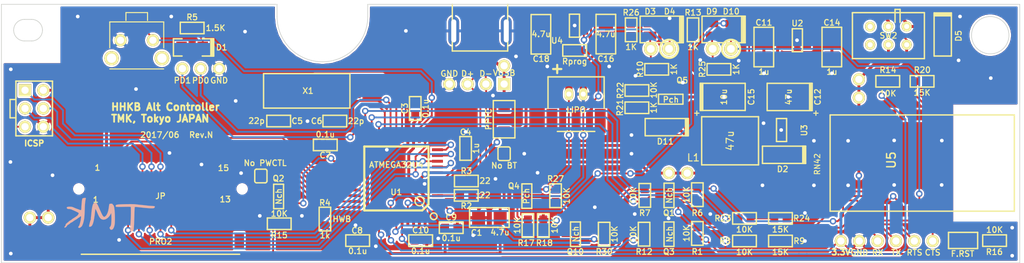
<source format=kicad_pcb>
(kicad_pcb (version 20170123) (host pcbnew no-vcs-found-4bdac4d~58~ubuntu16.04.1)
  (title_block (title "HHKB Alt Controller") (date 2017/06) (rev N) (company TMK))
  (layers (0 F.Cu signal) (31 B.Cu signal) (34 B.Paste user) (35 F.Paste user) (36 B.SilkS user) (37 F.SilkS user) (38 B.Mask user) (39 F.Mask user) (44 Edge.Cuts user))
  (net 0 "")
  (net 1 +3.3V)
  (net 2 /AREF)
  (net 3 /D+)
  (net 4 /D-)
  (net 5 /HHKB_GND)
  (net 6 /PB0)
  (net 7 /PB1)
  (net 8 /PB2)
  (net 9 /PB3)
  (net 10 /PB4)
  (net 11 /PB5)
  (net 12 /PB6)
  (net 13 /PB7)
  (net 14 /PC6)
  (net 15 /PC7)
  (net 16 /PD0)
  (net 17 /PD1)
  (net 18 /PD4)
  (net 19 /PD6)
  (net 20 /PD7)
  (net 21 /bluetooth/3.3V_OUT)
  (net 22 /bluetooth/CTS_33)
  (net 23 /bluetooth/FACTORY_RESET)
  (net 24 /bluetooth/LED_STS)
  (net 25 /bluetooth/LIPO_RAW)
  (net 26 /bluetooth/LIPO_SW)
  (net 27 /bluetooth/PSEL)
  (net 28 /bluetooth/RTS_33)
  (net 29 /bluetooth/RX_33)
  (net 30 /bluetooth/TX_33)
  (net 31 /~RESET)
  (net 32 5V_BOOST)
  (net 33 BT_CTS)
  (net 34 BT_INDICATOR)
  (net 35 BT_RTS)
  (net 36 BT_RX)
  (net 37 BT_TX)
  (net 38 GND)
  (net 39 VUSB)
  (net 40 "Net-(C4-Pad1)")
  (net 41 "Net-(C5-Pad1)")
  (net 42 "Net-(C6-Pad1)")
  (net 43 "Net-(D1-Pad2)")
  (net 44 "Net-(D2-Pad1)")
  (net 45 "Net-(D3-Pad1)")
  (net 46 "Net-(D10-Pad1)")
  (net 47 "Net-(Q5-PadG)")
  (net 48 "Net-(R2-Pad1)")
  (net 49 "Net-(R3-Pad1)")
  (net 50 "Net-(R4-Pad2)")
  (net 51 "Net-(R11-Pad1)")
  (net 52 BT_CONN)
  (net 53 "Net-(R16-Pad2)")
  (net 54 ~CHRG)
  (net 55 /bluetooth/CONN)
  (net 56 LINKED)
  (net 57 "Net-(J1-Pad4)")
  (net 58 "Net-(D9-Pad3)")
  (net 59 "Net-(SW2-Pad3)")
  (net 60 "Net-(SW2-Pad6)")
  (net 61 "Net-(U3-Pad3)")
  (net 62 "Net-(U5-Pad10)")
  (net 63 "Net-(U5-Pad9)")
  (net 64 /bluetooth/RN42_RST)
  (net 65 /bluetooth/SPI_SCK)
  (net 66 "Net-(U5-Pad8)")
  (net 67 "Net-(U5-Pad7)")
  (net 68 "Net-(U5-Pad4)")
  (net 69 /bluetooth/SPI_MOSI)
  (net 70 "Net-(U5-Pad17)")
  (net 71 "Net-(U5-Pad18)")
  (net 72 "Net-(U5-Pad20)")
  (net 73 /bluetooth/SPI_SS)
  (net 74 /bluetooth/SPI_MISO)
  (net 75 "Net-(U5-Pad35)")
  (net 76 "Net-(U5-Pad34)")
  (net 77 "Net-(U5-Pad33)")
  (net 78 "Net-(U5-Pad32)")
  (net 79 /bluetooth/LED_ACT)
  (net 80 "Net-(U5-Pad30)")
  (net 81 "Net-(D3-Pad3)")
  (net 82 ADC_CTRL)
  (net 83 "Net-(Q10-PadD)")
  (net 84 ADC_LIPO)
  (net 85 /VUSB_RAW)
  (net 86 "Net-(Q4-PadD)")
  (net 87 "Net-(U2-Pad4)")
  (module keyboard_parts:tmk_logo (layer B.Cu) (at 91.81 110.08 180)
    (fp_text reference G*** hide)
    (fp_text value LOGO hide)
  )
  (module keyboard_parts:USB_miniB_hirose_5S8 (layer F.Cu) (at 143.4 86.9 180)
    (fp_text reference J1 hide)
    (fp_text value USB_mini_micro_B hide)
    (pad 6 thru_hole oval (at 3.65 2.4 180) (size 1.5 4) (drill oval 0.7 3.2) (layers *.Cu *.Mask F.Paste) (net 38 GND))
    (pad 6 thru_hole oval (at -3.65 2.4 180) (size 1.5 4) (drill oval 0.7 3.2) (layers *.Cu *.Mask F.Paste) (net 38 GND))
    (pad 5 smd rect (at 1.6 0 180) (size 0.5 1.4) (layers F.Cu F.Paste F.Mask) (net 38 GND))
    (pad 4 smd rect (at 0.8 0 180) (size 0.5 1.4) (layers F.Cu F.Paste F.Mask) (net 57 "Net-(J1-Pad4)"))
    (pad 3 smd rect (at 0 0 180) (size 0.5 1.4) (layers F.Cu F.Paste F.Mask) (net 3 /D+))
    (pad 2 smd rect (at -0.8 0 180) (size 0.5 1.4) (layers F.Cu F.Paste F.Mask) (net 4 /D-))
    (pad 1 smd rect (at -1.6 0 180) (size 0.5 1.4) (layers F.Cu F.Paste F.Mask) (net 85 /VUSB_RAW))
    (pad 6 smd rect (at -2.675 5.2 180) (size 2.35 0.8) (layers F.Cu F.Paste F.Mask) (net 38 GND))
    (pad 6 smd rect (at 2.675 5.2 180) (size 2.35 0.8) (layers F.Cu F.Paste F.Mask) (net 38 GND))
  )
  (module SW_TACT_TH_HORIZ (layer F.Cu) (at 95.7 85.8 180)
    (fp_text reference SW1 hide)
    (fp_text value SW_PUSH hide)
    (pad 4 thru_hole circle (at -3.5 -2.5 180) (size 2 2) (drill 1.3) (layers *.Cu *.Mask F.SilkS))
    (pad 3 thru_hole circle (at 3.5 -2.5 180) (size 2 2) (drill 1.3) (layers *.Cu *.Mask F.SilkS))
    (pad 2 thru_hole circle (at -2.25 0 180) (size 1.7 1.7) (drill 1) (layers *.Cu *.Mask F.SilkS) (net 31 /~RESET))
    (pad 1 thru_hole circle (at 2.25 0 180) (size 1.7 1.7) (drill 1) (layers *.Cu *.Mask F.SilkS) (net 38 GND))
  )
  (module HHKB_JP_HRS_DF14_15P (layer F.Cu) (at 107.75 105.4 180)
    (fp_text reference CN1 hide)
    (fp_text value JP (at 8.75 -2.1 180) (layer F.SilkS) (effects (font (size 0.8 0.8))))
    (pad "" np_thru_hole circle (at 20.1 -1.1 180) (size 1.1 1.1) (drill 1.1) (layers *.Cu *.Mask))
    (pad "" np_thru_hole circle (at -2.6 -1.1 180) (size 1.1 1.1) (drill 1.1) (layers *.Cu *.Mask))
    (pad 17 smd rect (at 19.9 -5.1 180) (size 2 2.6) (layers F.Cu F.Paste F.Mask))
    (pad 7 smd rect (at 10 0 180) (size 0.7 1.8) (layers F.Cu F.Paste F.Mask) (net 8 /PB2))
    (pad 6 smd rect (at 11.25 0 180) (size 0.7 1.8) (layers F.Cu F.Paste F.Mask) (net 7 /PB1))
    (pad 4 smd rect (at 13.75 0 180) (size 0.7 1.8) (layers F.Cu F.Paste F.Mask) (net 13 /PB7))
    (pad 5 smd rect (at 12.5 0 180) (size 0.7 1.8) (layers F.Cu F.Paste F.Mask) (net 6 /PB0))
    (pad 1 smd rect (at 17.5 0 180) (size 0.7 1.8) (layers F.Cu F.Paste F.Mask) (net 32 5V_BOOST))
    (pad 2 smd rect (at 16.25 0 180) (size 0.7 1.8) (layers F.Cu F.Paste F.Mask) (net 32 5V_BOOST))
    (pad 3 smd rect (at 15 0 180) (size 0.7 1.8) (layers F.Cu F.Paste F.Mask) (net 20 /PD7))
    (pad 11 smd rect (at 5 0 180) (size 0.7 1.8) (layers F.Cu F.Paste F.Mask) (net 12 /PB6))
    (pad 10 smd rect (at 6.25 0 180) (size 0.7 1.8) (layers F.Cu F.Paste F.Mask) (net 11 /PB5))
    (pad 8 smd rect (at 8.75 0 180) (size 0.7 1.8) (layers F.Cu F.Paste F.Mask) (net 9 /PB3))
    (pad 9 smd rect (at 7.5 0 180) (size 0.7 1.8) (layers F.Cu F.Paste F.Mask) (net 10 /PB4))
    (pad 13 smd rect (at 2.5 0 180) (size 0.7 1.8) (layers F.Cu F.Paste F.Mask) (net 5 /HHKB_GND))
    (pad 12 smd rect (at 3.75 0 180) (size 0.7 1.8) (layers F.Cu F.Paste F.Mask) (net 5 /HHKB_GND))
    (pad 14 smd rect (at 1.25 0 180) (size 0.7 1.8) (layers F.Cu F.Paste F.Mask) (net 14 /PC6))
    (pad 15 smd rect (at 0 0 180) (size 0.7 1.8) (layers F.Cu F.Paste F.Mask) (net 15 /PC7))
    (pad 16 smd rect (at -2.4 -5.1 180) (size 2 2.6) (layers F.Cu F.Paste F.Mask))
  )
  (module keyboard_parts:C_3528 (layer F.Cu) (at 186.25 93.7 180)
    (fp_text reference C12 (at -4.0722 -0.0006 270) (layer F.SilkS) (effects (font (size 0.8 0.8))))
    (fp_text value 47u (at -0.05 0 270) (layer F.SilkS) (effects (font (size 0.8 0.8))))
    (pad 1 smd rect (at -1.65 0 180) (size 1.8 3) (layers F.Cu F.Paste F.Mask) (net 32 5V_BOOST))
    (pad 2 smd rect (at 1.65 0 180) (size 1.8 3) (layers F.Cu F.Paste F.Mask) (net 38 GND))
  )
  (module keyboard_parts:C_3528 (layer F.Cu) (at 177.3 93.7)
    (fp_text reference C15 (at 3.8 0 90) (layer F.SilkS) (effects (font (size 0.8 0.8))))
    (fp_text value 10u (at 0 0 90) (layer F.SilkS) (effects (font (size 0.8 0.8))))
    (pad 1 smd rect (at -1.65 0) (size 1.8 3) (layers F.Cu F.Paste F.Mask) (net 27 /bluetooth/PSEL))
    (pad 2 smd rect (at 1.65 0) (size 1.8 3) (layers F.Cu F.Paste F.Mask) (net 38 GND))
  )
  (module keyboard_parts:LED_3020_REFLOW (layer F.Cu) (at 103.4 86.8)
    (fp_text reference D1 (at 4.1 0) (layer F.SilkS) (effects (font (size 0.8 0.8))))
    (fp_text value LED hide)
    (pad 1 smd rect (at -1.475 0) (size 1.45 1.6) (layers F.Cu F.Paste F.Mask) (net 19 /PD6))
    (pad 2 smd rect (at 1.475 0) (size 1.45 1.6) (layers F.Cu F.Paste F.Mask) (net 43 "Net-(D1-Pad2)"))
  )
  (module keyboard_parts:SOT23-5_HSOL (layer F.Cu) (at 185.3 98.3 90)
    (fp_text reference U3 (at -0.05 3.15 90) (layer F.SilkS) (effects (font (size 0.8 0.8))))
    (fp_text value NCP1402SN50 hide)
    (pad 1 smd rect (at -0.95 1.3 90) (size 0.6 1.2) (layers F.Cu F.Paste F.Mask) (net 32 5V_BOOST))
    (pad 3 smd rect (at 0.95 1.3 90) (size 0.6 1.2) (layers F.Cu F.Paste F.Mask) (net 61 "Net-(U3-Pad3)"))
    (pad 2 smd rect (at 0 1.3 90) (size 0.6 1.2) (layers F.Cu F.Paste F.Mask) (net 32 5V_BOOST))
    (pad 5 smd rect (at -0.95 -1.3 90) (size 0.6 1.2) (layers F.Cu F.Paste F.Mask) (net 44 "Net-(D2-Pad1)"))
    (pad 4 smd rect (at 0.95 -1.3 90) (size 0.6 1.2) (layers F.Cu F.Paste F.Mask) (net 38 GND))
  )
  (module keyboard_parts:D_SOD123 (layer F.Cu) (at 185.45 101.75 180)
    (fp_text reference D2 (at 0 -2 180) (layer F.SilkS) (effects (font (size 0.8 0.8))))
    (fp_text value "Schottky diode" hide)
    (pad 1 smd rect (at 1.7 0 180) (size 1.2 1.4) (layers F.Cu F.Paste F.Mask) (net 44 "Net-(D2-Pad1)"))
    (pad 2 smd rect (at -1.7 0 180) (size 1.2 1.4) (layers F.Cu F.Paste F.Mask) (net 32 5V_BOOST))
  )
  (module keyboard_parts:L_6x6MM (layer F.Cu) (at 178.15 99.8 90)
    (fp_text reference L1 (at -2.35 -5.1 180) (layer F.SilkS))
    (fp_text value 47u (at 0 0 90) (layer F.SilkS))
    (pad 2 smd rect (at 0 -2.5 90) (size 5.7 2) (layers F.Cu F.Paste F.Mask) (net 27 /bluetooth/PSEL))
    (pad 1 smd rect (at 0 2.5 90) (size 5.7 2) (layers F.Cu F.Paste F.Mask) (net 44 "Net-(D2-Pad1)"))
  )
  (module keyboard_parts:RN42 (layer F.Cu) (at 208.05 96.2 270)
    (fp_text reference U5 (at 6.3 7.5 270) (layer F.SilkS) (effects (font (size 1.2 1.2) (thickness 0.2))))
    (fp_text value RN42 (at 6.858 17.78 270) (layer F.SilkS) (effects (font (size 0.762 0.762) (thickness 0.127))))
    (pad 11 smd rect (at 0 12 270) (size 1.5 0.8) (layers F.Cu F.Paste F.Mask) (net 1 +3.3V))
    (pad 12 smd rect (at 0 13.2 270) (size 1.5 0.8) (layers F.Cu F.Paste F.Mask) (net 38 GND))
    (pad 10 smd rect (at 0 10.8 270) (size 1.5 0.8) (layers F.Cu F.Paste F.Mask) (net 62 "Net-(U5-Pad10)"))
    (pad 9 smd rect (at 0 9.6 270) (size 1.5 0.8) (layers F.Cu F.Paste F.Mask) (net 63 "Net-(U5-Pad9)"))
    (pad 5 smd rect (at 0 4.8 270) (size 1.5 0.8) (layers F.Cu F.Paste F.Mask) (net 64 /bluetooth/RN42_RST))
    (pad 6 smd rect (at 0 6 270) (size 1.5 0.8) (layers F.Cu F.Paste F.Mask) (net 65 /bluetooth/SPI_SCK))
    (pad 8 smd rect (at 0 8.4 270) (size 1.5 0.8) (layers F.Cu F.Paste F.Mask) (net 66 "Net-(U5-Pad8)"))
    (pad 7 smd rect (at 0 7.2 270) (size 1.5 0.8) (layers F.Cu F.Paste F.Mask) (net 67 "Net-(U5-Pad7)"))
    (pad 3 smd rect (at 0 2.4 270) (size 1.5 0.8) (layers F.Cu F.Paste F.Mask) (net 55 /bluetooth/CONN))
    (pad 4 smd rect (at 0 3.6 270) (size 1.5 0.8) (layers F.Cu F.Paste F.Mask) (net 68 "Net-(U5-Pad4)"))
    (pad 2 smd rect (at 0 1.2 270) (size 1.5 0.8) (layers F.Cu F.Paste F.Mask) (net 69 /bluetooth/SPI_MOSI))
    (pad 1 smd rect (at 0 0 270) (size 1.5 0.8) (layers F.Cu F.Paste F.Mask) (net 38 GND))
    (pad 13 smd rect (at 13.4 13.2 270) (size 1.5 0.8) (layers F.Cu F.Paste F.Mask) (net 29 /bluetooth/RX_33))
    (pad 14 smd rect (at 13.4 12 270) (size 1.5 0.8) (layers F.Cu F.Paste F.Mask) (net 30 /bluetooth/TX_33))
    (pad 15 smd rect (at 13.4 10.8 270) (size 1.5 0.8) (layers F.Cu F.Paste F.Mask) (net 28 /bluetooth/RTS_33))
    (pad 16 smd rect (at 13.4 9.6 270) (size 1.5 0.8) (layers F.Cu F.Paste F.Mask) (net 22 /bluetooth/CTS_33))
    (pad 17 smd rect (at 13.4 8.4 270) (size 1.5 0.8) (layers F.Cu F.Paste F.Mask) (net 70 "Net-(U5-Pad17)"))
    (pad 18 smd rect (at 13.4 7.2 270) (size 1.5 0.8) (layers F.Cu F.Paste F.Mask) (net 71 "Net-(U5-Pad18)"))
    (pad 19 smd rect (at 13.4 6 270) (size 1.5 0.8) (layers F.Cu F.Paste F.Mask) (net 56 LINKED))
    (pad 20 smd rect (at 13.4 4.8 270) (size 1.5 0.8) (layers F.Cu F.Paste F.Mask) (net 72 "Net-(U5-Pad20)"))
    (pad 21 smd rect (at 13.4 3.6 270) (size 1.5 0.8) (layers F.Cu F.Paste F.Mask) (net 24 /bluetooth/LED_STS))
    (pad 22 smd rect (at 13.4 2.4 270) (size 1.5 0.8) (layers F.Cu F.Paste F.Mask) (net 23 /bluetooth/FACTORY_RESET))
    (pad 23 smd rect (at 13.4 1.2 270) (size 1.5 0.8) (layers F.Cu F.Paste F.Mask) (net 73 /bluetooth/SPI_SS))
    (pad 24 smd rect (at 13.4 0 270) (size 1.5 0.8) (layers F.Cu F.Paste F.Mask) (net 74 /bluetooth/SPI_MISO))
    (pad 35 smd rect (at 2.6 16 270) (size 0.8 1.5) (layers F.Cu F.Paste F.Mask) (net 75 "Net-(U5-Pad35)") (clearance 0.1778))
    (pad 29 smd rect (at 3.6 16 270) (size 0.8 1.5) (layers F.Cu F.Paste F.Mask) (net 38 GND) (clearance 0.1778))
    (pad 34 smd rect (at 4.9 16 270) (size 0.8 1.5) (layers F.Cu F.Paste F.Mask) (net 76 "Net-(U5-Pad34)"))
    (pad 33 smd rect (at 6.1 16 270) (size 0.8 1.5) (layers F.Cu F.Paste F.Mask) (net 77 "Net-(U5-Pad33)"))
    (pad 32 smd rect (at 7.3 16 270) (size 0.8 1.5) (layers F.Cu F.Paste F.Mask) (net 78 "Net-(U5-Pad32)"))
    (pad 31 smd rect (at 8.5 16 270) (size 0.8 1.5) (layers F.Cu F.Paste F.Mask) (net 79 /bluetooth/LED_ACT))
    (pad 28 smd rect (at 9.8 16 270) (size 0.8 1.5) (layers F.Cu F.Paste F.Mask) (net 38 GND) (clearance 0.1778))
    (pad 30 smd rect (at 10.8 16 270) (size 0.8 1.5) (layers F.Cu F.Paste F.Mask) (net 80 "Net-(U5-Pad30)") (clearance 0.1778))
  )
  (module keyboard_parts:QFP44 (layer F.Cu) (at 131.77 105.048 180)
    (fp_text reference U1 (at 0 -1.905 180) (layer F.SilkS) (effects (font (size 0.8 0.8))))
    (fp_text value ATMEGA32U4 (at 0 1.905 180) (layer F.SilkS) (effects (font (size 0.8 0.8))))
    (pad 39 smd rect (at 0 -5.715 180) (size 0.4064 1.524) (layers F.Cu F.Paste F.Mask) (net 82 ADC_CTRL))
    (pad 40 smd rect (at -0.8001 -5.715 180) (size 0.4064 1.524) (layers F.Cu F.Paste F.Mask) (net 35 BT_RTS))
    (pad 41 smd rect (at -1.6002 -5.715 180) (size 0.4064 1.524) (layers F.Cu F.Paste F.Mask) (net 84 ADC_LIPO))
    (pad 42 smd rect (at -2.4003 -5.715 180) (size 0.4064 1.524) (layers F.Cu F.Paste F.Mask) (net 2 /AREF))
    (pad 43 smd rect (at -3.2004 -5.715 180) (size 0.4064 1.524) (layers F.Cu F.Paste F.Mask) (net 38 GND))
    (pad 44 smd rect (at -4.0005 -5.715 180) (size 0.4064 1.524) (layers F.Cu F.Paste F.Mask) (net 32 5V_BOOST))
    (pad 38 smd rect (at 0.8001 -5.715 180) (size 0.4064 1.524) (layers F.Cu F.Paste F.Mask) (net 54 ~CHRG))
    (pad 37 smd rect (at 1.6002 -5.715 180) (size 0.4064 1.524) (layers F.Cu F.Paste F.Mask) (net 56 LINKED))
    (pad 36 smd rect (at 2.4003 -5.715 180) (size 0.4064 1.524) (layers F.Cu F.Paste F.Mask) (net 52 BT_CONN))
    (pad 35 smd rect (at 3.2004 -5.715 180) (size 0.4064 1.524) (layers F.Cu F.Paste F.Mask) (net 38 GND))
    (pad 34 smd rect (at 4.0005 -5.715 180) (size 0.4064 1.524) (layers F.Cu F.Paste F.Mask) (net 32 5V_BOOST))
    (pad 17 smd rect (at 0 5.715 180) (size 0.4064 1.524) (layers F.Cu F.Paste F.Mask) (net 42 "Net-(C6-Pad1)"))
    (pad 16 smd rect (at -0.8001 5.715 180) (size 0.4064 1.524) (layers F.Cu F.Paste F.Mask) (net 41 "Net-(C5-Pad1)"))
    (pad 15 smd rect (at -1.6002 5.715 180) (size 0.4064 1.524) (layers F.Cu F.Paste F.Mask) (net 38 GND))
    (pad 14 smd rect (at -2.4003 5.715 180) (size 0.4064 1.524) (layers F.Cu F.Paste F.Mask) (net 32 5V_BOOST))
    (pad 13 smd rect (at -3.2004 5.715 180) (size 0.4064 1.524) (layers F.Cu F.Paste F.Mask) (net 31 /~RESET))
    (pad 12 smd rect (at -4.0005 5.715 180) (size 0.4064 1.524) (layers F.Cu F.Paste F.Mask) (net 13 /PB7))
    (pad 18 smd rect (at 0.8001 5.715 180) (size 0.4064 1.524) (layers F.Cu F.Paste F.Mask) (net 16 /PD0))
    (pad 19 smd rect (at 1.6002 5.715 180) (size 0.4064 1.524) (layers F.Cu F.Paste F.Mask) (net 17 /PD1))
    (pad 20 smd rect (at 2.4003 5.715 180) (size 0.4064 1.524) (layers F.Cu F.Paste F.Mask) (net 37 BT_TX))
    (pad 21 smd rect (at 3.2004 5.715 180) (size 0.4064 1.524) (layers F.Cu F.Paste F.Mask) (net 36 BT_RX))
    (pad 22 smd rect (at 4.0005 5.715 180) (size 0.4064 1.524) (layers F.Cu F.Paste F.Mask) (net 33 BT_CTS))
    (pad 6 smd rect (at -5.715 0 180) (size 1.524 0.4064) (layers F.Cu F.Paste F.Mask) (net 40 "Net-(C4-Pad1)"))
    (pad 28 smd rect (at 5.715 0 180) (size 1.524 0.4064) (layers F.Cu F.Paste F.Mask) (net 10 /PB4))
    (pad 7 smd rect (at -5.715 0.8001 180) (size 1.524 0.4064) (layers F.Cu F.Paste F.Mask) (net 39 VUSB))
    (pad 27 smd rect (at 5.715 0.8001 180) (size 1.524 0.4064) (layers F.Cu F.Paste F.Mask) (net 20 /PD7))
    (pad 26 smd rect (at 5.715 1.6002 180) (size 1.524 0.4064) (layers F.Cu F.Paste F.Mask) (net 19 /PD6))
    (pad 8 smd rect (at -5.715 1.6002 180) (size 1.524 0.4064) (layers F.Cu F.Paste F.Mask) (net 6 /PB0))
    (pad 9 smd rect (at -5.715 2.4003 180) (size 1.524 0.4064) (layers F.Cu F.Paste F.Mask) (net 7 /PB1))
    (pad 25 smd rect (at 5.715 2.4003 180) (size 1.524 0.4064) (layers F.Cu F.Paste F.Mask) (net 18 /PD4))
    (pad 24 smd rect (at 5.715 3.2004 180) (size 1.524 0.4064) (layers F.Cu F.Paste F.Mask) (net 32 5V_BOOST))
    (pad 10 smd rect (at -5.715 3.2004 180) (size 1.524 0.4064) (layers F.Cu F.Paste F.Mask) (net 8 /PB2))
    (pad 11 smd rect (at -5.715 4.0005 180) (size 1.524 0.4064) (layers F.Cu F.Paste F.Mask) (net 9 /PB3))
    (pad 23 smd rect (at 5.715 4.0005 180) (size 1.524 0.4064) (layers F.Cu F.Paste F.Mask) (net 38 GND))
    (pad 29 smd rect (at 5.715 -0.8001 180) (size 1.524 0.4064) (layers F.Cu F.Paste F.Mask) (net 11 /PB5))
    (pad 5 smd rect (at -5.715 -0.8001 180) (size 1.524 0.4064) (layers F.Cu F.Paste F.Mask) (net 38 GND))
    (pad 4 smd rect (at -5.715 -1.6002 180) (size 1.524 0.4064) (layers F.Cu F.Paste F.Mask) (net 49 "Net-(R3-Pad1)"))
    (pad 30 smd rect (at 5.715 -1.6002 180) (size 1.524 0.4064) (layers F.Cu F.Paste F.Mask) (net 12 /PB6))
    (pad 31 smd rect (at 5.715 -2.4003 180) (size 1.524 0.4064) (layers F.Cu F.Paste F.Mask) (net 14 /PC6))
    (pad 3 smd rect (at -5.715 -2.4003 180) (size 1.524 0.4064) (layers F.Cu F.Paste F.Mask) (net 48 "Net-(R2-Pad1)"))
    (pad 2 smd rect (at -5.715 -3.2004 180) (size 1.524 0.4064) (layers F.Cu F.Paste F.Mask) (net 39 VUSB))
    (pad 32 smd rect (at 5.715 -3.2004 180) (size 1.524 0.4064) (layers F.Cu F.Paste F.Mask) (net 15 /PC7))
    (pad 33 smd rect (at 5.715 -4.0005 180) (size 1.524 0.4064) (layers F.Cu F.Paste F.Mask) (net 50 "Net-(R4-Pad2)"))
    (pad 1 smd rect (at -5.715 -4.0005 180) (size 1.524 0.4064) (layers F.Cu F.Paste F.Mask) (net 34 BT_INDICATOR))
  )
  (module keyboard_parts:PIN_1 (layer F.Cu) (at 102.05 89.75)
    (fp_text reference P5 hide)
    (fp_text value PD1 (at 0 1.65) (layer F.SilkS) (effects (font (size 0.8 0.8))))
    (pad 1 thru_hole circle (at 0 0) (size 1.7 1.7) (drill 1.016) (layers *.Cu *.Mask F.SilkS) (net 17 /PD1))
  )
  (module keyboard_parts:R_1608 (layer F.Cu) (at 185.15 113.75)
    (fp_text reference R9 (at 2.6 0 180) (layer F.SilkS) (effects (font (size 0.8 0.8))))
    (fp_text value 15K (at 0 1.55 180) (layer F.SilkS) (effects (font (size 0.8 0.8))))
    (pad 2 smd rect (at 0.85 0) (size 1.1 1.1) (layers F.Cu F.Paste F.Mask) (net 38 GND) (clearance 0.1))
    (pad 1 smd rect (at -0.85 0) (size 1.1 1.1) (layers F.Cu F.Paste F.Mask) (net 29 /bluetooth/RX_33) (clearance 0.1))
  )
  (module keyboard_parts:R_1608 (layer F.Cu) (at 103.4 84.1 180)
    (fp_text reference R5 (at 0 1.5 180) (layer F.SilkS) (effects (font (size 0.8 0.8))))
    (fp_text value 1.5K (at -3.25 0 180) (layer F.SilkS) (effects (font (size 0.8 0.8))))
    (pad 2 smd rect (at 0.85 0 180) (size 1.1 1.1) (layers F.Cu F.Paste F.Mask) (net 38 GND) (clearance 0.1))
    (pad 1 smd rect (at -0.85 0 180) (size 1.1 1.1) (layers F.Cu F.Paste F.Mask) (net 43 "Net-(D1-Pad2)") (clearance 0.1))
  )
  (module keyboard_parts:R_1608 (layer F.Cu) (at 167.95 89.85 180)
    (fp_text reference R10 (at 2.3 0 270) (layer F.SilkS) (effects (font (size 0.8 0.8))))
    (fp_text value 1K (at -2.4 0 270) (layer F.SilkS) (effects (font (size 0.8 0.8))))
    (pad 2 smd rect (at 0.85 0 180) (size 1.1 1.1) (layers F.Cu F.Paste F.Mask) (net 45 "Net-(D3-Pad1)") (clearance 0.1))
    (pad 1 smd rect (at -0.85 0 180) (size 1.1 1.1) (layers F.Cu F.Paste F.Mask) (net 27 /bluetooth/PSEL) (clearance 0.1))
  )
  (module keyboard_parts:R_1608 (layer F.Cu) (at 165.2 95.2)
    (fp_text reference R21 (at -2.35 0 90) (layer F.SilkS) (effects (font (size 0.8 0.8))))
    (fp_text value 1K (at 2.35 0 270) (layer F.SilkS) (effects (font (size 0.8 0.8))))
    (pad 2 smd rect (at 0.85 0) (size 1.1 1.1) (layers F.Cu F.Paste F.Mask) (net 47 "Net-(Q5-PadG)") (clearance 0.1))
    (pad 1 smd rect (at -0.85 0) (size 1.1 1.1) (layers F.Cu F.Paste F.Mask) (net 39 VUSB) (clearance 0.1))
  )
  (module keyboard_parts:R_1608 (layer F.Cu) (at 121.85 110.7 90)
    (fp_text reference R4 (at 2.275 0 180) (layer F.SilkS) (effects (font (size 0.8 0.8))))
    (fp_text value 1k (at -2.275 0 180) (layer F.SilkS) (effects (font (size 0.8 0.8))))
    (pad 2 smd rect (at 0.85 0 90) (size 1.1 1.1) (layers F.Cu F.Paste F.Mask) (net 50 "Net-(R4-Pad2)") (clearance 0.1))
    (pad 1 smd rect (at -0.85 0 90) (size 1.1 1.1) (layers F.Cu F.Paste F.Mask) (net 38 GND) (clearance 0.1))
  )
  (module keyboard_parts:R_1608 (layer F.Cu) (at 176.6 89.85 180)
    (fp_text reference R25 (at 2.3 0 90) (layer F.SilkS) (effects (font (size 0.8 0.8))))
    (fp_text value 1K (at -2.4 0 90) (layer F.SilkS) (effects (font (size 0.8 0.8))))
    (pad 2 smd rect (at 0.85 0 180) (size 1.1 1.1) (layers F.Cu F.Paste F.Mask) (net 46 "Net-(D10-Pad1)") (clearance 0.1))
    (pad 1 smd rect (at -0.85 0 180) (size 1.1 1.1) (layers F.Cu F.Paste F.Mask) (net 1 +3.3V) (clearance 0.1))
  )
  (module keyboard_parts:R_1608 (layer F.Cu) (at 173 84.35 270)
    (fp_text reference R13 (at -2.4 0) (layer F.SilkS) (effects (font (size 0.8 0.8))))
    (fp_text value 1K (at 2.4 0) (layer F.SilkS) (effects (font (size 0.8 0.8))))
    (pad 2 smd rect (at 0.85 0 270) (size 1.1 1.1) (layers F.Cu F.Paste F.Mask) (net 1 +3.3V) (clearance 0.1))
    (pad 1 smd rect (at -0.85 0 270) (size 1.1 1.1) (layers F.Cu F.Paste F.Mask) (net 58 "Net-(D9-Pad3)") (clearance 0.1))
  )
  (module keyboard_parts:R_1608 (layer F.Cu) (at 164.4 84.35 90)
    (fp_text reference R26 (at 2.4 0 180) (layer F.SilkS) (effects (font (size 0.8 0.8))))
    (fp_text value 1K (at -2.4 0 180) (layer F.SilkS) (effects (font (size 0.8 0.8))))
    (pad 2 smd rect (at 0.85 0 90) (size 1.1 1.1) (layers F.Cu F.Paste F.Mask) (net 81 "Net-(D3-Pad3)") (clearance 0.1))
    (pad 1 smd rect (at -0.85 0 90) (size 1.1 1.1) (layers F.Cu F.Paste F.Mask) (net 39 VUSB) (clearance 0.1))
  )
  (module keyboard_parts:R_1608 (layer F.Cu) (at 153.9 107.45 270)
    (fp_text reference R27 (at -2.35 0) (layer F.SilkS) (effects (font (size 0.8 0.8))))
    (fp_text value 10K (at 0 -1.55 270) (layer F.SilkS) (effects (font (size 0.8 0.8))))
    (pad 2 smd rect (at 0.85 0 270) (size 1.1 1.1) (layers F.Cu F.Paste F.Mask) (net 83 "Net-(Q10-PadD)") (clearance 0.1))
    (pad 1 smd rect (at -0.85 0 270) (size 1.1 1.1) (layers F.Cu F.Paste F.Mask) (net 25 /bluetooth/LIPO_RAW) (clearance 0.1))
  )
  (module keyboard_parts:R_1608 (layer F.Cu) (at 173.6 112.7 90)
    (fp_text reference R1 (at -2.55 0 180) (layer F.SilkS) (effects (font (size 0.8 0.8))))
    (fp_text value 10K (at 0 -1.5 270) (layer F.SilkS) (effects (font (size 0.8 0.8))))
    (pad 2 smd rect (at 0.85 0 90) (size 1.1 1.1) (layers F.Cu F.Paste F.Mask) (net 28 /bluetooth/RTS_33) (clearance 0.1))
    (pad 1 smd rect (at -0.85 0 90) (size 1.1 1.1) (layers F.Cu F.Paste F.Mask) (net 1 +3.3V) (clearance 0.1))
  )
  (module keyboard_parts:R_1608 (layer F.Cu) (at 160.65 112.8 90)
    (fp_text reference R30 (at -2.45 0 180) (layer F.SilkS) (effects (font (size 0.8 0.8))))
    (fp_text value 10K (at 0 1.45 270) (layer F.SilkS) (effects (font (size 0.8 0.8))))
    (pad 2 smd rect (at 0.85 0 90) (size 1.1 1.1) (layers F.Cu F.Paste F.Mask) (net 38 GND) (clearance 0.1))
    (pad 1 smd rect (at -0.85 0 90) (size 1.1 1.1) (layers F.Cu F.Paste F.Mask) (net 82 ADC_CTRL) (clearance 0.1))
  )
  (module keyboard_parts:R_1608 (layer F.Cu) (at 204.83 91.52)
    (fp_text reference R20 (at 0.025 -1.575) (layer F.SilkS) (effects (font (size 0.8 0.8))))
    (fp_text value 15K (at -0.01 1.59) (layer F.SilkS) (effects (font (size 0.8 0.8))))
    (pad 2 smd rect (at 0.85 0) (size 1.1 1.1) (layers F.Cu F.Paste F.Mask) (net 38 GND) (clearance 0.1))
    (pad 1 smd rect (at -0.85 0) (size 1.1 1.1) (layers F.Cu F.Paste F.Mask) (net 55 /bluetooth/CONN) (clearance 0.1))
  )
  (module keyboard_parts:R_1608 (layer F.Cu) (at 200.06 91.52)
    (fp_text reference R14 (at 0.025 -1.575) (layer F.SilkS) (effects (font (size 0.8 0.8))))
    (fp_text value 10K (at 0.01 1.69) (layer F.SilkS) (effects (font (size 0.8 0.8))))
    (pad 2 smd rect (at 0.85 0) (size 1.1 1.1) (layers F.Cu F.Paste F.Mask) (net 55 /bluetooth/CONN) (clearance 0.1))
    (pad 1 smd rect (at -0.85 0) (size 1.1 1.1) (layers F.Cu F.Paste F.Mask) (net 52 BT_CONN) (clearance 0.1))
  )
  (module keyboard_parts:R_1608 (layer F.Cu) (at 166.2 112.8 270)
    (fp_text reference R12 (at 2.45 0) (layer F.SilkS) (effects (font (size 0.8 0.8))))
    (fp_text value 10K (at 0 1.5 90) (layer F.SilkS) (effects (font (size 0.8 0.8))))
    (pad 2 smd rect (at 0.85 0 270) (size 1.1 1.1) (layers F.Cu F.Paste F.Mask) (net 35 BT_RTS) (clearance 0.1))
    (pad 1 smd rect (at -0.85 0 270) (size 1.1 1.1) (layers F.Cu F.Paste F.Mask) (net 32 5V_BOOST) (clearance 0.1))
  )
  (module keyboard_parts:R_1608 (layer F.Cu) (at 166.3 107.4 270)
    (fp_text reference R7 (at 2.45 0) (layer F.SilkS) (effects (font (size 0.8 0.8))))
    (fp_text value 10K (at 0 1.6 90) (layer F.SilkS) (effects (font (size 0.8 0.8))))
    (pad 2 smd rect (at 0.85 0 270) (size 1.1 1.1) (layers F.Cu F.Paste F.Mask) (net 37 BT_TX) (clearance 0.1))
    (pad 1 smd rect (at -0.85 0 270) (size 1.1 1.1) (layers F.Cu F.Paste F.Mask) (net 32 5V_BOOST) (clearance 0.1))
  )
  (module keyboard_parts:R_1608 (layer F.Cu) (at 173.6 107.3 90)
    (fp_text reference R6 (at -2.55 0 180) (layer F.SilkS) (effects (font (size 0.8 0.8))))
    (fp_text value 10K (at 0 -1.5 270) (layer F.SilkS) (effects (font (size 0.8 0.8))))
    (pad 2 smd rect (at 0.85 0 90) (size 1.1 1.1) (layers F.Cu F.Paste F.Mask) (net 30 /bluetooth/TX_33) (clearance 0.1))
    (pad 1 smd rect (at -0.85 0 90) (size 1.1 1.1) (layers F.Cu F.Paste F.Mask) (net 1 +3.3V) (clearance 0.1))
  )
  (module keyboard_parts:R_1608 (layer F.Cu) (at 185.15 110.6)
    (fp_text reference R24 (at 2.95 0 180) (layer F.SilkS) (effects (font (size 0.8 0.8))))
    (fp_text value 15K (at 0 1.55) (layer F.SilkS) (effects (font (size 0.8 0.8))))
    (pad 2 smd rect (at 0.85 0) (size 1.1 1.1) (layers F.Cu F.Paste F.Mask) (net 38 GND) (clearance 0.1))
    (pad 1 smd rect (at -0.85 0) (size 1.1 1.1) (layers F.Cu F.Paste F.Mask) (net 22 /bluetooth/CTS_33) (clearance 0.1))
  )
  (module keyboard_parts:R_1608 (layer F.Cu) (at 180.15 110.6)
    (fp_text reference R23 (at -3 0 180) (layer F.SilkS) (effects (font (size 0.8 0.8))))
    (fp_text value 10K (at 0 1.55) (layer F.SilkS) (effects (font (size 0.8 0.8))))
    (pad 2 smd rect (at 0.85 0) (size 1.1 1.1) (layers F.Cu F.Paste F.Mask) (net 22 /bluetooth/CTS_33) (clearance 0.1))
    (pad 1 smd rect (at -0.85 0) (size 1.1 1.1) (layers F.Cu F.Paste F.Mask) (net 33 BT_CTS) (clearance 0.1))
  )
  (module keyboard_parts:R_1608 (layer F.Cu) (at 214.9 113.7 180)
    (fp_text reference R16 (at 0.025 -1.575 180) (layer F.SilkS) (effects (font (size 0.8 0.8))))
    (fp_text value 10K (at 0 1.5 180) (layer F.SilkS) (effects (font (size 0.8 0.8))))
    (pad 2 smd rect (at 0.85 0 180) (size 1.1 1.1) (layers F.Cu F.Paste F.Mask) (net 53 "Net-(R16-Pad2)") (clearance 0.1))
    (pad 1 smd rect (at -0.85 0 180) (size 1.1 1.1) (layers F.Cu F.Paste F.Mask) (net 1 +3.3V) (clearance 0.1))
  )
  (module keyboard_parts:R_1608 (layer F.Cu) (at 152.2 111.6 90)
    (fp_text reference R18 (at -2.425 0.15 180) (layer F.SilkS) (effects (font (size 0.8 0.8))))
    (fp_text value 10K (at 0.05 1.575 270) (layer F.SilkS) (effects (font (size 0.8 0.8))))
    (pad 2 smd rect (at 0.85 0 90) (size 1.1 1.1) (layers F.Cu F.Paste F.Mask) (net 38 GND) (clearance 0.1))
    (pad 1 smd rect (at -0.85 0 90) (size 1.1 1.1) (layers F.Cu F.Paste F.Mask) (net 84 ADC_LIPO) (clearance 0.1))
  )
  (module keyboard_parts:R_1608 (layer F.Cu) (at 141.486 107.397)
    (fp_text reference R2 (at 0.014 1.478) (layer F.SilkS) (effects (font (size 0.8 0.8))))
    (fp_text value 22 (at 2.614 -0.022) (layer F.SilkS) (effects (font (size 0.8 0.8))))
    (pad 2 smd rect (at 0.85 0) (size 1.1 1.1) (layers F.Cu F.Paste F.Mask) (net 4 /D-) (clearance 0.1))
    (pad 1 smd rect (at -0.85 0) (size 1.1 1.1) (layers F.Cu F.Paste F.Mask) (net 48 "Net-(R2-Pad1)") (clearance 0.1))
  )
  (module keyboard_parts:R_1608 (layer F.Cu) (at 141.5 105.4)
    (fp_text reference R3 (at 0 -1.4) (layer F.SilkS) (effects (font (size 0.8 0.8))))
    (fp_text value 22 (at 2.6 -0.025) (layer F.SilkS) (effects (font (size 0.8 0.8))))
    (pad 2 smd rect (at 0.85 0) (size 1.1 1.1) (layers F.Cu F.Paste F.Mask) (net 3 /D+) (clearance 0.1))
    (pad 1 smd rect (at -0.85 0) (size 1.1 1.1) (layers F.Cu F.Paste F.Mask) (net 49 "Net-(R3-Pad1)") (clearance 0.1))
  )
  (module keyboard_parts:R_1608 (layer F.Cu) (at 115.5 111.35)
    (fp_text reference R15 (at 0 1.6) (layer F.SilkS) (effects (font (size 0.8 0.8))))
    (fp_text value 10K (at 0 -1.4) (layer F.SilkS) (effects (font (size 0.8 0.8))))
    (pad 2 smd rect (at 0.85 0) (size 1.1 1.1) (layers F.Cu F.Paste F.Mask) (net 18 /PD4) (clearance 0.1))
    (pad 1 smd rect (at -0.85 0) (size 1.1 1.1) (layers F.Cu F.Paste F.Mask) (net 32 5V_BOOST) (clearance 0.1))
  )
  (module keyboard_parts:R_1608 (layer F.Cu) (at 165.2 92.8 180)
    (fp_text reference R22 (at 2.3 0 270) (layer F.SilkS) (effects (font (size 0.8 0.8))))
    (fp_text value 10K (at -2.35 0.05 90) (layer F.SilkS) (effects (font (size 0.8 0.8))))
    (pad 2 smd rect (at 0.85 0 180) (size 1.1 1.1) (layers F.Cu F.Paste F.Mask) (net 38 GND) (clearance 0.1))
    (pad 1 smd rect (at -0.85 0 180) (size 1.1 1.1) (layers F.Cu F.Paste F.Mask) (net 47 "Net-(Q5-PadG)") (clearance 0.1))
  )
  (module keyboard_parts:R_1608 (layer F.Cu) (at 156.55 87.225)
    (fp_text reference R11 hide)
    (fp_text value Rprog (at 0 1.525) (layer F.SilkS) (effects (font (size 0.8 0.8))))
    (pad 2 smd rect (at 0.85 0) (size 1.1 1.1) (layers F.Cu F.Paste F.Mask) (net 38 GND) (clearance 0.1))
    (pad 1 smd rect (at -0.85 0) (size 1.1 1.1) (layers F.Cu F.Paste F.Mask) (net 51 "Net-(R11-Pad1)") (clearance 0.1))
  )
  (module keyboard_parts:R_1608 (layer F.Cu) (at 150.05 111.6 270)
    (fp_text reference R17 (at 2.425 0.25) (layer F.SilkS) (effects (font (size 0.8 0.8))))
    (fp_text value 10K (at 0 1.475 90) (layer F.SilkS) (effects (font (size 0.8 0.8))))
    (pad 2 smd rect (at 0.85 0 270) (size 1.1 1.1) (layers F.Cu F.Paste F.Mask) (net 84 ADC_LIPO) (clearance 0.1))
    (pad 1 smd rect (at -0.85 0 270) (size 1.1 1.1) (layers F.Cu F.Paste F.Mask) (net 86 "Net-(Q4-PadD)") (clearance 0.1))
  )
  (module keyboard_parts:R_1608 (layer F.Cu) (at 180.15 113.75)
    (fp_text reference R8 (at -2.7 0 180) (layer F.SilkS) (effects (font (size 0.8 0.8))))
    (fp_text value 10K (at 0 1.55) (layer F.SilkS) (effects (font (size 0.8 0.8))))
    (pad 2 smd rect (at 0.85 0) (size 1.1 1.1) (layers F.Cu F.Paste F.Mask) (net 29 /bluetooth/RX_33) (clearance 0.1))
    (pad 1 smd rect (at -0.85 0) (size 1.1 1.1) (layers F.Cu F.Paste F.Mask) (net 36 BT_RX) (clearance 0.1))
  )
  (module keyboard_parts:C_3216 (layer F.Cu) (at 144.7 110.5 180)
    (fp_text reference C1 (at 1.775 -2.1 180) (layer F.SilkS) (effects (font (size 0.8 0.8))))
    (fp_text value 4.7u (at -1.475 -2.05 180) (layer F.SilkS) (effects (font (size 0.8 0.8))))
    (pad 1 smd rect (at -1.5 0 180) (size 1.8 2) (layers F.Cu F.Paste F.Mask) (net 32 5V_BOOST))
    (pad 2 smd rect (at 1.5 0 180) (size 1.8 2) (layers F.Cu F.Paste F.Mask) (net 38 GND))
  )
  (module keyboard_parts:C_1608 (layer F.Cu) (at 139.4 111.9)
    (fp_text reference C9 (at 0 -1.45) (layer F.SilkS) (effects (font (size 0.8 0.8))))
    (fp_text value 0.1u (at 0 1.45) (layer F.SilkS) (effects (font (size 0.8 0.8))))
    (pad 2 smd rect (at 0.85 0) (size 1.1 1.1) (layers F.Cu F.Paste F.Mask) (net 38 GND) (clearance 0.1))
    (pad 1 smd rect (at -0.85 0) (size 1.1 1.1) (layers F.Cu F.Paste F.Mask) (net 32 5V_BOOST) (clearance 0.1))
  )
  (module keyboard_parts:C_1608 (layer F.Cu) (at 126.4 113.7 180)
    (fp_text reference C8 (at 0.075 1.4 180) (layer F.SilkS) (effects (font (size 0.8 0.8))))
    (fp_text value 0.1u (at 0 -1.45 180) (layer F.SilkS) (effects (font (size 0.8 0.8))))
    (pad 2 smd rect (at 0.85 0 180) (size 1.1 1.1) (layers F.Cu F.Paste F.Mask) (net 38 GND) (clearance 0.1))
    (pad 1 smd rect (at -0.85 0 180) (size 1.1 1.1) (layers F.Cu F.Paste F.Mask) (net 32 5V_BOOST) (clearance 0.1))
  )
  (module keyboard_parts:MOS_FET_SOT23-3_HSOL (layer F.Cu) (at 115.4 107.55 90)
    (fp_text reference Q2 (at 2.5 0) (layer F.SilkS) (effects (font (size 0.8 0.8))))
    (fp_text value Nch (at 0 0.05 90) (layer F.SilkS) (effects (font (size 0.8 0.8))))
    (pad G smd rect (at -0.95 1.3 90) (size 0.8 1.2) (layers F.Cu F.Paste F.Mask) (net 18 /PD4))
    (pad D smd rect (at 0 -1.3 90) (size 0.8 1.2) (layers F.Cu F.Paste F.Mask) (net 5 /HHKB_GND))
    (pad S smd rect (at 0.95 1.3 90) (size 0.8 1.2) (layers F.Cu F.Paste F.Mask) (net 38 GND))
  )
  (module keyboard_parts:C_3216 (layer F.Cu) (at 192.3 86.75 270)
    (fp_text reference C14 (at -3.4 0) (layer F.SilkS) (effects (font (size 0.8 0.8))))
    (fp_text value 1u (at 3.45 0) (layer F.SilkS) (effects (font (size 0.8 0.8))))
    (pad 1 smd rect (at -1.5 0 270) (size 1.8 2) (layers F.Cu F.Paste F.Mask) (net 21 /bluetooth/3.3V_OUT))
    (pad 2 smd rect (at 1.5 0 270) (size 1.8 2) (layers F.Cu F.Paste F.Mask) (net 38 GND))
  )
  (module keyboard_parts:MOS_FET_SOT23-3_HSOL (layer F.Cu) (at 169.9 94)
    (fp_text reference Q5 (at 1.6 -2.6 180) (layer F.SilkS) (effects (font (size 0.8 0.8))))
    (fp_text value Pch (at 0.025 0.075) (layer F.SilkS) (effects (font (size 0.8 0.8))))
    (pad G smd rect (at -0.95 1.3) (size 0.8 1.2) (layers F.Cu F.Paste F.Mask) (net 47 "Net-(Q5-PadG)"))
    (pad D smd rect (at 0 -1.3) (size 0.8 1.2) (layers F.Cu F.Paste F.Mask) (net 26 /bluetooth/LIPO_SW))
    (pad S smd rect (at 0.95 1.3) (size 0.8 1.2) (layers F.Cu F.Paste F.Mask) (net 27 /bluetooth/PSEL))
  )
  (module keyboard_parts:MOS_FET_SOT23-3_HSOL (layer F.Cu) (at 169.65 107.4 90)
    (fp_text reference Q1 (at -2.45 0 180) (layer F.SilkS) (effects (font (size 0.8 0.8))))
    (fp_text value Nch (at 0 0.05 90) (layer F.SilkS) (effects (font (size 0.8 0.8))))
    (pad G smd rect (at -0.95 1.3 90) (size 0.8 1.2) (layers F.Cu F.Paste F.Mask) (net 1 +3.3V))
    (pad D smd rect (at 0 -1.3 90) (size 0.8 1.2) (layers F.Cu F.Paste F.Mask) (net 37 BT_TX))
    (pad S smd rect (at 0.95 1.3 90) (size 0.8 1.2) (layers F.Cu F.Paste F.Mask) (net 30 /bluetooth/TX_33))
  )
  (module keyboard_parts:PIN_1 (layer F.Cu) (at 104.59 89.75)
    (fp_text reference P6 hide)
    (fp_text value PD0 (at -0.01 1.66) (layer F.SilkS) (effects (font (size 0.8 0.8))))
    (pad 1 thru_hole circle (at 0 0) (size 1.7 1.7) (drill 1.016) (layers *.Cu *.Mask F.SilkS) (net 16 /PD0))
  )
  (module keyboard_parts:C_3216 (layer F.Cu) (at 160.9 84.95 270)
    (fp_text reference C16 (at 3.45 0) (layer F.SilkS) (effects (font (size 0.8 0.8))))
    (fp_text value 4.7u (at 0 0) (layer F.SilkS) (effects (font (size 0.8 0.8))))
    (pad 1 smd rect (at -1.5 0 270) (size 1.8 2) (layers F.Cu F.Paste F.Mask) (net 25 /bluetooth/LIPO_RAW))
    (pad 2 smd rect (at 1.5 0 270) (size 1.8 2) (layers F.Cu F.Paste F.Mask) (net 38 GND))
  )
  (module keyboard_parts:C_3216 (layer F.Cu) (at 151.875 84.975 270)
    (fp_text reference C18 (at 3.425 -0.025 180) (layer F.SilkS) (effects (font (size 0.8 0.8))))
    (fp_text value 4.7u (at -0.025 -0.025) (layer F.SilkS) (effects (font (size 0.8 0.8))))
    (pad 1 smd rect (at -1.5 0 270) (size 1.8 2) (layers F.Cu F.Paste F.Mask) (net 39 VUSB))
    (pad 2 smd rect (at 1.5 0 270) (size 1.8 2) (layers F.Cu F.Paste F.Mask) (net 38 GND))
  )
  (module keyboard_parts:SOT23-5_HSOL (layer F.Cu) (at 156.525 83.775 90)
    (fp_text reference U4 (at -2.075 -2.425) (layer F.SilkS) (effects (font (size 0.8 0.8))))
    (fp_text value MCP73832 hide)
    (pad 1 smd rect (at -0.95 1.3 90) (size 0.6 1.2) (layers F.Cu F.Paste F.Mask) (net 54 ~CHRG))
    (pad 3 smd rect (at 0.95 1.3 90) (size 0.6 1.2) (layers F.Cu F.Paste F.Mask) (net 25 /bluetooth/LIPO_RAW))
    (pad 2 smd rect (at 0 1.3 90) (size 0.6 1.2) (layers F.Cu F.Paste F.Mask) (net 38 GND))
    (pad 5 smd rect (at -0.95 -1.3 90) (size 0.6 1.2) (layers F.Cu F.Paste F.Mask) (net 51 "Net-(R11-Pad1)"))
    (pad 4 smd rect (at 0.95 -1.3 90) (size 0.6 1.2) (layers F.Cu F.Paste F.Mask) (net 39 VUSB))
  )
  (module keyboard_parts:SOT23-5_HSOL (layer F.Cu) (at 187.5 85.8 270)
    (fp_text reference U2 (at -2.35 0) (layer F.SilkS) (effects (font (size 0.8 0.8))))
    (fp_text value MIC5504-3.3YMTR hide)
    (pad 1 smd rect (at -0.95 1.3 270) (size 0.6 1.2) (layers F.Cu F.Paste F.Mask) (net 32 5V_BOOST))
    (pad 3 smd rect (at 0.95 1.3 270) (size 0.6 1.2) (layers F.Cu F.Paste F.Mask) (net 32 5V_BOOST))
    (pad 2 smd rect (at 0 1.3 270) (size 0.6 1.2) (layers F.Cu F.Paste F.Mask) (net 38 GND))
    (pad 5 smd rect (at -0.95 -1.3 270) (size 0.6 1.2) (layers F.Cu F.Paste F.Mask) (net 21 /bluetooth/3.3V_OUT))
    (pad 4 smd rect (at 0.95 -1.3 270) (size 0.6 1.2) (layers F.Cu F.Paste F.Mask) (net 87 "Net-(U2-Pad4)"))
  )
  (module keyboard_parts:JST_PH2_SMT_TH (layer F.Cu) (at 155.75 91.3)
    (fp_text reference P100 hide)
    (fp_text value LIPO (at 1 4.2) (layer F.SilkS) (effects (font (size 0.8 0.8))))
    (pad 3 smd rect (at 5.1 5.95) (size 1.5 3.4) (drill (offset -0.75 -0.2)) (layers F.Cu F.Paste F.Mask))
    (pad 2 smd rect (at 2 0) (size 1 3.5) (layers F.Cu F.Paste F.Mask) (net 38 GND))
    (pad 3 smd rect (at -1.6 5.95) (size 1.5 3.4) (drill (offset -0.75 -0.2)) (layers F.Cu F.Paste F.Mask))
    (pad 1 smd rect (at 0 0) (size 1 3.5) (layers F.Cu F.Paste F.Mask) (net 25 /bluetooth/LIPO_RAW))
    (pad 2 thru_hole oval (at 2 2) (size 1.2 1.7) (drill 0.7) (layers *.Cu *.Mask F.SilkS) (net 38 GND))
    (pad 1 thru_hole oval (at 0 2) (size 1.2 1.7) (drill 0.7) (layers *.Cu *.Mask F.SilkS) (net 25 /bluetooth/LIPO_RAW))
  )
  (module keyboard_parts:C_3216 (layer F.Cu) (at 182.85 86.75 270)
    (fp_text reference C11 (at -3.4 0) (layer F.SilkS) (effects (font (size 0.8 0.8))))
    (fp_text value 1u (at 3.45 0) (layer F.SilkS) (effects (font (size 0.8 0.8))))
    (pad 1 smd rect (at -1.5 0 270) (size 1.8 2) (layers F.Cu F.Paste F.Mask) (net 32 5V_BOOST))
    (pad 2 smd rect (at 1.5 0 270) (size 1.8 2) (layers F.Cu F.Paste F.Mask) (net 38 GND))
  )
  (module keyboard_parts:C_1608 (layer F.Cu) (at 121.9 100.375 180)
    (fp_text reference C7 (at 0 -1.45 180) (layer F.SilkS) (effects (font (size 0.8 0.8))))
    (fp_text value 0.1u (at 0 1.45 180) (layer F.SilkS) (effects (font (size 0.8 0.8))))
    (pad 2 smd rect (at 0.85 0 180) (size 1.1 1.1) (layers F.Cu F.Paste F.Mask) (net 38 GND) (clearance 0.1))
    (pad 1 smd rect (at -0.85 0 180) (size 1.1 1.1) (layers F.Cu F.Paste F.Mask) (net 32 5V_BOOST) (clearance 0.1))
  )
  (module keyboard_parts:C_1608 (layer F.Cu) (at 134.4 95.3 90)
    (fp_text reference C3 (at 0 -1.45 90) (layer F.SilkS) (effects (font (size 0.8 0.8))))
    (fp_text value 0.1u (at 0 1.45 90) (layer F.SilkS) (effects (font (size 0.8 0.8))))
    (pad 2 smd rect (at 0.85 0 90) (size 1.1 1.1) (layers F.Cu F.Paste F.Mask) (net 38 GND) (clearance 0.1))
    (pad 1 smd rect (at -0.85 0 90) (size 1.1 1.1) (layers F.Cu F.Paste F.Mask) (net 32 5V_BOOST) (clearance 0.1))
  )
  (module keyboard_parts:C_1608 (layer F.Cu) (at 135.15 113.7)
    (fp_text reference C10 (at 0 -1.45) (layer F.SilkS) (effects (font (size 0.8 0.8))))
    (fp_text value 0.1u (at 0 1.45) (layer F.SilkS) (effects (font (size 0.8 0.8))))
    (pad 2 smd rect (at 0.85 0) (size 1.1 1.1) (layers F.Cu F.Paste F.Mask) (net 38 GND) (clearance 0.1))
    (pad 1 smd rect (at -0.85 0) (size 1.1 1.1) (layers F.Cu F.Paste F.Mask) (net 2 /AREF) (clearance 0.1))
  )
  (module keyboard_parts:C_1608 (layer F.Cu) (at 123.225 97.05 180)
    (fp_text reference C6 (at 2.525 0) (layer F.SilkS) (effects (font (size 0.8 0.8))))
    (fp_text value 22p (at -2.95 0) (layer F.SilkS) (effects (font (size 0.8 0.8))))
    (pad 2 smd rect (at 0.85 0 180) (size 1.1 1.1) (layers F.Cu F.Paste F.Mask) (net 38 GND) (clearance 0.1))
    (pad 1 smd rect (at -0.85 0 180) (size 1.1 1.1) (layers F.Cu F.Paste F.Mask) (net 42 "Net-(C6-Pad1)") (clearance 0.1))
  )
  (module keyboard_parts:C_1608 (layer F.Cu) (at 115.425 97.05)
    (fp_text reference C5 (at 2.575 0 180) (layer F.SilkS) (effects (font (size 0.8 0.8))))
    (fp_text value 22p (at -3.075 -0.025 180) (layer F.SilkS) (effects (font (size 0.8 0.8))))
    (pad 2 smd rect (at 0.85 0) (size 1.1 1.1) (layers F.Cu F.Paste F.Mask) (net 38 GND) (clearance 0.1))
    (pad 1 smd rect (at -0.85 0) (size 1.1 1.1) (layers F.Cu F.Paste F.Mask) (net 41 "Net-(C5-Pad1)") (clearance 0.1))
  )
  (module keyboard_parts:C_1608 (layer F.Cu) (at 141.4 100.86 90)
    (fp_text reference C4 (at 2.26 0 180) (layer F.SilkS) (effects (font (size 0.8 0.8))))
    (fp_text value 1u (at 0 1.45 90) (layer F.SilkS) (effects (font (size 0.8 0.8))))
    (pad 2 smd rect (at 0.85 0 90) (size 1.1 1.1) (layers F.Cu F.Paste F.Mask) (net 38 GND) (clearance 0.1))
    (pad 1 smd rect (at -0.85 0 90) (size 1.1 1.1) (layers F.Cu F.Paste F.Mask) (net 40 "Net-(C4-Pad1)") (clearance 0.1))
  )
  (module keyboard_parts:LED_3025_DUAL (layer F.Cu) (at 177 84.3 180)
    (fp_text reference D9 (at 1.4 2.5 180) (layer F.SilkS) (effects (font (size 0.8 0.8))))
    (fp_text value LED_DUAL hide)
    (pad 1 smd rect (at 1.35 -0.825 180) (size 1.7 1.05) (layers F.Cu F.Paste F.Mask) (net 46 "Net-(D10-Pad1)"))
    (pad 3 smd rect (at 1.35 0.825 180) (size 1.7 1.05) (layers F.Cu F.Paste F.Mask) (net 58 "Net-(D9-Pad3)"))
    (pad 2 smd rect (at -1.35 -0.825 180) (size 1.7 1.05) (layers F.Cu F.Paste F.Mask) (net 24 /bluetooth/LED_STS))
    (pad 4 smd rect (at -1.35 0.825 180) (size 1.7 1.05) (layers F.Cu F.Paste F.Mask) (net 34 BT_INDICATOR))
  )
  (module keyboard_parts:LED_3025_DUAL (layer F.Cu) (at 168.4 84.3 180)
    (fp_text reference D3 (at 1.35 2.5 180) (layer F.SilkS) (effects (font (size 0.8 0.8))))
    (fp_text value LED_DUAL hide)
    (pad 1 smd rect (at 1.35 -0.825 180) (size 1.7 1.05) (layers F.Cu F.Paste F.Mask) (net 45 "Net-(D3-Pad1)"))
    (pad 3 smd rect (at 1.35 0.825 180) (size 1.7 1.05) (layers F.Cu F.Paste F.Mask) (net 81 "Net-(D3-Pad3)"))
    (pad 2 smd rect (at -1.35 -0.825 180) (size 1.7 1.05) (layers F.Cu F.Paste F.Mask) (net 54 ~CHRG))
    (pad 4 smd rect (at -1.35 0.825 180) (size 1.7 1.05) (layers F.Cu F.Paste F.Mask) (net 38 GND))
  )
  (module keyboard_parts:SOLDER_JUMPER_2 (layer F.Cu) (at 146.75 101.6 270)
    (fp_text reference JP2 hide)
    (fp_text value JUMPER hide)
    (pad 2 smd rect (at 0.4 0 270) (size 0.6 1.2) (layers F.Cu F.Mask) (net 32 5V_BOOST) (clearance 0.1))
    (pad 1 smd rect (at -0.4 0 270) (size 0.6 1.2) (layers F.Cu F.Mask) (net 39 VUSB) (clearance 0.1))
  )
  (module keyboard_parts:SOLDER_JUMPER_2 (layer F.Cu) (at 112.95 104.7 270)
    (fp_text reference JP3 hide)
    (fp_text value JUMPER hide)
    (pad 2 smd rect (at 0.4 0 270) (size 0.6 1.2) (layers F.Cu F.Mask) (net 5 /HHKB_GND) (clearance 0.1))
    (pad 1 smd rect (at -0.4 0 270) (size 0.6 1.2) (layers F.Cu F.Mask) (net 38 GND) (clearance 0.1))
  )
  (module keyboard_parts:PIN_1 (layer F.Cu) (at 107.15 89.75)
    (fp_text reference P7 hide)
    (fp_text value GND (at 0 1.65) (layer F.SilkS) (effects (font (size 0.8 0.8))))
    (pad 1 thru_hole circle (at 0 0) (size 1.7 1.7) (drill 1.016) (layers *.Cu *.Mask F.SilkS) (net 38 GND))
  )
  (module keyboard_parts:AVR_ICSP_3x2 (layer F.Cu) (at 81.45 95.3 270)
    (fp_text reference P8 hide)
    (fp_text value CONN_3X2 hide)
    (pad 1 thru_hole rect (at -2.54 1.27 270) (size 1.7 1.7) (drill 1.016) (layers *.Cu *.Mask F.SilkS) (net 9 /PB3))
    (pad 2 thru_hole circle (at -2.54 -1.27 270) (size 1.7 1.7) (drill 1.016) (layers *.Cu *.Mask F.SilkS) (net 32 5V_BOOST))
    (pad 3 thru_hole circle (at 0 1.27 270) (size 1.7 1.7) (drill 1.016) (layers *.Cu *.Mask F.SilkS) (net 7 /PB1))
    (pad 4 thru_hole circle (at 0 -1.27 270) (size 1.7 1.7) (drill 1.016) (layers *.Cu *.Mask F.SilkS) (net 8 /PB2))
    (pad 5 thru_hole circle (at 2.54 1.27 270) (size 1.7 1.7) (drill 1.016) (layers *.Cu *.Mask F.SilkS) (net 31 /~RESET))
    (pad 6 thru_hole circle (at 2.54 -1.27 270) (size 1.7 1.7) (drill 1.016) (layers *.Cu *.Mask F.SilkS) (net 38 GND))
  )
  (module keyboard_parts:PIN_1 (layer F.Cu) (at 193.55 113.75)
    (fp_text reference P110 hide)
    (fp_text value CONN_1 hide)
    (pad 1 thru_hole circle (at 0 0) (size 1.7 1.7) (drill 1.016) (layers *.Cu *.Mask F.SilkS) (net 1 +3.3V))
  )
  (module keyboard_parts:PIN_1 (layer F.Cu) (at 198.65 113.75)
    (fp_text reference P111 hide)
    (fp_text value CONN_1 hide)
    (pad 1 thru_hole circle (at 0 0) (size 1.7 1.7) (drill 1.016) (layers *.Cu *.Mask F.SilkS) (net 29 /bluetooth/RX_33))
  )
  (module keyboard_parts:PIN_1 (layer F.Cu) (at 201.2 113.75)
    (fp_text reference P112 hide)
    (fp_text value CONN_1 hide)
    (pad 1 thru_hole circle (at 0 0) (size 1.7 1.7) (drill 1.016) (layers *.Cu *.Mask F.SilkS) (net 30 /bluetooth/TX_33))
  )
  (module keyboard_parts:PIN_1 (layer F.Cu) (at 196.1 113.75)
    (fp_text reference P113 hide)
    (fp_text value CONN_1 hide)
    (pad 1 thru_hole circle (at 0 0) (size 1.7 1.7) (drill 1.016) (layers *.Cu *.Mask F.SilkS) (net 38 GND))
  )
  (module keyboard_parts:PIN_1 (layer F.Cu) (at 206.3 113.75)
    (fp_text reference P114 hide)
    (fp_text value CONN_1 hide)
    (pad 1 thru_hole circle (at 0 0) (size 1.7 1.7) (drill 1.016) (layers *.Cu *.Mask F.SilkS) (net 22 /bluetooth/CTS_33))
  )
  (module keyboard_parts:PIN_1 (layer F.Cu) (at 203.75 113.75)
    (fp_text reference P115 hide)
    (fp_text value CONN_1 hide)
    (pad 1 thru_hole circle (at 0 0) (size 1.7 1.7) (drill 1.016) (layers *.Cu *.Mask F.SilkS) (net 28 /bluetooth/RTS_33))
  )
  (module keyboard_parts:PPTC_nano (layer F.Cu) (at 146.75 96.8 270)
    (fp_text reference PPTC1 hide)
    (fp_text value PPTC (at 0 2.15 90) (layer F.SilkS) (effects (font (size 0.8 0.8))))
    (pad 1 smd rect (at -1.5 0 270) (size 1 1.6) (layers F.Cu F.Paste F.Mask) (net 85 /VUSB_RAW))
    (pad 2 smd rect (at 1.5 0 270) (size 1 1.6) (layers F.Cu F.Paste F.Mask) (net 39 VUSB))
  )
  (module keyboard_parts:R_1608_NOGUIDE (layer F.Cu) (at 210.45 113.7 180)
    (fp_text reference R19 hide)
    (fp_text value F.RST hide)
    (pad 2 smd rect (at 0.85 0 180) (size 1.1 1.1) (layers F.Cu F.Paste F.Mask) (net 23 /bluetooth/FACTORY_RESET))
    (pad 1 smd rect (at -0.85 0 180) (size 1.1 1.1) (layers F.Cu F.Paste F.Mask) (net 53 "Net-(R16-Pad2)"))
  )
  (module keyboard_parts:HC-49_SMT (layer F.Cu) (at 119.325 92.85)
    (fp_text reference X1 (at 0.175 0) (layer F.SilkS) (effects (font (size 0.8 0.8))))
    (fp_text value 16MHz hide)
    (pad 1 smd rect (at -4.75 0) (size 5.5 2) (layers F.Cu F.Paste F.Mask) (net 41 "Net-(C5-Pad1)"))
    (pad 2 smd rect (at 4.75 0) (size 5.5 2) (layers F.Cu F.Paste F.Mask) (net 42 "Net-(C6-Pad1)"))
  )
  (module keyboard_parts:PIN_1_SQUARE (layer F.Cu) (at 146.75 91.9)
    (fp_text reference P4 hide)
    (fp_text value VUSB (at 0 -1.55) (layer F.SilkS) (effects (font (size 0.8 0.8))))
    (pad 1 thru_hole rect (at 0 0) (size 1.7 1.7) (drill 1.016) (layers *.Cu *.Mask F.SilkS) (net 85 /VUSB_RAW))
  )
  (module keyboard_parts:PIN_1 (layer F.Cu) (at 144.216 91.903)
    (fp_text reference P3 hide)
    (fp_text value D- (at 0 -1.45) (layer F.SilkS) (effects (font (size 0.8 0.8))))
    (pad 1 thru_hole circle (at 0 0) (size 1.7 1.7) (drill 1.016) (layers *.Cu *.Mask F.SilkS) (net 4 /D-))
  )
  (module keyboard_parts:PIN_1 (layer F.Cu) (at 141.676 91.903)
    (fp_text reference P2 hide)
    (fp_text value D+ (at 0 -1.45) (layer F.SilkS) (effects (font (size 0.8 0.8))))
    (pad 1 thru_hole circle (at 0 0) (size 1.7 1.7) (drill 1.016) (layers *.Cu *.Mask F.SilkS) (net 3 /D+))
  )
  (module keyboard_parts:PIN_1 (layer F.Cu) (at 139.136 91.903)
    (fp_text reference P1 hide)
    (fp_text value GND (at 0 -1.45) (layer F.SilkS) (effects (font (size 0.8 0.8))))
    (pad 1 thru_hole circle (at 0 0) (size 1.7 1.7) (drill 1.016) (layers *.Cu *.Mask F.SilkS) (net 38 GND))
  )
  (module keyboard_parts:MOS_FET_SOT23-3_HSOL (layer F.Cu) (at 156.65 112.8 90)
    (fp_text reference Q10 (at -2.45 0 180) (layer F.SilkS) (effects (font (size 0.8 0.8))))
    (fp_text value Nch (at 0 0.05 90) (layer F.SilkS) (effects (font (size 0.8 0.8))))
    (pad G smd rect (at -0.95 1.3 90) (size 0.8 1.2) (layers F.Cu F.Paste F.Mask) (net 82 ADC_CTRL))
    (pad D smd rect (at 0 -1.3 90) (size 0.8 1.2) (layers F.Cu F.Paste F.Mask) (net 83 "Net-(Q10-PadD)"))
    (pad S smd rect (at 0.95 1.3 90) (size 0.8 1.2) (layers F.Cu F.Paste F.Mask) (net 38 GND))
  )
  (module keyboard_parts:MOS_FET_SOT23-3_HSOL (layer F.Cu) (at 169.65 112.8 90)
    (fp_text reference Q3 (at -2.45 0 180) (layer F.SilkS) (effects (font (size 0.8 0.8))))
    (fp_text value Nch (at 0 0.09906 90) (layer F.SilkS) (effects (font (size 0.8 0.8))))
    (pad G smd rect (at -0.95 1.3 90) (size 0.8 1.2) (layers F.Cu F.Paste F.Mask) (net 1 +3.3V))
    (pad D smd rect (at 0 -1.3 90) (size 0.8 1.2) (layers F.Cu F.Paste F.Mask) (net 35 BT_RTS))
    (pad S smd rect (at 0.95 1.3 90) (size 0.8 1.2) (layers F.Cu F.Paste F.Mask) (net 28 /bluetooth/RTS_33))
  )
  (module keyboard_parts:SW_MINI_SLIDE (layer F.Cu) (at 200.15 85.16)
    (fp_text reference SW2 (at 0 -0.01) (layer F.SilkS) (effects (font (size 0.8 0.8))))
    (fp_text value SW_DPDT hide)
    (pad 3 thru_hole circle (at -2.54 -1.27) (size 1.4 1.4) (drill 0.7) (layers *.Cu *.Mask F.SilkS) (net 59 "Net-(SW2-Pad3)"))
    (pad 2 thru_hole circle (at 2.54 -1.27) (size 1.4 1.4) (drill 0.7) (layers *.Cu *.Mask F.SilkS) (net 25 /bluetooth/LIPO_RAW))
    (pad 1 thru_hole circle (at 0 -1.27) (size 1.4 1.4) (drill 0.7) (layers *.Cu *.Mask F.SilkS) (net 26 /bluetooth/LIPO_SW))
    (pad 4 thru_hole circle (at 0 1.27) (size 1.4 1.4) (drill 0.7) (layers *.Cu *.Mask F.SilkS) (net 21 /bluetooth/3.3V_OUT))
    (pad 5 thru_hole circle (at 2.54 1.27) (size 1.4 1.4) (drill 0.7) (layers *.Cu *.Mask F.SilkS) (net 1 +3.3V))
    (pad 6 thru_hole circle (at -2.54 1.27) (size 1.4 1.4) (drill 0.7) (layers *.Cu *.Mask F.SilkS) (net 60 "Net-(SW2-Pad6)"))
  )
  (module keyboard_parts:MOS_FET_SOT23-3_HSOL (layer F.Cu) (at 149.9 107.5 90)
    (fp_text reference Q4 (at 1.4 -1.8 180) (layer F.SilkS) (effects (font (size 0.8 0.8))))
    (fp_text value Pch (at 0 -0.05094 90) (layer F.SilkS) (effects (font (size 0.8 0.8))))
    (pad G smd rect (at -0.95 1.3 90) (size 0.8 1.2) (layers F.Cu F.Paste F.Mask) (net 83 "Net-(Q10-PadD)"))
    (pad D smd rect (at 0 -1.3 90) (size 0.8 1.2) (layers F.Cu F.Paste F.Mask) (net 86 "Net-(Q4-PadD)"))
    (pad S smd rect (at 0.95 1.3 90) (size 0.8 1.2) (layers F.Cu F.Paste F.Mask) (net 25 /bluetooth/LIPO_RAW))
  )
  (module keyboard_parts:LED_TH_BIVAR (layer F.Cu) (at 168.4 87)
    (fp_text reference D4 (at 1.35 -5.2) (layer F.SilkS) (effects (font (size 0.8 0.8))))
    (fp_text value LED hide)
    (pad 1 thru_hole circle (at -1.27 0) (size 1.9 1.9) (drill 1.0922) (layers *.Cu *.Mask F.SilkS) (net 45 "Net-(D3-Pad1)"))
    (pad 2 thru_hole circle (at 1.27 0) (size 1.9 1.9) (drill 1.0922) (layers *.Cu *.Mask F.SilkS) (net 54 ~CHRG))
  )
  (module keyboard_parts:LED_TH_BIVAR (layer F.Cu) (at 177 87)
    (fp_text reference D10 (at 1.3 -5.2) (layer F.SilkS) (effects (font (size 0.8 0.8))))
    (fp_text value LED hide)
    (pad 2 thru_hole circle (at 1.27 0) (size 1.9 1.9) (drill 1.0922) (layers *.Cu *.Mask F.SilkS) (net 24 /bluetooth/LED_STS))
    (pad 1 thru_hole circle (at -1.27 0) (size 1.9 1.9) (drill 1.0922) (layers *.Cu *.Mask F.SilkS) (net 46 "Net-(D10-Pad1)"))
  )
  (module keyboard_parts:PIN_1 (layer F.Cu) (at 80.85 110.5)
    (fp_text reference P9 hide)
    (fp_text value CONN_1 hide)
    (pad 1 thru_hole circle (at 0 0) (size 1.7 1.7) (drill 1.016) (layers *.Cu *.Mask F.SilkS) (net 32 5V_BOOST))
  )
  (module keyboard_parts:PIN_1 (layer F.Cu) (at 83.4 110.5)
    (fp_text reference P10 hide)
    (fp_text value CONN_1 hide)
    (pad 1 thru_hole circle (at 0 0) (size 1.7 1.7) (drill 1.016) (layers *.Cu *.Mask F.SilkS) (net 32 5V_BOOST))
  )
  (module keyboard_parts:PIN_1 (layer F.Cu) (at 146.75 89.35)
    (fp_text reference P11 hide)
    (fp_text value CONN_1 hide)
    (pad 1 thru_hole circle (at 0 0) (size 1.7 1.7) (drill 1.016) (layers *.Cu *.Mask F.SilkS) (net 85 /VUSB_RAW))
  )
  (module keyboard_parts:PIN_1 (layer F.Cu) (at 172.2 104.3)
    (fp_text reference P12 hide)
    (fp_text value CONN_1 hide)
    (pad 1 thru_hole circle (at 0 0) (size 1.7 1.7) (drill 1.016) (layers *.Cu *.Mask F.SilkS) (net 32 5V_BOOST))
  )
  (module keyboard_parts:PIN_1 (layer F.Cu) (at 196.05 91.25)
    (fp_text reference P13 hide)
    (fp_text value CONN_1 hide)
    (pad 1 thru_hole circle (at 0 0) (size 1.7 1.7) (drill 1.016) (layers *.Cu *.Mask F.SilkS) (net 1 +3.3V))
  )
  (module keyboard_parts:PIN_1 (layer F.Cu) (at 169.65 104.3)
    (fp_text reference P14 hide)
    (fp_text value CONN_1 hide)
    (pad 1 thru_hole circle (at 0 0) (size 1.7 1.7) (drill 1.016) (layers *.Cu *.Mask F.SilkS) (net 32 5V_BOOST))
  )
  (module keyboard_parts:PIN_1 (layer F.Cu) (at 196.05 93.8)
    (fp_text reference P15 hide)
    (fp_text value CONN_1 hide)
    (pad 1 thru_hole circle (at 0 0) (size 1.7 1.7) (drill 1.016) (layers *.Cu *.Mask F.SilkS) (net 1 +3.3V))
  )
  (module keyboard_parts:HHKB_PRO2_ZH13 (layer F.Cu) (at 90 110.1)
    (fp_text reference CN2 hide)
    (fp_text value PRO2 (at 9.025 3.725) (layer F.SilkS) (effects (font (size 0.8 0.8))))
    (pad 1 smd rect (at 0 0 180) (size 0.7 2.6) (layers F.Cu F.Paste F.Mask) (net 32 5V_BOOST))
    (pad 2 smd rect (at 1.5 0 180) (size 0.7 2.6) (layers F.Cu F.Paste F.Mask) (net 32 5V_BOOST))
    (pad 3 smd rect (at 3 0 180) (size 0.7 2.6) (layers F.Cu F.Paste F.Mask) (net 20 /PD7))
    (pad 4 smd rect (at 4.5 0 180) (size 0.7 2.6) (layers F.Cu F.Paste F.Mask) (net 13 /PB7))
    (pad 5 smd rect (at 6 0 180) (size 0.7 2.6) (layers F.Cu F.Paste F.Mask) (net 6 /PB0))
    (pad 6 smd rect (at 7.5 0 180) (size 0.7 2.6) (layers F.Cu F.Paste F.Mask) (net 7 /PB1))
    (pad 14 smd rect (at 19.95 3.55 180) (size 1.3 2.1) (layers F.Cu F.Paste F.Mask))
    (pad 15 smd rect (at -1.95 3.55 180) (size 1.3 2.1) (layers F.Cu F.Paste F.Mask))
    (pad 7 smd rect (at 9 0 180) (size 0.7 2.6) (layers F.Cu F.Paste F.Mask) (net 8 /PB2))
    (pad 8 smd rect (at 10.5 0 180) (size 0.7 2.6) (layers F.Cu F.Paste F.Mask) (net 9 /PB3))
    (pad 9 smd rect (at 12 0 180) (size 0.7 2.6) (layers F.Cu F.Paste F.Mask) (net 10 /PB4))
    (pad 10 smd rect (at 13.5 0 180) (size 0.7 2.6) (layers F.Cu F.Paste F.Mask) (net 11 /PB5))
    (pad 11 smd rect (at 15 0 180) (size 0.7 2.6) (layers F.Cu F.Paste F.Mask) (net 12 /PB6))
    (pad 12 smd rect (at 16.5 0 180) (size 0.7 2.6) (layers F.Cu F.Paste F.Mask) (net 5 /HHKB_GND))
    (pad 13 smd rect (at 18 0 180) (size 0.7 2.6) (layers F.Cu F.Paste F.Mask) (net 5 /HHKB_GND))
  )
  (module keyboard_parts:D_SOD123 (layer F.Cu) (at 169.15 97.9 180)
    (fp_text reference D11 (at 0 -2 180) (layer F.SilkS) (effects (font (size 0.8 0.8))))
    (fp_text value "Schottky diode" hide)
    (pad 1 smd rect (at 1.7 0 180) (size 1.2 1.4) (layers F.Cu F.Paste F.Mask) (net 39 VUSB))
    (pad 2 smd rect (at -1.7 0 180) (size 1.2 1.4) (layers F.Cu F.Paste F.Mask) (net 27 /bluetooth/PSEL))
  )
  (module keyboard_parts:D_SOD123 (layer F.Cu) (at 207.7 85.2 270)
    (fp_text reference D5 (at 0 -2.2 90) (layer F.SilkS) (effects (font (size 0.8 0.8))))
    (fp_text value D hide)
    (pad 1 smd rect (at 1.7 0 270) (size 1.2 1.4) (layers F.Cu F.Paste F.Mask) (net 38 GND))
    (pad 2 smd rect (at -1.7 0 270) (size 1.2 1.4) (layers F.Cu F.Paste F.Mask) (net 25 /bluetooth/LIPO_RAW))
  )
  (gr_circle (center 136.97 110.31) (end 137.3 110.64) (layer F.SilkS) (width 0.2))
  (gr_text + (at 173.525 95.9) (layer F.SilkS) (effects (font (size 0.8 0.8))))
  (gr_text + (at 190.075 95.9) (layer F.SilkS) (effects (font (size 0.8 0.8))))
  (gr_text "HHKB Alt Controller\nTMK, Tokyo JAPAN" (at 92.01 95.9) (layer F.SilkS) (effects (font (size 1 1) (thickness 0.25)) (justify left)))
  (gr_text "No BT" (at 146.75 103.25) (layer F.SilkS) (effects (font (size 0.8 0.8))))
  (gr_text F.RST (at 210.46 115.53) (layer F.SilkS) (effects (font (size 0.8 0.8))))
  (gr_text CTS (at 206.3 115.36) (layer F.SilkS) (effects (font (size 0.8 0.8))))
  (gr_text RTS (at 203.78 115.36) (layer F.SilkS) (effects (font (size 0.8 0.8))))
  (gr_text TX (at 201.22 115.36) (layer F.SilkS) (effects (font (size 0.8 0.8))))
  (gr_text RX (at 198.66 115.36) (layer F.SilkS) (effects (font (size 0.8 0.8))))
  (gr_text GND (at 196.11 115.36) (layer F.SilkS) (effects (font (size 0.8 0.8))))
  (gr_text 3.3V (at 193.55 115.32) (layer F.SilkS) (effects (font (size 0.8 0.8) (thickness 0.2))))
  (gr_line (start 208.5 114.8) (end 208.5 112.55) (angle 90) (layer F.SilkS) (width 0.2))
  (gr_line (start 212.55 114.8) (end 208.5 114.8) (angle 90) (layer F.SilkS) (width 0.2))
  (gr_line (start 212.55 112.55) (end 212.55 114.8) (angle 90) (layer F.SilkS) (width 0.2))
  (gr_line (start 208.5 112.55) (end 212.55 112.55) (angle 90) (layer F.SilkS) (width 0.2))
  (gr_text HWB (at 124.2 110.7) (layer F.SilkS) (effects (font (size 0.8 0.8))))
  (gr_text Rev.N (at 104.65 98.98) (layer F.SilkS) (effects (font (size 0.8 0.8))))
  (gr_text 2017/06 (at 98.91 98.98) (layer F.SilkS) (effects (font (size 0.8 0.8))))
  (gr_text ICSP (at 81.45 100.15) (layer F.SilkS) (effects (font (size 0.8 0.8) (thickness 0.2))))
  (gr_text + (at 154.1272 89.7001) (layer F.SilkS) (effects (font (size 1.5 1.5) (thickness 0.3))))
  (gr_text "No PWCTL" (at 113.55 102.9) (layer F.SilkS) (effects (font (size 0.8 0.8))))
  (gr_line (start 185.85 116.8) (end 185.9 116.8) (angle 90) (layer F.SilkS) (width 0.1))
  (gr_text 1 (at 90 108) (layer F.SilkS) (effects (font (size 0.8 0.8))))
  (gr_line (start 115.2 80.8) (end 115.2 82.5) (angle 90) (layer Edge.Cuts) (width 0.1))
  (gr_line (start 80.1 85.9) (end 81.1 85.9) (angle 90) (layer Edge.Cuts) (width 0.1))
  (gr_line (start 81.1 82.9) (end 80.1 82.9) (angle 90) (layer Edge.Cuts) (width 0.1))
  (gr_arc (start 81.1 84.4) (end 81.1 82.9) (angle 90) (layer Edge.Cuts) (width 0.1))
  (gr_arc (start 81.1 84.4) (end 82.6 84.4) (angle 90) (layer Edge.Cuts) (width 0.1))
  (gr_arc (start 80.1 84.4) (end 80.1 85.9) (angle 90) (layer Edge.Cuts) (width 0.1))
  (gr_arc (start 80.1 84.4) (end 78.6 84.4) (angle 90) (layer Edge.Cuts) (width 0.1))
  (gr_circle (center 214.3 85.1) (end 216.9 85.1) (layer Edge.Cuts) (width 0.1))
  (gr_text 15 (at 107.75 103.6) (layer F.SilkS) (effects (font (size 0.8 0.8))))
  (gr_text 13 (at 108 107.95) (layer F.SilkS) (effects (font (size 0.8 0.8))))
  (gr_text 1 (at 90.25 103.55) (layer F.SilkS) (effects (font (size 0.8 0.8))))
  (gr_line (start 127.8 82.5) (end 127.8 80.8) (angle 90) (layer Edge.Cuts) (width 0.1))
  (gr_arc (start 121.5 82.5) (end 121.5 88.8) (angle 90) (layer Edge.Cuts) (width 0.1))
  (gr_arc (start 121.5 82.5) (end 127.8 82.5) (angle 90) (layer Edge.Cuts) (width 0.1))
  (gr_line (start 127.8 80.8) (end 218.4 80.8) (angle 90) (layer Edge.Cuts) (width 0.1))
  (gr_line (start 76.9 80.8) (end 115.2 80.8) (angle 90) (layer Edge.Cuts) (width 0.1))
  (gr_line (start 76.9 116.8) (end 76.9 80.8) (angle 90) (layer Edge.Cuts) (width 0.1))
  (gr_line (start 218.4 116.8) (end 76.9 116.8) (angle 90) (layer Edge.Cuts) (width 0.1))
  (gr_line (start 218.4 80.8) (end 218.4 116.8) (angle 90) (layer Edge.Cuts) (width 0.1))
  (segment (start 196.05 93.8) (end 196.05 91.25) (width 0.4) (layer F.Cu) (net 1))
  (segment (start 196.05 91.25) (end 198.15 89.15) (width 0.4) (layer F.Cu) (net 1))
  (segment (start 202.69 87.86) (end 202.69 86.43) (width 0.4) (layer F.Cu) (net 1))
  (segment (start 201.4 89.15) (end 202.69 87.86) (width 0.4) (layer F.Cu) (net 1))
  (segment (start 198.15 89.15) (end 201.4 89.15) (width 0.4) (layer F.Cu) (net 1))
  (segment (start 196.05 93.8) (end 196.05 96.2) (width 0.4) (layer F.Cu) (net 1))
  (segment (start 215.16 115.55) (end 195.35 115.55) (width 0.254) (layer F.Cu) (net 1))
  (segment (start 195.35 115.55) (end 193.55 113.75) (width 0.254) (layer F.Cu) (net 1))
  (segment (start 215.75 113.7) (end 215.75 114.96) (width 0.254) (layer F.Cu) (net 1))
  (segment (start 215.75 114.96) (end 215.16 115.55) (width 0.254) (layer F.Cu) (net 1))
  (segment (start 170.95 108.35) (end 173.4 108.35) (width 0.254) (layer F.Cu) (net 1))
  (segment (start 173.4 108.35) (end 173.6 108.15) (width 0.4) (layer F.Cu) (net 1))
  (segment (start 202.69 85.74) (end 202.05 85.1) (width 0.254) (layer F.Cu) (net 1))
  (segment (start 202.05 85.1) (end 196.2 85.1) (width 0.254) (layer F.Cu) (net 1))
  (segment (start 196.2 85.1) (end 194.05 82.95) (width 0.254) (layer F.Cu) (net 1))
  (segment (start 194.05 82.95) (end 181.6 82.95) (width 0.254) (layer F.Cu) (net 1))
  (segment (start 181.6 82.95) (end 180.8 83.75) (width 0.254) (layer F.Cu) (net 1))
  (segment (start 180.8 83.75) (end 180.8 88.7) (width 0.254) (layer F.Cu) (net 1))
  (segment (start 180.8 88.7) (end 179.65 89.85) (width 0.254) (layer F.Cu) (net 1))
  (segment (start 179.65 89.85) (end 177.45 89.85) (width 0.254) (layer F.Cu) (net 1))
  (segment (start 202.69 86.43) (end 202.69 85.74) (width 0.254) (layer F.Cu) (net 1))
  (segment (start 177.45 90.6) (end 176.95 91.1) (width 0.254) (layer F.Cu) (net 1))
  (segment (start 176.95 91.1) (end 174.1 91.1) (width 0.254) (layer F.Cu) (net 1))
  (segment (start 174.1 91.1) (end 173 90) (width 0.254) (layer F.Cu) (net 1))
  (segment (start 173 90) (end 173 85.2) (width 0.254) (layer F.Cu) (net 1))
  (segment (start 177.45 89.85) (end 177.45 90.6) (width 0.254) (layer F.Cu) (net 1))
  (segment (start 173.4 113.75) (end 173.6 113.55) (width 0.254) (layer F.Cu) (net 1))
  (via (at 196.05 104.65) (size 0.889) (layers F.Cu B.Cu) (net 1))
  (segment (start 196.05 104.65) (end 196.05 107.45) (width 0.4) (layer B.Cu) (net 1))
  (segment (start 196.05 107.45) (end 193.55 109.95) (width 0.4) (layer B.Cu) (net 1))
  (segment (start 193.55 109.95) (end 193.55 113.75) (width 0.4) (layer B.Cu) (net 1))
  (segment (start 196.05 96.2) (end 196.05 104.65) (width 0.4) (layer F.Cu) (net 1))
  (segment (start 173.4 113.75) (end 173.6 113.55) (width 0.254) (layer F.Cu) (net 1))
  (segment (start 170.95 113.75) (end 173.4 113.75) (width 0.254) (layer F.Cu) (net 1))
  (via (at 170.95 109.7) (size 0.889) (layers F.Cu B.Cu) (net 1))
  (segment (start 174.8 113.55) (end 170.95 109.7) (width 0.254) (layer B.Cu) (net 1))
  (via (at 174.8 113.55) (size 0.889) (layers F.Cu B.Cu) (net 1))
  (segment (start 170.95 109.7) (end 170.95 108.35) (width 0.254) (layer F.Cu) (net 1))
  (segment (start 173.6 113.55) (end 174.8 113.55) (width 0.254) (layer F.Cu) (net 1))
  (segment (start 191.75 115.25) (end 176.5 115.25) (width 0.254) (layer F.Cu) (net 1))
  (segment (start 176.5 115.25) (end 174.8 113.55) (width 0.254) (layer F.Cu) (net 1))
  (segment (start 193.25 113.75) (end 191.75 115.25) (width 0.254) (layer F.Cu) (net 1))
  (segment (start 193.55 113.75) (end 193.25 113.75) (width 0.254) (layer F.Cu) (net 1))
  (segment (start 134.1703 110.763) (end 134.1703 113.5703) (width 0.254) (layer F.Cu) (net 2))
  (segment (start 134.1703 113.5703) (end 134.3 113.7) (width 0.254) (layer F.Cu) (net 2))
  (segment (start 143.4 86.9) (end 143.4 90.179) (width 0.254) (layer F.Cu) (net 3))
  (segment (start 143.4 90.179) (end 141.676 91.903) (width 0.254) (layer F.Cu) (net 3))
  (segment (start 142.262 105.4) (end 143.1 105.4) (width 0.254) (layer F.Cu) (net 3))
  (segment (start 143.1 105.4) (end 143.45 105.05) (width 0.254) (layer F.Cu) (net 3))
  (segment (start 143.45 105.05) (end 143.45 93.661) (width 0.254) (layer F.Cu) (net 3))
  (segment (start 143.45 93.661) (end 141.692 91.903) (width 0.254) (layer F.Cu) (net 3))
  (segment (start 144.2 86.9) (end 144.2 91.887) (width 0.254) (layer F.Cu) (net 4))
  (segment (start 144.2 91.887) (end 144.216 91.903) (width 0.254) (layer F.Cu) (net 4))
  (segment (start 144.25 91.9) (end 144.25 106.5) (width 0.254) (layer F.Cu) (net 4))
  (segment (start 143.353 107.397) (end 142.248 107.397) (width 0.254) (layer F.Cu) (net 4))
  (segment (start 144.25 106.5) (end 143.353 107.397) (width 0.254) (layer F.Cu) (net 4))
  (segment (start 111.55 107.9) (end 108 107.9) (width 0.4) (layer F.Cu) (net 5))
  (segment (start 108 107.9) (end 106.5 107.9) (width 0.4) (layer F.Cu) (net 5))
  (segment (start 108 110.1) (end 108 107.9) (width 0.4) (layer F.Cu) (net 5))
  (segment (start 106.5 107.9) (end 106.25 107.9) (width 0.4) (layer F.Cu) (net 5))
  (segment (start 114.1 107.55) (end 112.95 107.55) (width 0.4) (layer F.Cu) (net 5))
  (segment (start 112.95 107.55) (end 111.9 107.55) (width 0.4) (layer F.Cu) (net 5))
  (segment (start 112.95 105.8) (end 112.95 107.55) (width 0.4) (layer F.Cu) (net 5))
  (segment (start 112.95 105.1) (end 112.95 105.8) (width 0.4) (layer F.Cu) (net 5))
  (segment (start 106.25 107.9) (end 105.25 106.9) (width 0.4) (layer F.Cu) (net 5))
  (segment (start 111.9 107.55) (end 111.55 107.9) (width 0.4) (layer F.Cu) (net 5))
  (segment (start 105.25 105.4) (end 105.25 106.9) (width 0.381) (layer F.Cu) (net 5))
  (segment (start 104 105.4) (end 105.25 105.4) (width 0.381) (layer F.Cu) (net 5))
  (segment (start 108 110.1) (end 106.5 110.1) (width 0.381) (layer F.Cu) (net 5))
  (segment (start 138.8022 103.4478) (end 139.35 102.9) (width 0.254) (layer F.Cu) (net 6))
  (via (at 139.35 102.9) (size 0.889) (layers F.Cu B.Cu) (net 6))
  (segment (start 138.8022 103.4478) (end 137.485 103.4478) (width 0.254) (layer F.Cu) (net 6))
  (segment (start 96 110.1) (end 96 112.8) (width 0.254) (layer F.Cu) (net 6))
  (via (at 96 112.8) (size 0.889) (layers F.Cu B.Cu) (net 6))
  (segment (start 96 110.1) (end 96 107.95) (width 0.254) (layer F.Cu) (net 6))
  (segment (start 95.25 107.2) (end 95.25 105.4) (width 0.254) (layer F.Cu) (net 6))
  (segment (start 96 107.95) (end 95.25 107.2) (width 0.254) (layer F.Cu) (net 6))
  (segment (start 138.73 103.52) (end 138.905501 103.344499) (width 0.254) (layer B.Cu) (net 6))
  (segment (start 96 112.8) (end 97.49199 114.29199) (width 0.254) (layer B.Cu) (net 6))
  (segment (start 97.49199 114.29199) (end 120.989576 114.29199) (width 0.254) (layer B.Cu) (net 6))
  (segment (start 138.905501 103.344499) (end 139.35 102.9) (width 0.254) (layer B.Cu) (net 6))
  (segment (start 120.989576 114.29199) (end 131.761566 103.52) (width 0.254) (layer B.Cu) (net 6))
  (segment (start 131.761566 103.52) (end 138.73 103.52) (width 0.254) (layer B.Cu) (net 6))
  (segment (start 96.5 103.4) (end 96.5 101.55) (width 0.254) (layer B.Cu) (net 7))
  (segment (start 96.5 101.55) (end 95.15 100.2) (width 0.254) (layer B.Cu) (net 7))
  (segment (start 95.15 100.2) (end 86.15 100.2) (width 0.254) (layer B.Cu) (net 7))
  (segment (start 86.15 100.2) (end 84 98.05) (width 0.254) (layer B.Cu) (net 7))
  (segment (start 84 98.05) (end 84 96.9) (width 0.254) (layer B.Cu) (net 7))
  (segment (start 84 96.9) (end 83.7 96.6) (width 0.254) (layer B.Cu) (net 7))
  (segment (start 81.48 96.6) (end 80.18 95.3) (width 0.254) (layer B.Cu) (net 7))
  (segment (start 83.7 96.6) (end 81.48 96.6) (width 0.254) (layer B.Cu) (net 7))
  (via (at 96.5 103.4) (size 0.889) (layers F.Cu B.Cu) (net 7))
  (segment (start 96.5 105.4) (end 96.5 103.4) (width 0.254) (layer F.Cu) (net 7))
  (segment (start 97.5 110.1) (end 97.5 112.25) (width 0.254) (layer F.Cu) (net 7))
  (via (at 97.5 112.25) (size 0.889) (layers F.Cu B.Cu) (net 7))
  (segment (start 97.5 110.1) (end 97.5 107.95) (width 0.254) (layer F.Cu) (net 7))
  (segment (start 96.5 106.95) (end 96.5 105.4) (width 0.254) (layer F.Cu) (net 7))
  (segment (start 97.5 107.95) (end 96.5 106.95) (width 0.254) (layer F.Cu) (net 7))
  (segment (start 135.43 102.65) (end 131.99 102.65) (width 0.254) (layer B.Cu) (net 7))
  (segment (start 135.4323 102.6477) (end 137.485 102.6477) (width 0.254) (layer F.Cu) (net 7))
  (via (at 135.43 102.65) (size 0.889) (layers F.Cu B.Cu) (net 7))
  (segment (start 135.4323 102.6477) (end 135.43 102.65) (width 0.254) (layer F.Cu) (net 7))
  (segment (start 132 102.65) (end 131.913132 102.65) (width 0.254) (layer B.Cu) (net 7))
  (segment (start 131.913132 102.65) (end 120.779152 113.78398) (width 0.254) (layer B.Cu) (net 7))
  (segment (start 120.779152 113.78398) (end 98.405363 113.78398) (width 0.254) (layer B.Cu) (net 7))
  (segment (start 97.5 112.878617) (end 97.5 112.25) (width 0.254) (layer B.Cu) (net 7))
  (segment (start 98.405363 113.78398) (end 97.5 112.878617) (width 0.254) (layer B.Cu) (net 7))
  (segment (start 97.75 103.4) (end 97.75 101.5) (width 0.254) (layer B.Cu) (net 8))
  (segment (start 97.75 101.5) (end 95.85 99.6) (width 0.254) (layer B.Cu) (net 8))
  (segment (start 95.85 99.6) (end 86.6 99.6) (width 0.254) (layer B.Cu) (net 8))
  (segment (start 86.6 99.6) (end 84.65 97.65) (width 0.254) (layer B.Cu) (net 8))
  (segment (start 84.65 97.65) (end 84.65 95.8) (width 0.254) (layer B.Cu) (net 8))
  (segment (start 84.65 95.8) (end 84.15 95.3) (width 0.254) (layer B.Cu) (net 8))
  (segment (start 84.15 95.3) (end 82.72 95.3) (width 0.254) (layer B.Cu) (net 8))
  (segment (start 97.75 105.4) (end 97.75 103.4) (width 0.254) (layer F.Cu) (net 8))
  (via (at 97.75 103.4) (size 0.889) (layers F.Cu B.Cu) (net 8))
  (segment (start 137.485 101.8476) (end 139.1524 101.8476) (width 0.254) (layer F.Cu) (net 8))
  (via (at 139.35 101.65) (size 0.889) (layers F.Cu B.Cu) (net 8))
  (segment (start 139.1524 101.8476) (end 139.35 101.65) (width 0.254) (layer F.Cu) (net 8))
  (segment (start 99 110.1) (end 99 112.8) (width 0.254) (layer F.Cu) (net 8))
  (via (at 99 112.8) (size 0.889) (layers F.Cu B.Cu) (net 8))
  (segment (start 99 110.1) (end 99 108.45) (width 0.254) (layer F.Cu) (net 8))
  (segment (start 97.75 107.2) (end 97.75 105.4) (width 0.254) (layer F.Cu) (net 8))
  (segment (start 99 108.45) (end 97.75 107.2) (width 0.254) (layer F.Cu) (net 8))
  (segment (start 99 112.8) (end 99.444499 113.244499) (width 0.254) (layer B.Cu) (net 8))
  (segment (start 138.721383 101.65) (end 139.35 101.65) (width 0.254) (layer B.Cu) (net 8))
  (segment (start 99.444499 113.244499) (end 120.600199 113.244499) (width 0.254) (layer B.Cu) (net 8))
  (segment (start 120.600199 113.244499) (end 132.194698 101.65) (width 0.254) (layer B.Cu) (net 8))
  (segment (start 132.194698 101.65) (end 138.721383 101.65) (width 0.254) (layer B.Cu) (net 8))
  (segment (start 99 103.4) (end 99 101.55) (width 0.254) (layer B.Cu) (net 9))
  (segment (start 99 101.55) (end 96.5 99.05) (width 0.254) (layer B.Cu) (net 9))
  (segment (start 83.95 94.05) (end 81.47 94.05) (width 0.254) (layer B.Cu) (net 9))
  (segment (start 96.5 99.05) (end 87.1 99.05) (width 0.254) (layer B.Cu) (net 9))
  (segment (start 87.1 99.05) (end 85.45 97.4) (width 0.254) (layer B.Cu) (net 9))
  (segment (start 81.47 94.05) (end 80.18 92.76) (width 0.254) (layer B.Cu) (net 9))
  (segment (start 85.45 97.4) (end 85.45 95.55) (width 0.254) (layer B.Cu) (net 9))
  (segment (start 85.45 95.55) (end 83.95 94.05) (width 0.254) (layer B.Cu) (net 9))
  (via (at 99 103.4) (size 0.889) (layers F.Cu B.Cu) (net 9))
  (segment (start 99 105.4) (end 99 103.4) (width 0.254) (layer F.Cu) (net 9))
  (via (at 100.5 112.25) (size 0.889) (layers F.Cu B.Cu) (net 9))
  (segment (start 100.5 112.25) (end 100.5 110.1) (width 0.254) (layer F.Cu) (net 9))
  (segment (start 137.485 101.0475) (end 138.6525 101.0475) (width 0.254) (layer F.Cu) (net 9))
  (via (at 139.35 100.35) (size 0.889) (layers F.Cu B.Cu) (net 9))
  (segment (start 138.6525 101.0475) (end 139.35 100.35) (width 0.254) (layer F.Cu) (net 9))
  (segment (start 139.4 100.35) (end 139.35 100.35) (width 0.254) (layer B.Cu) (net 9))
  (segment (start 100.5 110.1) (end 100.5 108.4) (width 0.254) (layer F.Cu) (net 9))
  (segment (start 100.5 108.4) (end 99 106.9) (width 0.254) (layer F.Cu) (net 9))
  (segment (start 99 106.9) (end 99 105.4) (width 0.254) (layer F.Cu) (net 9))
  (segment (start 100.5 112.25) (end 100.944499 112.694499) (width 0.254) (layer B.Cu) (net 9))
  (segment (start 120.431765 112.694499) (end 132.776264 100.35) (width 0.254) (layer B.Cu) (net 9))
  (segment (start 100.944499 112.694499) (end 120.431765 112.694499) (width 0.254) (layer B.Cu) (net 9))
  (segment (start 132.776264 100.35) (end 138.721383 100.35) (width 0.254) (layer B.Cu) (net 9))
  (segment (start 138.721383 100.35) (end 139.35 100.35) (width 0.254) (layer B.Cu) (net 9))
  (segment (start 100.25 105.4) (end 100.25 106.55) (width 0.254) (layer F.Cu) (net 10))
  (segment (start 102 108.3) (end 102 110.1) (width 0.254) (layer F.Cu) (net 10))
  (segment (start 100.25 106.55) (end 102 108.3) (width 0.254) (layer F.Cu) (net 10))
  (segment (start 100.25 104.246) (end 100.25 105.4) (width 0.254) (layer F.Cu) (net 10))
  (segment (start 120.171736 105.048) (end 115.539756 100.41602) (width 0.254) (layer F.Cu) (net 10))
  (segment (start 100.25 103.55) (end 100.25 104.246) (width 0.254) (layer F.Cu) (net 10))
  (segment (start 103.38398 100.41602) (end 100.25 103.55) (width 0.254) (layer F.Cu) (net 10))
  (segment (start 126.055 105.048) (end 120.171736 105.048) (width 0.254) (layer F.Cu) (net 10))
  (segment (start 115.539756 100.41602) (end 103.38398 100.41602) (width 0.254) (layer F.Cu) (net 10))
  (segment (start 101.5 105.4) (end 101.5 106.4) (width 0.254) (layer F.Cu) (net 11))
  (segment (start 103.5 108.4) (end 103.5 110.1) (width 0.254) (layer F.Cu) (net 11))
  (segment (start 101.5 106.4) (end 103.5 108.4) (width 0.254) (layer F.Cu) (net 11))
  (segment (start 101.5 105.4) (end 101.5 103.2) (width 0.254) (layer F.Cu) (net 11))
  (segment (start 120.253402 105.8481) (end 125.039 105.8481) (width 0.254) (layer F.Cu) (net 11))
  (segment (start 101.5 103.2) (end 103.775971 100.924029) (width 0.254) (layer F.Cu) (net 11))
  (segment (start 103.775971 100.924029) (end 115.329331 100.924029) (width 0.254) (layer F.Cu) (net 11))
  (segment (start 125.039 105.8481) (end 126.055 105.8481) (width 0.254) (layer F.Cu) (net 11))
  (segment (start 115.329331 100.924029) (end 120.253402 105.8481) (width 0.254) (layer F.Cu) (net 11))
  (segment (start 102.75 105.4) (end 102.75 106.35) (width 0.254) (layer F.Cu) (net 12))
  (segment (start 102.75 106.35) (end 105 108.6) (width 0.254) (layer F.Cu) (net 12))
  (segment (start 105 108.6) (end 105 110.1) (width 0.254) (layer F.Cu) (net 12))
  (segment (start 102.75 105.4) (end 102.75 102.85) (width 0.254) (layer F.Cu) (net 12))
  (segment (start 115.118906 101.432038) (end 120.335068 106.6482) (width 0.254) (layer F.Cu) (net 12))
  (segment (start 102.75 102.85) (end 104.167962 101.432038) (width 0.254) (layer F.Cu) (net 12))
  (segment (start 104.167962 101.432038) (end 115.118906 101.432038) (width 0.254) (layer F.Cu) (net 12))
  (segment (start 120.335068 106.6482) (end 125.039 106.6482) (width 0.254) (layer F.Cu) (net 12))
  (segment (start 125.039 106.6482) (end 126.055 106.6482) (width 0.254) (layer F.Cu) (net 12))
  (segment (start 134.45 104.46) (end 131.54 104.46) (width 0.254) (layer B.Cu) (net 13))
  (segment (start 131.54 104.46) (end 121.2 114.8) (width 0.254) (layer B.Cu) (net 13))
  (segment (start 121.2 114.8) (end 96.35 114.8) (width 0.254) (layer B.Cu) (net 13))
  (segment (start 96.35 114.8) (end 94.5 112.95) (width 0.254) (layer B.Cu) (net 13))
  (segment (start 94.5 112.95) (end 94.5 112.25) (width 0.254) (layer B.Cu) (net 13))
  (via (at 94.5 112.25) (size 0.889) (layers F.Cu B.Cu) (net 13))
  (segment (start 94.5 110.1) (end 94.5 112.25) (width 0.254) (layer F.Cu) (net 13))
  (segment (start 94.5 110.1) (end 94.5 108.05) (width 0.254) (layer F.Cu) (net 13))
  (segment (start 94 107.55) (end 94 105.4) (width 0.254) (layer F.Cu) (net 13))
  (segment (start 94.5 108.05) (end 94 107.55) (width 0.254) (layer F.Cu) (net 13))
  (via (at 134.45 104.46) (size 0.889) (layers F.Cu B.Cu) (net 13))
  (segment (start 134.45 102.01) (end 134.45 104.46) (width 0.254) (layer F.Cu) (net 13))
  (segment (start 135.7705 100.6895) (end 134.45 102.01) (width 0.254) (layer F.Cu) (net 13))
  (segment (start 135.7705 99.333) (end 135.7705 100.6895) (width 0.254) (layer F.Cu) (net 13))
  (segment (start 108.009952 101.940048) (end 106.5 103.45) (width 0.254) (layer F.Cu) (net 14))
  (segment (start 106.5 103.45) (end 106.5 104.246) (width 0.254) (layer F.Cu) (net 14))
  (segment (start 120.416734 107.4483) (end 114.908482 101.940048) (width 0.254) (layer F.Cu) (net 14))
  (segment (start 114.908482 101.940048) (end 108.009952 101.940048) (width 0.254) (layer F.Cu) (net 14))
  (segment (start 126.055 107.4483) (end 120.416734 107.4483) (width 0.254) (layer F.Cu) (net 14))
  (segment (start 106.5 104.246) (end 106.5 105.4) (width 0.254) (layer F.Cu) (net 14))
  (segment (start 107.75 105.4) (end 107.75 103.4) (width 0.254) (layer F.Cu) (net 15))
  (segment (start 120.4984 108.2484) (end 126.055 108.2484) (width 0.254) (layer F.Cu) (net 15))
  (segment (start 114.7 102.45) (end 120.4984 108.2484) (width 0.254) (layer F.Cu) (net 15))
  (segment (start 107.75 103.4) (end 108.7 102.45) (width 0.254) (layer F.Cu) (net 15))
  (segment (start 108.7 102.45) (end 114.7 102.45) (width 0.254) (layer F.Cu) (net 15))
  (segment (start 104.59 93.49) (end 109.65 98.55) (width 0.254) (layer B.Cu) (net 16))
  (segment (start 109.65 98.55) (end 124.825 98.55) (width 0.254) (layer B.Cu) (net 16))
  (segment (start 124.825 98.55) (end 125.575 97.8) (width 0.254) (layer B.Cu) (net 16))
  (segment (start 125.575 97.8) (end 125.575 95.275) (width 0.254) (layer B.Cu) (net 16))
  (segment (start 125.575 95.275) (end 126.75 94.1) (width 0.254) (layer B.Cu) (net 16))
  (segment (start 126.75 94.1) (end 130.375 94.1) (width 0.254) (layer B.Cu) (net 16))
  (via (at 130.375 94.1) (size 0.889) (layers F.Cu B.Cu) (net 16))
  (segment (start 130.375 94.1) (end 130.9699 94.6949) (width 0.254) (layer F.Cu) (net 16))
  (segment (start 130.9699 94.6949) (end 130.9699 99.333) (width 0.254) (layer F.Cu) (net 16))
  (segment (start 104.59 89.75) (end 104.59 93.49) (width 0.254) (layer B.Cu) (net 16))
  (segment (start 102.05 92.25) (end 109.1 99.3) (width 0.254) (layer B.Cu) (net 17))
  (segment (start 109.1 99.3) (end 125.375 99.3) (width 0.254) (layer B.Cu) (net 17))
  (segment (start 130.1698 95.8198) (end 130.1698 99.333) (width 0.254) (layer F.Cu) (net 17))
  (via (at 125.375 99.3) (size 0.889) (layers F.Cu B.Cu) (net 17))
  (segment (start 126.3 98.375) (end 125.375 99.3) (width 0.254) (layer F.Cu) (net 17))
  (segment (start 126.3 95.275) (end 126.3 98.375) (width 0.254) (layer F.Cu) (net 17))
  (segment (start 126.825 94.75) (end 126.3 95.275) (width 0.254) (layer F.Cu) (net 17))
  (segment (start 129.1 94.75) (end 126.825 94.75) (width 0.254) (layer F.Cu) (net 17))
  (segment (start 130.1698 95.8198) (end 129.1 94.75) (width 0.254) (layer F.Cu) (net 17))
  (segment (start 102.05 89.75) (end 102.05 92.25) (width 0.254) (layer B.Cu) (net 17))
  (segment (start 121 102.25) (end 118.85 104.4) (width 0.254) (layer B.Cu) (net 18))
  (segment (start 118.85 104.4) (end 118.85 108.5) (width 0.254) (layer B.Cu) (net 18))
  (via (at 118.85 108.5) (size 0.889) (layers F.Cu B.Cu) (net 18))
  (segment (start 118.85 108.5) (end 116.7 108.5) (width 0.254) (layer F.Cu) (net 18))
  (segment (start 123.0977 102.6477) (end 122.7 102.25) (width 0.254) (layer F.Cu) (net 18))
  (via (at 122.7 102.25) (size 0.889) (layers F.Cu B.Cu) (net 18))
  (segment (start 126.055 102.6477) (end 123.0977 102.6477) (width 0.254) (layer F.Cu) (net 18))
  (segment (start 122.7 102.25) (end 121 102.25) (width 0.254) (layer B.Cu) (net 18))
  (segment (start 116.7 111) (end 116.35 111.35) (width 0.254) (layer F.Cu) (net 18))
  (segment (start 116.7 108.5) (end 116.7 111) (width 0.254) (layer F.Cu) (net 18))
  (segment (start 101.925 86.8) (end 101.925 87.675) (width 0.254) (layer F.Cu) (net 19))
  (segment (start 101.925 87.675) (end 100.6 89) (width 0.254) (layer F.Cu) (net 19))
  (segment (start 100.6 89) (end 100.6 89.554) (width 0.254) (layer F.Cu) (net 19))
  (segment (start 106.6 99.4) (end 115.960604 99.4) (width 0.254) (layer F.Cu) (net 19))
  (segment (start 100.6 89.554) (end 100.6 93.4) (width 0.254) (layer F.Cu) (net 19))
  (segment (start 120.008404 103.4478) (end 125.039 103.4478) (width 0.254) (layer F.Cu) (net 19))
  (segment (start 125.039 103.4478) (end 126.055 103.4478) (width 0.254) (layer F.Cu) (net 19))
  (segment (start 115.960604 99.4) (end 120.008404 103.4478) (width 0.254) (layer F.Cu) (net 19))
  (segment (start 100.6 93.4) (end 106.6 99.4) (width 0.254) (layer F.Cu) (net 19))
  (segment (start 93 110.1) (end 93 107.8) (width 0.254) (layer F.Cu) (net 20))
  (segment (start 92.75 107.55) (end 92.75 105.4) (width 0.254) (layer F.Cu) (net 20))
  (segment (start 93 107.8) (end 92.75 107.55) (width 0.254) (layer F.Cu) (net 20))
  (segment (start 126.055 104.2479) (end 120.09007 104.2479) (width 0.254) (layer F.Cu) (net 20))
  (segment (start 92.75 104.246) (end 92.75 105.4) (width 0.254) (layer F.Cu) (net 20))
  (segment (start 115.75018 99.90801) (end 94.94199 99.90801) (width 0.254) (layer F.Cu) (net 20))
  (segment (start 92.75 102.1) (end 92.75 104.246) (width 0.254) (layer F.Cu) (net 20))
  (segment (start 94.94199 99.90801) (end 92.75 102.1) (width 0.254) (layer F.Cu) (net 20))
  (segment (start 120.09007 104.2479) (end 115.75018 99.90801) (width 0.254) (layer F.Cu) (net 20))
  (segment (start 190.1 84.85) (end 190.5 85.25) (width 0.4) (layer F.Cu) (net 21))
  (segment (start 190.5 85.25) (end 192.3 85.25) (width 0.4) (layer F.Cu) (net 21))
  (segment (start 188.8 84.85) (end 190.1 84.85) (width 0.4) (layer F.Cu) (net 21))
  (segment (start 193.85 85.25) (end 196.5 87.9) (width 0.4) (layer F.Cu) (net 21))
  (segment (start 196.5 87.9) (end 199.9 87.9) (width 0.4) (layer F.Cu) (net 21))
  (segment (start 199.9 87.9) (end 200.15 87.65) (width 0.4) (layer F.Cu) (net 21))
  (segment (start 200.15 87.65) (end 200.15 86.43) (width 0.4) (layer F.Cu) (net 21))
  (segment (start 192.3 85.25) (end 193.85 85.25) (width 0.4) (layer F.Cu) (net 21))
  (segment (start 206.3 113.75) (end 206.3 112.3) (width 0.254) (layer F.Cu) (net 22))
  (segment (start 198.45 110.475) (end 198.45 109.6) (width 0.254) (layer F.Cu) (net 22))
  (segment (start 198.875 110.9) (end 198.45 110.475) (width 0.254) (layer F.Cu) (net 22))
  (segment (start 204.9 110.9) (end 198.875 110.9) (width 0.254) (layer F.Cu) (net 22))
  (segment (start 206.3 112.3) (end 204.9 110.9) (width 0.254) (layer F.Cu) (net 22))
  (segment (start 181 110.6) (end 184.3 110.6) (width 0.254) (layer F.Cu) (net 22))
  (segment (start 184.3 109.55) (end 185.35 108.5) (width 0.254) (layer F.Cu) (net 22))
  (segment (start 185.35 108.5) (end 192.4 108.5) (width 0.254) (layer F.Cu) (net 22))
  (segment (start 192.4 108.5) (end 194.05 106.85) (width 0.254) (layer F.Cu) (net 22))
  (segment (start 194.05 106.85) (end 196.9 106.85) (width 0.254) (layer F.Cu) (net 22))
  (segment (start 196.9 106.85) (end 198.45 108.4) (width 0.254) (layer F.Cu) (net 22))
  (segment (start 198.45 108.4) (end 198.45 109.6) (width 0.254) (layer F.Cu) (net 22))
  (segment (start 184.3 110.6) (end 184.3 109.55) (width 0.254) (layer F.Cu) (net 22))
  (segment (start 205.65 109.6) (end 205.65 110.3) (width 0.254) (layer F.Cu) (net 23))
  (segment (start 209.05 113.7) (end 209.6 113.7) (width 0.254) (layer F.Cu) (net 23))
  (segment (start 205.65 110.3) (end 209.05 113.7) (width 0.254) (layer F.Cu) (net 23))
  (segment (start 204.45 107.19) (end 204.44 107.18) (width 0.254) (layer F.Cu) (net 24))
  (via (at 204.44 107.18) (size 0.889) (layers F.Cu B.Cu) (net 24))
  (segment (start 204.44 107.18) (end 204.44 90.94) (width 0.254) (layer B.Cu) (net 24))
  (segment (start 204.45 109.6) (end 204.45 107.19) (width 0.254) (layer F.Cu) (net 24))
  (segment (start 193.5 87) (end 195.9 89.4) (width 0.254) (layer B.Cu) (net 24))
  (segment (start 195.9 89.4) (end 202.9 89.4) (width 0.254) (layer B.Cu) (net 24))
  (segment (start 202.9 89.4) (end 204.44 90.94) (width 0.254) (layer B.Cu) (net 24))
  (segment (start 178.27 87) (end 193.5 87) (width 0.254) (layer B.Cu) (net 24))
  (segment (start 178.27 85.205) (end 178.35 85.125) (width 0.254) (layer F.Cu) (net 24))
  (segment (start 178.27 87) (end 178.27 85.205) (width 0.254) (layer F.Cu) (net 24))
  (segment (start 206.1 83.5) (end 207.7 83.5) (width 0.4) (layer F.Cu) (net 25))
  (segment (start 205.71 83.89) (end 206.1 83.5) (width 0.4) (layer F.Cu) (net 25))
  (segment (start 202.69 83.89) (end 205.71 83.89) (width 0.4) (layer F.Cu) (net 25))
  (segment (start 155.75 93.3) (end 155.75 91.3) (width 0.381) (layer F.Cu) (net 25))
  (segment (start 159.4 83.45) (end 160.9 83.45) (width 0.381) (layer F.Cu) (net 25))
  (segment (start 158.775 82.825) (end 159.4 83.45) (width 0.381) (layer F.Cu) (net 25))
  (segment (start 157.825 82.825) (end 158.775 82.825) (width 0.381) (layer F.Cu) (net 25))
  (segment (start 160.9 82.3) (end 160.9 83.45) (width 0.381) (layer F.Cu) (net 25))
  (segment (start 161.55 81.65) (end 160.9 82.3) (width 0.381) (layer F.Cu) (net 25))
  (segment (start 200.95 81.65) (end 161.55 81.65) (width 0.381) (layer F.Cu) (net 25))
  (segment (start 202.69 83.39) (end 200.95 81.65) (width 0.4) (layer F.Cu) (net 25))
  (segment (start 202.69 83.89) (end 202.69 83.39) (width 0.381) (layer F.Cu) (net 25))
  (segment (start 155.75 89.25) (end 156.3 88.7) (width 0.381) (layer F.Cu) (net 25))
  (segment (start 156.3 88.7) (end 158.4 88.7) (width 0.381) (layer F.Cu) (net 25))
  (segment (start 158.4 88.7) (end 159.4 87.7) (width 0.381) (layer F.Cu) (net 25))
  (segment (start 159.4 87.7) (end 159.4 83.45) (width 0.381) (layer F.Cu) (net 25))
  (segment (start 155.75 91.3) (end 155.75 89.25) (width 0.381) (layer F.Cu) (net 25))
  (segment (start 151.1 106.55) (end 152.15 106.55) (width 0.254) (layer F.Cu) (net 25))
  (segment (start 151.25 106.6) (end 151.2 106.55) (width 0.254) (layer F.Cu) (net 25))
  (segment (start 152.6 106.6) (end 151.25 106.6) (width 0.254) (layer F.Cu) (net 25))
  (segment (start 153.9 106.6) (end 152.6 106.6) (width 0.254) (layer F.Cu) (net 25))
  (segment (start 155.75 99) (end 155.75 91.3) (width 0.254) (layer F.Cu) (net 25))
  (via (at 155.75 99) (size 0.889) (drill 0.508) (layers F.Cu B.Cu) (net 25))
  (segment (start 152.6 106.55) (end 152.6 106.6) (width 0.254) (layer F.Cu) (net 25))
  (segment (start 152.6 106.6) (end 152.6 106.55) (width 0.254) (layer F.Cu) (net 25))
  (segment (start 152.6 106.55) (end 152.6 106.6) (width 0.254) (layer F.Cu) (net 25))
  (segment (start 155.75 103.4) (end 152.6 106.55) (width 0.254) (layer B.Cu) (net 25))
  (via (at 152.6 106.55) (size 0.889) (layers F.Cu B.Cu) (net 25))
  (segment (start 155.75 99) (end 155.75 103.4) (width 0.254) (layer B.Cu) (net 25))
  (segment (start 169.9 92.7) (end 169.9 91.35) (width 0.4) (layer F.Cu) (net 26))
  (segment (start 200.15 83.89) (end 200.15 83.15) (width 0.4) (layer F.Cu) (net 26))
  (segment (start 199.285002 82.285002) (end 180.885002 82.285002) (width 0.381) (layer F.Cu) (net 26))
  (segment (start 200.15 83.15) (end 199.285002 82.285002) (width 0.381) (layer F.Cu) (net 26))
  (segment (start 172.2 82.285002) (end 180.885002 82.285002) (width 0.381) (layer F.Cu) (net 26))
  (segment (start 171.75 82.735002) (end 172.2 82.285002) (width 0.381) (layer F.Cu) (net 26))
  (segment (start 171.75 89.5) (end 171.75 82.735002) (width 0.4) (layer F.Cu) (net 26))
  (segment (start 169.9 91.35) (end 171.75 89.5) (width 0.4) (layer F.Cu) (net 26))
  (segment (start 170.85 96.55) (end 170.85 95.3) (width 0.4) (layer F.Cu) (net 27))
  (segment (start 170.85 97.9) (end 170.85 96.55) (width 0.4) (layer F.Cu) (net 27))
  (segment (start 170.85 97.9) (end 170.9 97.9) (width 0.381) (layer F.Cu) (net 27))
  (segment (start 172.75 99.8) (end 170.85 97.9) (width 0.4) (layer F.Cu) (net 27))
  (segment (start 175.65 99.8) (end 172.75 99.8) (width 0.4) (layer F.Cu) (net 27))
  (segment (start 168.8 93.7) (end 169.1 94) (width 0.254) (layer F.Cu) (net 27))
  (segment (start 169.1 94) (end 170.3 94) (width 0.254) (layer F.Cu) (net 27))
  (segment (start 170.3 94) (end 170.85 94.55) (width 0.254) (layer F.Cu) (net 27))
  (segment (start 170.85 94.55) (end 170.85 95.3) (width 0.254) (layer F.Cu) (net 27))
  (segment (start 168.8 89.85) (end 168.8 93.7) (width 0.254) (layer F.Cu) (net 27))
  (segment (start 175.65 93.7) (end 172.45 93.7) (width 0.4) (layer F.Cu) (net 27))
  (segment (start 172.45 93.7) (end 170.85 95.3) (width 0.4) (layer F.Cu) (net 27))
  (segment (start 170.95 111.85) (end 173.6 111.85) (width 0.254) (layer F.Cu) (net 28))
  (segment (start 189.85 111.85) (end 192.35 109.35) (width 0.254) (layer F.Cu) (net 28))
  (segment (start 192.35 109.35) (end 194.2 107.5) (width 0.254) (layer F.Cu) (net 28))
  (segment (start 194.2 107.5) (end 196.55 107.5) (width 0.254) (layer F.Cu) (net 28))
  (segment (start 196.55 107.5) (end 197.25 108.2) (width 0.254) (layer F.Cu) (net 28))
  (segment (start 197.25 108.2) (end 197.25 109.6) (width 0.254) (layer F.Cu) (net 28))
  (segment (start 173.6 111.85) (end 189.85 111.85) (width 0.254) (layer F.Cu) (net 28))
  (segment (start 192.35 109.35) (end 192.35 109.35) (width 0.254) (layer F.Cu) (net 28))
  (segment (start 197.25 109.6) (end 197.25 110.463132) (width 0.254) (layer F.Cu) (net 28))
  (segment (start 201.43398 111.43398) (end 202.988001 112.988001) (width 0.254) (layer F.Cu) (net 28))
  (segment (start 197.25 110.463132) (end 198.220848 111.43398) (width 0.254) (layer F.Cu) (net 28))
  (segment (start 202.988001 112.988001) (end 203.75 113.75) (width 0.254) (layer F.Cu) (net 28))
  (segment (start 198.220848 111.43398) (end 201.43398 111.43398) (width 0.254) (layer F.Cu) (net 28))
  (segment (start 184.3 113.75) (end 181 113.75) (width 0.254) (layer F.Cu) (net 29))
  (segment (start 184.3 112.9) (end 184.75 112.45) (width 0.254) (layer F.Cu) (net 29))
  (segment (start 184.75 112.45) (end 190.65 112.45) (width 0.254) (layer F.Cu) (net 29))
  (segment (start 193.65 111.9) (end 194.85 110.7) (width 0.254) (layer F.Cu) (net 29))
  (segment (start 194.85 110.7) (end 194.85 109.6) (width 0.254) (layer F.Cu) (net 29))
  (segment (start 184.3 113.75) (end 184.3 112.9) (width 0.254) (layer F.Cu) (net 29))
  (segment (start 194.85 110.7) (end 194.85 109.6) (width 0.254) (layer F.Cu) (net 29))
  (segment (start 196 111.85) (end 194.85 110.7) (width 0.254) (layer F.Cu) (net 29))
  (segment (start 197.2 111.85) (end 196 111.85) (width 0.254) (layer F.Cu) (net 29))
  (segment (start 198.65 113.75) (end 198.65 113.3) (width 0.254) (layer F.Cu) (net 29))
  (segment (start 198.65 113.3) (end 197.2 111.85) (width 0.254) (layer F.Cu) (net 29))
  (segment (start 191.6 112.45) (end 192.15 111.9) (width 0.254) (layer F.Cu) (net 29))
  (segment (start 192.15 111.9) (end 193.65 111.9) (width 0.254) (layer F.Cu) (net 29))
  (segment (start 190.65 112.45) (end 191.6 112.45) (width 0.254) (layer F.Cu) (net 29))
  (segment (start 170.95 106.45) (end 173.6 106.45) (width 0.254) (layer F.Cu) (net 30))
  (segment (start 180.4 111) (end 175.85 106.45) (width 0.254) (layer B.Cu) (net 30))
  (segment (start 196.05 108.4) (end 196.05 109.6) (width 0.254) (layer F.Cu) (net 30))
  (segment (start 173.6 106.45) (end 175.85 106.45) (width 0.254) (layer F.Cu) (net 30))
  (via (at 175.85 106.45) (size 0.889) (layers F.Cu B.Cu) (net 30))
  (via (at 192.45 111) (size 0.889) (layers F.Cu B.Cu) (net 30))
  (segment (start 193.1 111) (end 192.45 111) (width 0.254) (layer F.Cu) (net 30))
  (segment (start 193.85 110.25) (end 193.1 111) (width 0.254) (layer F.Cu) (net 30))
  (segment (start 193.85 108.6) (end 193.85 110.25) (width 0.254) (layer F.Cu) (net 30))
  (segment (start 194.35 108.1) (end 193.85 108.6) (width 0.254) (layer F.Cu) (net 30))
  (segment (start 195.75 108.1) (end 194.35 108.1) (width 0.254) (layer F.Cu) (net 30))
  (segment (start 196.05 108.4) (end 195.75 108.1) (width 0.254) (layer F.Cu) (net 30))
  (segment (start 192.45 111) (end 180.4 111) (width 0.254) (layer B.Cu) (net 30))
  (segment (start 196.05 110.604) (end 196.78799 111.34199) (width 0.254) (layer F.Cu) (net 30))
  (segment (start 196.78799 111.34199) (end 197.410424 111.34199) (width 0.254) (layer F.Cu) (net 30))
  (segment (start 196.05 109.6) (end 196.05 110.604) (width 0.254) (layer F.Cu) (net 30))
  (segment (start 197.410424 111.34199) (end 198.010424 111.94199) (width 0.254) (layer F.Cu) (net 30))
  (segment (start 198.010424 111.94199) (end 199.39199 111.94199) (width 0.254) (layer F.Cu) (net 30))
  (segment (start 199.39199 111.94199) (end 200.438001 112.988001) (width 0.254) (layer F.Cu) (net 30))
  (segment (start 200.438001 112.988001) (end 201.2 113.75) (width 0.254) (layer F.Cu) (net 30))
  (segment (start 97.95 85.8) (end 97.95 85.5) (width 0.254) (layer F.Cu) (net 31))
  (segment (start 97.95 85.5) (end 96.1 83.65) (width 0.254) (layer F.Cu) (net 31))
  (segment (start 97.95 85.8) (end 106.3 85.8) (width 0.254) (layer B.Cu) (net 31))
  (segment (start 136.7 93.8) (end 136.7 91.6) (width 0.254) (layer B.Cu) (net 31))
  (segment (start 110.6 90.1) (end 106.3 85.8) (width 0.254) (layer B.Cu) (net 31))
  (segment (start 135.2 90.1) (end 110.6 90.1) (width 0.254) (layer B.Cu) (net 31))
  (segment (start 136.7 91.6) (end 135.2 90.1) (width 0.254) (layer B.Cu) (net 31))
  (segment (start 134.9704 98.0296) (end 136.7 96.3) (width 0.254) (layer F.Cu) (net 31))
  (segment (start 136.7 96.3) (end 136.7 93.8) (width 0.254) (layer F.Cu) (net 31))
  (via (at 136.7 93.8) (size 0.889) (layers F.Cu B.Cu) (net 31))
  (segment (start 134.9704 99.333) (end 134.9704 98.0296) (width 0.254) (layer F.Cu) (net 31))
  (segment (start 86.725 89.7) (end 85.725 90.7) (width 0.254) (layer F.Cu) (net 31))
  (segment (start 86.725 87.35) (end 86.725 89.7) (width 0.254) (layer F.Cu) (net 31))
  (segment (start 90.425 83.65) (end 86.725 87.35) (width 0.254) (layer F.Cu) (net 31))
  (segment (start 96.1 83.65) (end 90.425 83.65) (width 0.254) (layer F.Cu) (net 31))
  (segment (start 80.18 97.84) (end 78.69 97.84) (width 0.254) (layer F.Cu) (net 31))
  (segment (start 78.69 97.84) (end 78.2 97.35) (width 0.254) (layer F.Cu) (net 31))
  (segment (start 78.2 97.35) (end 78.2 91.5) (width 0.254) (layer F.Cu) (net 31))
  (segment (start 78.2 91.5) (end 79 90.7) (width 0.254) (layer F.Cu) (net 31))
  (segment (start 79 90.7) (end 85.725 90.7) (width 0.254) (layer F.Cu) (net 31))
  (segment (start 83.4 110.5) (end 83.4 108.7) (width 0.4) (layer F.Cu) (net 32))
  (segment (start 83.4 108.7) (end 84.2 107.9) (width 0.4) (layer F.Cu) (net 32))
  (segment (start 84.2 107.9) (end 89.7 107.9) (width 0.4) (layer F.Cu) (net 32))
  (segment (start 89.7 107.9) (end 90 108.2) (width 0.4) (layer F.Cu) (net 32))
  (segment (start 90 108.2) (end 90 110.1) (width 0.4) (layer F.Cu) (net 32))
  (segment (start 169.65 104.3) (end 166.95 104.3) (width 0.4) (layer F.Cu) (net 32))
  (segment (start 166.95 104.3) (end 165.4 102.75) (width 0.4) (layer F.Cu) (net 32))
  (segment (start 165.4 102.75) (end 147.6 102.75) (width 0.4) (layer F.Cu) (net 32))
  (segment (start 146.85 102) (end 147.6 102.75) (width 0.4) (layer F.Cu) (net 32))
  (segment (start 172.2 104.3) (end 173.95 104.3) (width 0.4) (layer F.Cu) (net 32))
  (segment (start 187.15 103.4) (end 186.25 104.3) (width 0.4) (layer F.Cu) (net 32))
  (segment (start 187.15 101.75) (end 187.15 103.4) (width 0.4) (layer F.Cu) (net 32))
  (segment (start 186.25 104.3) (end 173.95 104.3) (width 0.4) (layer F.Cu) (net 32))
  (segment (start 169.65 104.3) (end 172.2 104.3) (width 0.4) (layer F.Cu) (net 32))
  (segment (start 83.4 110.5) (end 80.85 110.5) (width 0.4) (layer F.Cu) (net 32))
  (segment (start 93 115.5) (end 83 115.5) (width 0.4) (layer F.Cu) (net 32))
  (segment (start 83 115.5) (end 80.85 113.35) (width 0.4) (layer F.Cu) (net 32))
  (segment (start 80.85 113.35) (end 80.85 110.5) (width 0.4) (layer F.Cu) (net 32))
  (segment (start 138.55 115.5) (end 138.05 115.5) (width 0.381) (layer F.Cu) (net 32))
  (segment (start 138.05 115.5) (end 127.25 115.5) (width 0.4) (layer F.Cu) (net 32))
  (segment (start 114.65 115.5) (end 114.9 115.5) (width 0.381) (layer F.Cu) (net 32))
  (segment (start 93 115.5) (end 114.65 115.5) (width 0.4) (layer F.Cu) (net 32))
  (segment (start 162.85 111.975) (end 166.175 111.975) (width 0.254) (layer F.Cu) (net 32))
  (segment (start 166.175 111.975) (end 166.2 111.95) (width 0.254) (layer F.Cu) (net 32))
  (segment (start 146.2 115.5) (end 161.45 115.5) (width 0.254) (layer F.Cu) (net 32))
  (segment (start 164.1 106.55) (end 166.3 106.55) (width 0.254) (layer F.Cu) (net 32))
  (segment (start 162.85 107.8) (end 164.1 106.55) (width 0.254) (layer F.Cu) (net 32))
  (segment (start 162.85 114.1) (end 162.85 111.975) (width 0.254) (layer F.Cu) (net 32))
  (segment (start 162.85 111.975) (end 162.85 107.8) (width 0.254) (layer F.Cu) (net 32))
  (segment (start 161.45 115.5) (end 162.85 114.1) (width 0.254) (layer F.Cu) (net 32))
  (segment (start 146.2 115.45) (end 146.2 115.5) (width 0.381) (layer F.Cu) (net 32))
  (segment (start 146.2 115.5) (end 146.2 115.45) (width 0.381) (layer F.Cu) (net 32))
  (segment (start 146.2 110.5) (end 146.2 115.05) (width 0.381) (layer F.Cu) (net 32))
  (segment (start 146.2 115.05) (end 146.2 115.5) (width 0.381) (layer F.Cu) (net 32))
  (segment (start 146.2 115.5) (end 145.75 115.5) (width 0.381) (layer F.Cu) (net 32))
  (segment (start 145.75 115.5) (end 139.1 115.5) (width 0.381) (layer F.Cu) (net 32))
  (segment (start 134.1703 99.333) (end 134.1703 97.3297) (width 0.381) (layer F.Cu) (net 32))
  (segment (start 134.4 97.1) (end 134.4 96.15) (width 0.381) (layer F.Cu) (net 32))
  (segment (start 134.1703 97.3297) (end 134.4 97.1) (width 0.381) (layer F.Cu) (net 32))
  (segment (start 127.25 113.7) (end 127.25 115.5) (width 0.4) (layer F.Cu) (net 32))
  (segment (start 127.7695 110.763) (end 127.7695 112.1805) (width 0.4) (layer F.Cu) (net 32))
  (segment (start 127.25 112.7) (end 127.25 113.7) (width 0.4) (layer F.Cu) (net 32))
  (segment (start 127.7695 112.1805) (end 127.25 112.7) (width 0.4) (layer F.Cu) (net 32))
  (segment (start 127.7695 110.763) (end 127.7695 102.4195) (width 0.4) (layer F.Cu) (net 32))
  (segment (start 127.1976 101.8476) (end 126.055 101.8476) (width 0.381) (layer F.Cu) (net 32))
  (segment (start 127.1976 101.8476) (end 127.7695 102.4195) (width 0.4) (layer F.Cu) (net 32))
  (segment (start 82.72 92.76) (end 86.66 92.76) (width 0.4) (layer F.Cu) (net 32))
  (segment (start 86.66 92.76) (end 90.25 96.35) (width 0.4) (layer F.Cu) (net 32))
  (segment (start 114.9 115.5) (end 127.25 115.5) (width 0.4) (layer F.Cu) (net 32))
  (segment (start 139.1 115.5) (end 138.55 115.5) (width 0.381) (layer F.Cu) (net 32))
  (segment (start 138.55 111.9) (end 138.55 115.1) (width 0.381) (layer F.Cu) (net 32))
  (segment (start 138.55 115.1) (end 138.55 115.5) (width 0.381) (layer F.Cu) (net 32))
  (segment (start 91.5 105.4) (end 91.5 110.1) (width 0.4) (layer F.Cu) (net 32))
  (segment (start 91.5 105.4) (end 90.25 105.4) (width 0.4) (layer F.Cu) (net 32))
  (segment (start 90 110.1) (end 91.5 110.1) (width 0.4) (layer F.Cu) (net 32))
  (segment (start 135.7705 110.763) (end 135.7705 111.6205) (width 0.381) (layer F.Cu) (net 32))
  (segment (start 136.05 111.9) (end 138.55 111.9) (width 0.381) (layer F.Cu) (net 32))
  (segment (start 135.7705 111.6205) (end 136.05 111.9) (width 0.381) (layer F.Cu) (net 32))
  (segment (start 134.1703 100.8297) (end 134.1703 99.333) (width 0.381) (layer F.Cu) (net 32))
  (segment (start 125.2476 101.8476) (end 123.775 100.375) (width 0.4) (layer F.Cu) (net 32))
  (segment (start 123.775 100.375) (end 122.75 100.375) (width 0.4) (layer F.Cu) (net 32))
  (segment (start 126.055 101.8476) (end 125.2476 101.8476) (width 0.381) (layer F.Cu) (net 32))
  (segment (start 146.75 108.3) (end 146.2 108.85) (width 0.381) (layer F.Cu) (net 32))
  (segment (start 146.2 108.85) (end 146.2 110.5) (width 0.381) (layer F.Cu) (net 32))
  (segment (start 146.75 107.15) (end 146.75 108.3) (width 0.381) (layer F.Cu) (net 32))
  (segment (start 146.75 102) (end 146.75 107.15) (width 0.4) (layer F.Cu) (net 32))
  (segment (start 91.5 97.6) (end 90.25 96.35) (width 0.4) (layer F.Cu) (net 32))
  (segment (start 91.5 105.4) (end 91.5 97.6) (width 0.4) (layer F.Cu) (net 32))
  (segment (start 114.65 111.35) (end 114.65 115.5) (width 0.254) (layer F.Cu) (net 32))
  (segment (start 187.9 101) (end 187.15 101.75) (width 0.4) (layer F.Cu) (net 32))
  (segment (start 187.9 99.3) (end 187.9 101) (width 0.4) (layer F.Cu) (net 32))
  (segment (start 187.9 98.65) (end 187.9 99.3) (width 0.4) (layer F.Cu) (net 32))
  (segment (start 187.9 98.35) (end 187.9 98.65) (width 0.4) (layer F.Cu) (net 32))
  (segment (start 187.9 93.7) (end 187.9 98.35) (width 0.4) (layer F.Cu) (net 32))
  (segment (start 187.9 98.3) (end 187.9 98.35) (width 0.381) (layer F.Cu) (net 32))
  (segment (start 186.6 98.3) (end 187.9 98.3) (width 0.4) (layer F.Cu) (net 32))
  (segment (start 187.9 99.25) (end 187.9 99.3) (width 0.381) (layer F.Cu) (net 32))
  (segment (start 186.6 99.25) (end 187.9 99.25) (width 0.4) (layer F.Cu) (net 32))
  (segment (start 146.75 102) (end 146.85 102) (width 0.4) (layer F.Cu) (net 32))
  (segment (start 184.75 85.25) (end 185.15 84.85) (width 0.4) (layer F.Cu) (net 32))
  (segment (start 185.15 84.85) (end 186.2 84.85) (width 0.4) (layer F.Cu) (net 32))
  (segment (start 182.85 85.25) (end 184.75 85.25) (width 0.4) (layer F.Cu) (net 32))
  (segment (start 185.15 86.75) (end 184.75 86.35) (width 0.4) (layer F.Cu) (net 32))
  (segment (start 184.75 86.3) (end 184.75 85.25) (width 0.4) (layer F.Cu) (net 32))
  (segment (start 184.75 86.35) (end 184.75 86.3) (width 0.4) (layer F.Cu) (net 32))
  (segment (start 186.2 86.75) (end 185.15 86.75) (width 0.4) (layer F.Cu) (net 32))
  (segment (start 184.75 89.85) (end 185.85 90.95) (width 0.4) (layer F.Cu) (net 32))
  (segment (start 185.85 90.95) (end 187.25 90.95) (width 0.4) (layer F.Cu) (net 32))
  (segment (start 187.25 90.95) (end 187.9 91.6) (width 0.4) (layer F.Cu) (net 32))
  (segment (start 187.9 91.6) (end 187.9 93.7) (width 0.4) (layer F.Cu) (net 32))
  (segment (start 184.75 86.3) (end 184.75 89.85) (width 0.4) (layer F.Cu) (net 32))
  (segment (start 133.5 101.5) (end 134.1703 100.8297) (width 0.4) (layer F.Cu) (net 32))
  (segment (start 133.5 106.238526) (end 133.5 101.5) (width 0.4) (layer F.Cu) (net 32))
  (segment (start 135.7705 108.509026) (end 133.5 106.238526) (width 0.4) (layer F.Cu) (net 32))
  (segment (start 135.7705 110.763) (end 135.7705 108.509026) (width 0.4) (layer F.Cu) (net 32))
  (segment (start 153.5 95.65) (end 127.45 95.65) (width 0.254) (layer B.Cu) (net 33))
  (segment (start 177.5 110.6) (end 173.75 106.85) (width 0.254) (layer B.Cu) (net 33))
  (segment (start 173.75 106.85) (end 164.7 106.85) (width 0.254) (layer B.Cu) (net 33))
  (segment (start 164.7 106.85) (end 162.475 104.625) (width 0.254) (layer B.Cu) (net 33))
  (segment (start 162.475 104.625) (end 162.475 97.025) (width 0.254) (layer B.Cu) (net 33))
  (segment (start 162.475 97.025) (end 161.1 95.65) (width 0.254) (layer B.Cu) (net 33))
  (segment (start 161.1 95.65) (end 153.5 95.65) (width 0.254) (layer B.Cu) (net 33))
  (via (at 177.5 110.6) (size 0.889) (layers F.Cu B.Cu) (net 33))
  (via (at 127.45 95.65) (size 0.889) (layers F.Cu B.Cu) (net 33))
  (segment (start 127.7695 97.5695) (end 127.7695 99.333) (width 0.254) (layer F.Cu) (net 33))
  (segment (start 127.7695 97.5695) (end 127.45 97.25) (width 0.254) (layer F.Cu) (net 33))
  (segment (start 127.45 97.25) (end 127.45 95.65) (width 0.254) (layer F.Cu) (net 33))
  (segment (start 179.3 110.6) (end 177.5 110.6) (width 0.254) (layer F.Cu) (net 33))
  (segment (start 159.75 104.35) (end 159.75 104.375) (width 0.254) (layer B.Cu) (net 34))
  (segment (start 159.75 104.375) (end 154.55 109.575) (width 0.254) (layer B.Cu) (net 34))
  (segment (start 159.75 104.35) (end 159.75 104.35) (width 0.254) (layer B.Cu) (net 34))
  (segment (start 164.3 104.35) (end 159.75 104.35) (width 0.254) (layer F.Cu) (net 34))
  (via (at 164.3 104.35) (size 0.889) (layers F.Cu B.Cu) (net 34))
  (segment (start 165.85 104.35) (end 164.3 104.35) (width 0.254) (layer B.Cu) (net 34))
  (segment (start 172.75 97.45) (end 165.85 104.35) (width 0.254) (layer B.Cu) (net 34))
  (segment (start 172.75 87.55) (end 172.75 97.45) (width 0.254) (layer B.Cu) (net 34))
  (via (at 159.75 104.35) (size 0.889) (layers F.Cu B.Cu) (net 34))
  (segment (start 172.75 87) (end 172.75 87.55) (width 0.254) (layer B.Cu) (net 34))
  (segment (start 154.55 109.575) (end 139.2 109.575) (width 0.254) (layer B.Cu) (net 34))
  (segment (start 138.6735 109.0485) (end 137.485 109.0485) (width 0.254) (layer F.Cu) (net 34))
  (segment (start 139.2 109.575) (end 138.6735 109.0485) (width 0.254) (layer F.Cu) (net 34))
  (via (at 139.2 109.575) (size 0.889) (layers F.Cu B.Cu) (net 34))
  (segment (start 177.275 83.475) (end 177.25 83.45) (width 0.254) (layer F.Cu) (net 34))
  (via (at 177.25 83.45) (size 0.889) (layers F.Cu B.Cu) (net 34))
  (segment (start 178.35 83.475) (end 177.275 83.475) (width 0.254) (layer F.Cu) (net 34))
  (segment (start 176.3 83.45) (end 172.75 87) (width 0.254) (layer B.Cu) (net 34))
  (segment (start 177.25 83.45) (end 176.3 83.45) (width 0.254) (layer B.Cu) (net 34))
  (via (at 164.725 113.65) (size 0.889) (layers F.Cu B.Cu) (net 35))
  (segment (start 164.725 113.65) (end 166.2 113.65) (width 0.254) (layer F.Cu) (net 35))
  (segment (start 166.2 113.65) (end 167.05 112.8) (width 0.254) (layer F.Cu) (net 35))
  (segment (start 167.05 112.8) (end 168.35 112.8) (width 0.254) (layer F.Cu) (net 35))
  (segment (start 132.5701 113.4299) (end 132.56 113.44) (width 0.254) (layer F.Cu) (net 35))
  (via (at 132.56 113.44) (size 0.889) (layers F.Cu B.Cu) (net 35))
  (segment (start 132.5701 110.763) (end 132.5701 113.4299) (width 0.254) (layer F.Cu) (net 35))
  (segment (start 162.95 114.55) (end 133.67 114.55) (width 0.254) (layer B.Cu) (net 35))
  (segment (start 163.85 113.65) (end 162.95 114.55) (width 0.254) (layer B.Cu) (net 35))
  (segment (start 164.725 113.65) (end 163.85 113.65) (width 0.254) (layer B.Cu) (net 35))
  (segment (start 133.67 114.55) (end 132.56 113.44) (width 0.254) (layer B.Cu) (net 35))
  (segment (start 128.978617 96.55) (end 128.35 96.55) (width 0.254) (layer B.Cu) (net 36))
  (segment (start 171.10801 107.35801) (end 164.20801 107.35801) (width 0.254) (layer B.Cu) (net 36))
  (segment (start 161.8 104.95) (end 161.8 97.45) (width 0.254) (layer B.Cu) (net 36))
  (segment (start 160.9 96.55) (end 128.978617 96.55) (width 0.254) (layer B.Cu) (net 36))
  (segment (start 161.8 97.45) (end 160.9 96.55) (width 0.254) (layer B.Cu) (net 36))
  (segment (start 164.20801 107.35801) (end 161.8 104.95) (width 0.254) (layer B.Cu) (net 36))
  (segment (start 177.5 113.75) (end 171.10801 107.35801) (width 0.254) (layer B.Cu) (net 36))
  (via (at 177.5 113.75) (size 0.889) (layers F.Cu B.Cu) (net 36))
  (segment (start 128.5696 97.9196) (end 128.5696 99.333) (width 0.254) (layer F.Cu) (net 36))
  (segment (start 128.5696 97.9196) (end 128.35 97.7) (width 0.254) (layer F.Cu) (net 36))
  (segment (start 128.35 97.7) (end 128.35 96.55) (width 0.254) (layer F.Cu) (net 36))
  (via (at 128.35 96.55) (size 0.889) (layers F.Cu B.Cu) (net 36))
  (segment (start 179.3 113.75) (end 177.5 113.75) (width 0.254) (layer F.Cu) (net 36))
  (segment (start 166.3 108.25) (end 164.725 108.25) (width 0.254) (layer F.Cu) (net 37))
  (segment (start 164.725 108.25) (end 164.15 108.25) (width 0.254) (layer B.Cu) (net 37))
  (via (at 164.725 108.25) (size 0.889) (layers F.Cu B.Cu) (net 37))
  (segment (start 161.1 98.55) (end 161.1 105.2) (width 0.254) (layer B.Cu) (net 37))
  (segment (start 129.3697 97.5697) (end 129.3 97.5) (width 0.254) (layer F.Cu) (net 37))
  (via (at 129.3 97.5) (size 0.889) (layers F.Cu B.Cu) (net 37))
  (segment (start 129.3697 99.333) (end 129.3697 97.5697) (width 0.254) (layer F.Cu) (net 37))
  (segment (start 129.3 97.5) (end 153.4 97.5) (width 0.254) (layer B.Cu) (net 37))
  (segment (start 164.15 108.25) (end 161.1 105.2) (width 0.254) (layer B.Cu) (net 37))
  (segment (start 153.4 97.5) (end 160.05 97.5) (width 0.254) (layer B.Cu) (net 37))
  (segment (start 160.05 97.5) (end 161.1 98.55) (width 0.254) (layer B.Cu) (net 37))
  (segment (start 166.3 108.25) (end 167.15 107.4) (width 0.254) (layer F.Cu) (net 37))
  (segment (start 167.15 107.4) (end 168.35 107.4) (width 0.254) (layer F.Cu) (net 37))
  (segment (start 148.18 84.5) (end 148.4 84.5) (width 0.1524) (layer F.Cu) (net 38))
  (segment (start 148.4 84.5) (end 148.375 84.5) (width 0.1524) (layer F.Cu) (net 38))
  (segment (start 148.375 84.5) (end 148.4 84.5) (width 0.1524) (layer F.Cu) (net 38))
  (segment (start 146.075 81.7) (end 148.225 81.7) (width 0.1524) (layer F.Cu) (net 38))
  (segment (start 148.225 81.7) (end 148.4 81.875) (width 0.1524) (layer F.Cu) (net 38))
  (segment (start 148.4 81.875) (end 148.4 84.5) (width 0.1524) (layer F.Cu) (net 38))
  (segment (start 148.4 84.5) (end 148.4 84.72) (width 0.1524) (layer F.Cu) (net 38))
  (segment (start 140.725 81.7) (end 137.65 81.7) (width 0.1524) (layer F.Cu) (net 38))
  (segment (start 137.025 82.325) (end 137.025 84.5) (width 0.1524) (layer F.Cu) (net 38))
  (segment (start 137.65 81.7) (end 137.025 82.325) (width 0.1524) (layer F.Cu) (net 38))
  (segment (start 137.025 84.5) (end 137.025 84.45) (width 0.1524) (layer F.Cu) (net 38))
  (segment (start 137.025 84.45) (end 137.025 84.5) (width 0.1524) (layer F.Cu) (net 38))
  (segment (start 205.68 91.52) (end 206.98 91.52) (width 0.1524) (layer F.Cu) (net 38))
  (via (at 209.9 88.6) (size 0.889) (drill 0.508) (layers F.Cu B.Cu) (net 38))
  (segment (start 206.98 91.52) (end 209.9 88.6) (width 0.1524) (layer F.Cu) (net 38))
  (segment (start 207.7 86.9) (end 208.7 86.9) (width 0.1524) (layer F.Cu) (net 38))
  (via (at 210.1 82.5) (size 0.889) (drill 0.508) (layers F.Cu B.Cu) (net 38))
  (segment (start 210.1 85.5) (end 210.1 82.5) (width 0.1524) (layer F.Cu) (net 38))
  (segment (start 208.7 86.9) (end 210.1 85.5) (width 0.1524) (layer F.Cu) (net 38))
  (segment (start 147.05 84.5) (end 148.18 84.5) (width 0.1524) (layer F.Cu) (net 38))
  (via (at 148.4 88.05) (size 0.889) (layers F.Cu B.Cu) (net 38))
  (segment (start 148.4 84.72) (end 148.4 88.05) (width 0.1524) (layer F.Cu) (net 38))
  (segment (start 139.75 84.5) (end 137.025 84.5) (width 0.1524) (layer F.Cu) (net 38))
  (segment (start 137.025 84.5) (end 133.1 84.5) (width 0.1524) (layer F.Cu) (net 38))
  (via (at 133.1 84.5) (size 0.889) (layers F.Cu B.Cu) (net 38))
  (segment (start 95.6 92.6) (end 95.6 88.2) (width 0.1524) (layer B.Cu) (net 38))
  (segment (start 95.6 88.2) (end 93.2 85.8) (width 0.1524) (layer B.Cu) (net 38))
  (via (at 95.6 92.6) (size 0.889) (layers F.Cu B.Cu) (net 38))
  (segment (start 145.2 93.5) (end 140.733 93.5) (width 0.1524) (layer B.Cu) (net 38))
  (via (at 145.2 93.5) (size 0.889) (layers F.Cu B.Cu) (net 38))
  (segment (start 140.733 93.5) (end 139.136 91.903) (width 0.1524) (layer B.Cu) (net 38))
  (segment (start 164.45 99) (end 164.45 101.6) (width 0.1524) (layer B.Cu) (net 38))
  (via (at 164.45 101.6) (size 0.889) (layers F.Cu B.Cu) (net 38))
  (segment (start 78.15 102.75) (end 82.15 102.75) (width 0.1524) (layer B.Cu) (net 38))
  (via (at 84 104.6) (size 0.889) (layers F.Cu B.Cu) (net 38))
  (segment (start 82.15 102.75) (end 84 104.6) (width 0.1524) (layer B.Cu) (net 38))
  (segment (start 182.85 90.4) (end 181.1 90.4) (width 0.1524) (layer B.Cu) (net 38))
  (segment (start 182.85 88.25) (end 182.85 90.4) (width 0.1524) (layer F.Cu) (net 38))
  (via (at 182.85 90.4) (size 0.889) (layers F.Cu B.Cu) (net 38))
  (via (at 179.35 88.65) (size 0.889) (layers F.Cu B.Cu) (net 38))
  (segment (start 181.1 90.4) (end 179.35 88.65) (width 0.1524) (layer B.Cu) (net 38))
  (segment (start 164.45 101.6) (end 149.55 101.6) (width 0.1524) (layer F.Cu) (net 38))
  (via (at 149.55 101.6) (size 0.889) (layers F.Cu B.Cu) (net 38))
  (segment (start 161.35 94.7) (end 164.45 97.8) (width 0.1524) (layer F.Cu) (net 38))
  (segment (start 164.45 97.8) (end 164.45 99) (width 0.1524) (layer F.Cu) (net 38))
  (via (at 164.45 99) (size 0.889) (layers F.Cu B.Cu) (net 38))
  (segment (start 160.9 86.45) (end 160.9 89) (width 0.1524) (layer F.Cu) (net 38))
  (via (at 161.35 89.45) (size 0.889) (layers F.Cu B.Cu) (net 38))
  (segment (start 160.9 89) (end 161.35 89.45) (width 0.1524) (layer F.Cu) (net 38))
  (segment (start 161.35 89.45) (end 161.35 94.7) (width 0.1524) (layer F.Cu) (net 38))
  (segment (start 159.35 111.85) (end 159.35 109.05) (width 0.1524) (layer F.Cu) (net 38))
  (via (at 159.35 109.05) (size 0.889) (layers F.Cu B.Cu) (net 38))
  (segment (start 157.95 111.85) (end 159.35 111.85) (width 0.254) (layer F.Cu) (net 38))
  (segment (start 159.35 111.85) (end 160.55 111.85) (width 0.254) (layer F.Cu) (net 38))
  (segment (start 160.55 111.85) (end 160.65 111.95) (width 0.254) (layer F.Cu) (net 38))
  (segment (start 157.75 91.3) (end 156.98 91.3) (width 0.1524) (layer F.Cu) (net 38))
  (segment (start 156.98 91.3) (end 156.79 91.49) (width 0.1524) (layer F.Cu) (net 38))
  (segment (start 156.79 91.49) (end 156.79 93.24) (width 0.1524) (layer F.Cu) (net 38))
  (segment (start 156.79 93.24) (end 156.85 93.3) (width 0.1524) (layer F.Cu) (net 38))
  (segment (start 156.85 93.3) (end 157.75 93.3) (width 0.4) (layer F.Cu) (net 38))
  (segment (start 157.75 93.3) (end 158.93 93.3) (width 0.4) (layer F.Cu) (net 38))
  (segment (start 110.75 84.6) (end 110.75 86.13) (width 0.1524) (layer F.Cu) (net 38))
  (via (at 110.75 84.6) (size 0.889) (layers F.Cu B.Cu) (net 38))
  (segment (start 110.75 86.13) (end 107.13 89.75) (width 0.1524) (layer F.Cu) (net 38))
  (segment (start 207.57 99.77) (end 207.56 99.78) (width 0.1524) (layer B.Cu) (net 38))
  (via (at 207.57 99.77) (size 0.889) (layers F.Cu B.Cu) (net 38))
  (segment (start 208.05 96.2) (end 208.05 99.29) (width 0.1524) (layer F.Cu) (net 38))
  (segment (start 208.05 99.29) (end 207.57 99.77) (width 0.1524) (layer F.Cu) (net 38))
  (segment (start 93.2 85.8) (end 92.3 84.9) (width 0.1524) (layer B.Cu) (net 38))
  (segment (start 92.3 84.9) (end 89.9 84.9) (width 0.1524) (layer B.Cu) (net 38))
  (segment (start 143.2 110.5) (end 143.2 112.2) (width 0.1524) (layer F.Cu) (net 38))
  (segment (start 143.2 112.2) (end 142.45 112.95) (width 0.1524) (layer F.Cu) (net 38))
  (via (at 142.45 112.95) (size 0.889) (layers F.Cu B.Cu) (net 38))
  (segment (start 89.9 84.9) (end 87.5 82.5) (width 0.1524) (layer B.Cu) (net 38))
  (via (at 87.5 82.5) (size 0.889) (layers F.Cu B.Cu) (net 38))
  (segment (start 87.5 82.5) (end 91.2 82.5) (width 0.1524) (layer F.Cu) (net 38))
  (segment (start 137.485 105.8481) (end 135.7481 105.8481) (width 0.381) (layer F.Cu) (net 38))
  (via (at 135.7 105.8) (size 0.889) (layers F.Cu B.Cu) (net 38))
  (segment (start 135.7481 105.8481) (end 135.7 105.8) (width 0.381) (layer F.Cu) (net 38))
  (segment (start 133.3702 99.333) (end 133.3702 94.6298) (width 0.4) (layer F.Cu) (net 38))
  (segment (start 133.55 94.45) (end 134.4 94.45) (width 0.4) (layer F.Cu) (net 38))
  (segment (start 133.3702 94.6298) (end 133.55 94.45) (width 0.4) (layer F.Cu) (net 38))
  (segment (start 100.5 82.5) (end 100.5 82.5) (width 0.1524) (layer F.Cu) (net 38))
  (segment (start 91.2 82.5) (end 96.2 82.5) (width 0.1524) (layer F.Cu) (net 38))
  (segment (start 100.5 82.5) (end 96.2 82.5) (width 0.1524) (layer F.Cu) (net 38))
  (segment (start 127.8 101.0475) (end 127.7975 101.0475) (width 0.381) (layer F.Cu) (net 38))
  (segment (start 129.34 107.3) (end 129.34 101.64) (width 0.4) (layer F.Cu) (net 38))
  (segment (start 129.34 101.64) (end 128.7475 101.0475) (width 0.4) (layer F.Cu) (net 38))
  (segment (start 130.45 101.0475) (end 128.7475 101.0475) (width 0.4) (layer F.Cu) (net 38))
  (segment (start 128.7475 101.0475) (end 127.8 101.0475) (width 0.4) (layer F.Cu) (net 38))
  (segment (start 127.7975 101.0475) (end 126.055 101.0475) (width 0.381) (layer F.Cu) (net 38))
  (segment (start 134.9704 110.763) (end 134.9704 111.8704) (width 0.381) (layer F.Cu) (net 38))
  (segment (start 136 112.9) (end 136 113.7) (width 0.381) (layer F.Cu) (net 38))
  (segment (start 134.9704 111.8704) (end 136 112.9) (width 0.381) (layer F.Cu) (net 38))
  (segment (start 141.8 89.239) (end 139.136 91.903) (width 0.4) (layer F.Cu) (net 38))
  (segment (start 141.8 86.9) (end 141.8 89.239) (width 0.4) (layer F.Cu) (net 38))
  (via (at 130.45 101.0475) (size 0.889) (layers F.Cu B.Cu) (net 38))
  (segment (start 130.45 101.0475) (end 130.45 101.05) (width 0.1524) (layer B.Cu) (net 38))
  (segment (start 133.3702 99.333) (end 133.3702 100.59742) (width 0.381) (layer F.Cu) (net 38))
  (segment (start 132.92012 101.0475) (end 130.45 101.0475) (width 0.4) (layer F.Cu) (net 38))
  (segment (start 133.3702 100.59742) (end 132.92012 101.0475) (width 0.4) (layer F.Cu) (net 38))
  (segment (start 141.4 100.01) (end 142.42852 100.01) (width 0.4) (layer F.Cu) (net 38))
  (segment (start 142.42852 100.01) (end 142.81 99.62852) (width 0.4) (layer F.Cu) (net 38))
  (segment (start 139.136 91.903) (end 139.136 91.936) (width 0.381) (layer F.Cu) (net 38))
  (segment (start 128.5696 109.5304) (end 128.5696 110.763) (width 0.381) (layer F.Cu) (net 38))
  (segment (start 129.34 108.76) (end 129.34 107.3) (width 0.4) (layer F.Cu) (net 38))
  (segment (start 129.34 108.76) (end 128.5696 109.5304) (width 0.381) (layer F.Cu) (net 38))
  (segment (start 129.75 114.75) (end 137.25 114.75) (width 0.1524) (layer F.Cu) (net 38))
  (segment (start 137.3 113.7) (end 137.6 113.4) (width 0.1524) (layer F.Cu) (net 38))
  (via (at 137.6 113.4) (size 0.889) (layers F.Cu B.Cu) (net 38))
  (segment (start 136 113.7) (end 137.3 113.7) (width 0.1524) (layer F.Cu) (net 38))
  (segment (start 137.6 114.4) (end 137.6 113.4) (width 0.1524) (layer F.Cu) (net 38))
  (segment (start 137.25 114.75) (end 137.6 114.4) (width 0.1524) (layer F.Cu) (net 38))
  (via (at 128.92 114.48) (size 0.889) (layers F.Cu B.Cu) (net 38))
  (segment (start 128.5696 114.1296) (end 128.92 114.48) (width 0.1524) (layer F.Cu) (net 38))
  (segment (start 128.5696 110.763) (end 128.5696 114.1296) (width 0.4) (layer F.Cu) (net 38))
  (segment (start 129.19 114.75) (end 128.92 114.48) (width 0.1524) (layer F.Cu) (net 38))
  (segment (start 129.75 114.75) (end 129.19 114.75) (width 0.1524) (layer F.Cu) (net 38))
  (segment (start 207.57 99.77) (end 207.57 105.93) (width 0.1524) (layer B.Cu) (net 38))
  (segment (start 207.57 105.93) (end 207.55 105.95) (width 0.1524) (layer B.Cu) (net 38))
  (segment (start 134.9704 108.6204) (end 133.65 107.3) (width 0.381) (layer F.Cu) (net 38))
  (segment (start 133.65 107.3) (end 129.34 107.3) (width 0.381) (layer F.Cu) (net 38))
  (segment (start 134.9704 110.763) (end 134.9704 108.6204) (width 0.381) (layer F.Cu) (net 38))
  (segment (start 208.05 94.025) (end 208.5 93.575) (width 0.1524) (layer F.Cu) (net 38))
  (segment (start 208.5 93.575) (end 211.875 93.575) (width 0.1524) (layer F.Cu) (net 38))
  (segment (start 211.875 93.575) (end 214.375 91.075) (width 0.1524) (layer F.Cu) (net 38))
  (via (at 214.375 91.075) (size 0.889) (layers F.Cu B.Cu) (net 38))
  (segment (start 214.375 91.075) (end 214.375 91.1) (width 0.1524) (layer B.Cu) (net 38))
  (segment (start 208.05 96.2) (end 208.05 94.025) (width 0.1524) (layer F.Cu) (net 38))
  (segment (start 116.275 97.05) (end 119.4 97.05) (width 0.1524) (layer F.Cu) (net 38))
  (segment (start 119.4 97.05) (end 119.425 97.075) (width 0.1524) (layer F.Cu) (net 38))
  (via (at 119.425 97.075) (size 0.889) (layers F.Cu B.Cu) (net 38))
  (segment (start 119.425 97.075) (end 119.4 97.075) (width 0.1524) (layer B.Cu) (net 38))
  (via (at 100.5 82.5) (size 0.889) (layers F.Cu B.Cu) (net 38))
  (via (at 189.8 99.8) (size 0.889) (layers F.Cu B.Cu) (net 38))
  (segment (start 189.8 99.8) (end 189.8 106) (width 0.1524) (layer B.Cu) (net 38))
  (via (at 189.8 106) (size 0.889) (layers F.Cu B.Cu) (net 38))
  (segment (start 189.8 106) (end 192.05 106) (width 0.1524) (layer F.Cu) (net 38))
  (segment (start 192.05 99.8) (end 189.8 99.8) (width 0.1524) (layer F.Cu) (net 38))
  (via (at 169.75 82.75) (size 0.889) (layers F.Cu B.Cu) (net 38))
  (segment (start 169.75 83.475) (end 169.75 82.75) (width 0.381) (layer F.Cu) (net 38))
  (segment (start 194.6 105.95) (end 194.55 106) (width 0.1524) (layer F.Cu) (net 38))
  (segment (start 200.95 105.95) (end 207.55 105.95) (width 0.1524) (layer F.Cu) (net 38))
  (via (at 207.55 105.95) (size 0.889) (layers F.Cu B.Cu) (net 38))
  (segment (start 192.05 106) (end 194.55 106) (width 0.1524) (layer F.Cu) (net 38))
  (via (at 194.55 106) (size 0.889) (layers F.Cu B.Cu) (net 38))
  (segment (start 200.95 105.95) (end 194.6 105.95) (width 0.1524) (layer F.Cu) (net 38))
  (segment (start 200.9 99.8) (end 200.95 99.75) (width 0.1524) (layer B.Cu) (net 38))
  (segment (start 200.97 99.77) (end 207.57 99.77) (width 0.1524) (layer F.Cu) (net 38))
  (via (at 200.95 99.75) (size 0.889) (layers F.Cu B.Cu) (net 38))
  (segment (start 200.97 99.77) (end 200.95 99.75) (width 0.1524) (layer F.Cu) (net 38))
  (via (at 194.55 99.8) (size 0.889) (layers F.Cu B.Cu) (net 38))
  (segment (start 192.05 99.8) (end 194.55 99.8) (width 0.1524) (layer F.Cu) (net 38))
  (segment (start 194.55 99.8) (end 200.9 99.8) (width 0.1524) (layer B.Cu) (net 38))
  (via (at 200.95 105.95) (size 0.889) (layers F.Cu B.Cu) (net 38))
  (segment (start 200.95 105.95) (end 200.2 105.95) (width 0.1524) (layer B.Cu) (net 38))
  (segment (start 187.8 110.6) (end 188.55 109.85) (width 0.1524) (layer F.Cu) (net 38))
  (via (at 188.55 109.85) (size 0.889) (layers F.Cu B.Cu) (net 38))
  (segment (start 186 110.6) (end 187.8 110.6) (width 0.1524) (layer F.Cu) (net 38))
  (via (at 188.55 113.75) (size 0.889) (layers F.Cu B.Cu) (net 38))
  (segment (start 186 113.75) (end 188.55 113.75) (width 0.1524) (layer F.Cu) (net 38))
  (segment (start 140.208226 104.1) (end 142.2 104.1) (width 0.381) (layer F.Cu) (net 38))
  (segment (start 142.2 104.1) (end 142.81 103.49) (width 0.4) (layer F.Cu) (net 38))
  (segment (start 142.81 103.49) (end 142.81 99.62852) (width 0.4) (layer F.Cu) (net 38))
  (segment (start 137.485 105.8481) (end 138.460126 105.8481) (width 0.4) (layer F.Cu) (net 38))
  (segment (start 138.460126 105.8481) (end 140.208226 104.1) (width 0.381) (layer F.Cu) (net 38))
  (via (at 182.8 97.35) (size 0.889) (layers F.Cu B.Cu) (net 38))
  (segment (start 184 97.35) (end 182.8 97.35) (width 0.1524) (layer F.Cu) (net 38))
  (via (at 186.25 93.7) (size 0.889) (layers F.Cu B.Cu) (net 38))
  (segment (start 184.6 93.7) (end 186.25 93.7) (width 0.1524) (layer F.Cu) (net 38))
  (segment (start 185 97.35) (end 185.25 97.6) (width 0.1524) (layer F.Cu) (net 38))
  (segment (start 185.25 97.6) (end 185.25 98.3) (width 0.1524) (layer F.Cu) (net 38))
  (via (at 185.25 98.3) (size 0.889) (layers F.Cu B.Cu) (net 38))
  (segment (start 184 97.35) (end 185 97.35) (width 0.1524) (layer F.Cu) (net 38))
  (segment (start 143.2 110.5) (end 143.2 109.55) (width 0.1524) (layer F.Cu) (net 38))
  (segment (start 156.575 83.775) (end 156.55 83.75) (width 0.1524) (layer F.Cu) (net 38))
  (via (at 156.55 83.75) (size 0.889) (layers F.Cu B.Cu) (net 38))
  (segment (start 157.825 83.775) (end 156.575 83.775) (width 0.1524) (layer F.Cu) (net 38))
  (segment (start 151.875 88.575) (end 152.75 89.45) (width 0.1524) (layer F.Cu) (net 38))
  (via (at 152.75 89.45) (size 0.889) (layers F.Cu B.Cu) (net 38))
  (segment (start 151.875 86.475) (end 151.875 88.575) (width 0.1524) (layer F.Cu) (net 38))
  (segment (start 172.25 110) (end 171.65 110.6) (width 0.1524) (layer F.Cu) (net 38))
  (segment (start 169.6 110.6) (end 165.5 110.6) (width 0.1524) (layer F.Cu) (net 38))
  (segment (start 171.65 110.6) (end 169.6 110.6) (width 0.1524) (layer F.Cu) (net 38))
  (segment (start 165.5 110.6) (end 164.9 110) (width 0.1524) (layer F.Cu) (net 38))
  (via (at 164.9 110) (size 0.889) (layers F.Cu B.Cu) (net 38))
  (segment (start 182.65 106) (end 179.4 106) (width 0.1524) (layer F.Cu) (net 38))
  (via (at 182.65 106) (size 0.889) (layers F.Cu B.Cu) (net 38))
  (segment (start 189.8 106) (end 182.65 106) (width 0.1524) (layer F.Cu) (net 38))
  (via (at 175.4 110) (size 0.889) (layers F.Cu B.Cu) (net 38))
  (segment (start 179.4 106) (end 175.4 110) (width 0.1524) (layer F.Cu) (net 38))
  (segment (start 175.4 110) (end 172.25 110) (width 0.1524) (layer F.Cu) (net 38))
  (via (at 169.6 110.6) (size 0.889) (layers F.Cu B.Cu) (net 38))
  (segment (start 91.35 115.5) (end 93.25 113.6) (width 0.1524) (layer B.Cu) (net 38))
  (via (at 93.25 113.6) (size 0.889) (layers F.Cu B.Cu) (net 38))
  (segment (start 87.5 82.5) (end 87.15 82.5) (width 0.1524) (layer F.Cu) (net 38))
  (via (at 78.2 115.5) (size 0.889) (layers F.Cu B.Cu) (net 38))
  (segment (start 78.2 102.8) (end 78.2 115.5) (width 0.1524) (layer F.Cu) (net 38))
  (segment (start 78.15 102.75) (end 78.2 102.8) (width 0.1524) (layer F.Cu) (net 38))
  (via (at 78.15 102.75) (size 0.889) (layers F.Cu B.Cu) (net 38))
  (segment (start 77.7 102.3) (end 78.15 102.75) (width 0.1524) (layer B.Cu) (net 38))
  (segment (start 77.7 90.35) (end 77.7 102.3) (width 0.1524) (layer B.Cu) (net 38))
  (segment (start 78.2 89.85) (end 77.7 90.35) (width 0.1524) (layer B.Cu) (net 38))
  (via (at 78.2 89.85) (size 0.889) (layers F.Cu B.Cu) (net 38))
  (segment (start 84.85 89.85) (end 78.2 89.85) (width 0.1524) (layer F.Cu) (net 38))
  (segment (start 85.65 89.05) (end 84.85 89.85) (width 0.1524) (layer F.Cu) (net 38))
  (segment (start 85.65 84) (end 85.65 89.05) (width 0.1524) (layer F.Cu) (net 38))
  (segment (start 87.15 82.5) (end 85.65 84) (width 0.1524) (layer F.Cu) (net 38))
  (segment (start 78.2 115.5) (end 91.35 115.5) (width 0.1524) (layer B.Cu) (net 38))
  (segment (start 119.95 111.55) (end 118.65 110.25) (width 0.1524) (layer F.Cu) (net 38))
  (via (at 118.65 110.25) (size 0.889) (layers F.Cu B.Cu) (net 38))
  (segment (start 118.65 110.25) (end 112.8 110.25) (width 0.1524) (layer B.Cu) (net 38))
  (via (at 112.8 110.25) (size 0.889) (layers F.Cu B.Cu) (net 38))
  (segment (start 121.85 111.55) (end 119.95 111.55) (width 0.1524) (layer F.Cu) (net 38))
  (via (at 217.35 115.8) (size 0.889) (layers F.Cu B.Cu) (net 38))
  (segment (start 207.55 110.6) (end 207.55 105.95) (width 0.1524) (layer B.Cu) (net 38))
  (segment (start 207.55 110.6) (end 208.85 111.9) (width 0.1524) (layer B.Cu) (net 38))
  (segment (start 208.85 111.9) (end 217.35 111.9) (width 0.1524) (layer B.Cu) (net 38))
  (via (at 217.35 111.9) (size 0.889) (layers F.Cu B.Cu) (net 38))
  (segment (start 217.35 115.8) (end 217.35 111.9) (width 0.1524) (layer F.Cu) (net 38))
  (segment (start 170.65 90.75) (end 171.6 91.7) (width 0.1524) (layer B.Cu) (net 38))
  (via (at 171.6 91.7) (size 0.889) (layers F.Cu B.Cu) (net 38))
  (segment (start 164.35 92.8) (end 164.35 91.4) (width 0.1524) (layer F.Cu) (net 38))
  (via (at 165 90.75) (size 0.889) (layers F.Cu B.Cu) (net 38))
  (segment (start 164.35 91.4) (end 165 90.75) (width 0.1524) (layer F.Cu) (net 38))
  (segment (start 165 90.75) (end 170.65 90.75) (width 0.1524) (layer B.Cu) (net 38))
  (via (at 126.1 111.55) (size 0.889) (layers F.Cu B.Cu) (net 38))
  (segment (start 121.85 111.55) (end 126.1 111.55) (width 0.1524) (layer F.Cu) (net 38))
  (via (at 187.45 85.8) (size 0.889) (layers F.Cu B.Cu) (net 38))
  (segment (start 186.2 85.8) (end 187.45 85.8) (width 0.1524) (layer F.Cu) (net 38))
  (via (at 192.3 90.4) (size 0.889) (layers F.Cu B.Cu) (net 38))
  (segment (start 192.3 88.25) (end 192.3 90.4) (width 0.1524) (layer F.Cu) (net 38))
  (segment (start 142.81 95.61) (end 142.81 97.8) (width 0.4) (layer F.Cu) (net 38))
  (segment (start 142.81 99.62852) (end 142.81 97.8) (width 0.4) (layer F.Cu) (net 38))
  (segment (start 139.136 91.936) (end 142.81 95.61) (width 0.4) (layer F.Cu) (net 38))
  (via (at 141.4 98.55) (size 0.889) (layers F.Cu B.Cu) (net 38))
  (segment (start 141.4 100.01) (end 141.4 98.55) (width 0.1524) (layer F.Cu) (net 38))
  (segment (start 109.45 92.05) (end 109.45 94.25) (width 0.1524) (layer F.Cu) (net 38))
  (via (at 109.45 94.25) (size 0.889) (layers F.Cu B.Cu) (net 38))
  (segment (start 107.15 89.75) (end 109.45 92.05) (width 0.1524) (layer F.Cu) (net 38))
  (segment (start 197.7 112.15) (end 197.7 108.45) (width 0.1524) (layer B.Cu) (net 38))
  (segment (start 197.7 108.45) (end 200.2 105.95) (width 0.1524) (layer B.Cu) (net 38))
  (segment (start 196.1 113.75) (end 197.7 112.15) (width 0.1524) (layer B.Cu) (net 38))
  (segment (start 101.85 103.1) (end 100.25 101.5) (width 0.1524) (layer B.Cu) (net 38))
  (via (at 100.25 101.5) (size 0.889) (layers F.Cu B.Cu) (net 38))
  (segment (start 100.25 101.5) (end 100.3 101.55) (width 0.1524) (layer F.Cu) (net 38))
  (segment (start 110.2 104.3) (end 105.9 104.3) (width 0.1524) (layer B.Cu) (net 38))
  (segment (start 105.9 104.3) (end 104.7 103.1) (width 0.1524) (layer B.Cu) (net 38))
  (via (at 104.7 103.1) (size 0.889) (drill 0.508) (layers F.Cu B.Cu) (net 38))
  (segment (start 112.95 104.3) (end 110.2 104.3) (width 0.1524) (layer F.Cu) (net 38))
  (via (at 110.2 104.3) (size 0.889) (drill 0.508) (layers F.Cu B.Cu) (net 38))
  (segment (start 104.7 103.1) (end 101.85 103.1) (width 0.1524) (layer B.Cu) (net 38))
  (segment (start 178.95 93.7) (end 177.3 93.7) (width 0.1524) (layer F.Cu) (net 38))
  (via (at 177.3 93.7) (size 0.889) (layers F.Cu B.Cu) (net 38))
  (segment (start 177.3 93.7) (end 177.3 91.85) (width 0.1524) (layer B.Cu) (net 38))
  (segment (start 177.3 91.85) (end 174 88.55) (width 0.1524) (layer B.Cu) (net 38))
  (via (at 174 88.55) (size 0.889) (layers F.Cu B.Cu) (net 38))
  (segment (start 150.55 105.1) (end 151.4 104.25) (width 0.1524) (layer B.Cu) (net 38))
  (via (at 151.4 104.25) (size 0.889) (layers F.Cu B.Cu) (net 38))
  (segment (start 143.2 109.55) (end 145.55 107.2) (width 0.1524) (layer F.Cu) (net 38))
  (via (at 145.55 105.1) (size 0.889) (layers F.Cu B.Cu) (net 38))
  (segment (start 145.55 107.2) (end 145.55 105.1) (width 0.1524) (layer F.Cu) (net 38))
  (segment (start 145.55 105.1) (end 150.55 105.1) (width 0.1524) (layer B.Cu) (net 38))
  (segment (start 149.8 83.85) (end 150.175 83.475) (width 0.4) (layer F.Cu) (net 39))
  (segment (start 149.8 88.45) (end 149.8 83.85) (width 0.4) (layer F.Cu) (net 39))
  (segment (start 150.175 83.475) (end 151.875 83.475) (width 0.4) (layer F.Cu) (net 39))
  (segment (start 153.575 83.475) (end 154.225 82.825) (width 0.4) (layer F.Cu) (net 39))
  (segment (start 154.225 82.825) (end 155.225 82.825) (width 0.4) (layer F.Cu) (net 39))
  (segment (start 151.875 83.475) (end 153.575 83.475) (width 0.4) (layer F.Cu) (net 39))
  (segment (start 165.35 97.9) (end 164.35 96.9) (width 0.254) (layer F.Cu) (net 39))
  (segment (start 167.45 97.9) (end 165.35 97.9) (width 0.254) (layer F.Cu) (net 39))
  (segment (start 164.35 96.9) (end 164.35 95.2) (width 0.254) (layer F.Cu) (net 39))
  (segment (start 164.4 89) (end 162.55 90.85) (width 0.254) (layer F.Cu) (net 39))
  (segment (start 162.55 90.85) (end 162.55 94.6) (width 0.254) (layer F.Cu) (net 39))
  (segment (start 162.55 94.6) (end 163.15 95.2) (width 0.254) (layer F.Cu) (net 39))
  (segment (start 163.15 95.2) (end 164.35 95.2) (width 0.254) (layer F.Cu) (net 39))
  (segment (start 164.4 85.2) (end 164.4 89) (width 0.254) (layer F.Cu) (net 39))
  (segment (start 146.75 101.2) (end 147.5 100.45) (width 0.4) (layer F.Cu) (net 39))
  (segment (start 147.5 100.45) (end 166.55 100.45) (width 0.4) (layer F.Cu) (net 39))
  (segment (start 166.55 100.45) (end 167.45 99.55) (width 0.4) (layer F.Cu) (net 39))
  (segment (start 167.45 99.55) (end 167.45 97.9) (width 0.4) (layer F.Cu) (net 39))
  (segment (start 146.75 101.2) (end 146.75 101.2) (width 0.4) (layer F.Cu) (net 39))
  (via (at 135.75 104.45) (size 0.889) (drill 0.508) (layers F.Cu B.Cu) (net 39))
  (segment (start 135.9521 104.2479) (end 135.75 104.45) (width 0.4) (layer F.Cu) (net 39))
  (segment (start 137.485 108.2484) (end 136.469 108.2484) (width 0.4) (layer F.Cu) (net 39))
  (segment (start 136.469 108.2484) (end 134.874499 106.653899) (width 0.4) (layer F.Cu) (net 39))
  (segment (start 137.485 104.2479) (end 135.9521 104.2479) (width 0.4) (layer F.Cu) (net 39))
  (segment (start 146.75 98.3) (end 146.75 101.2) (width 0.4) (layer F.Cu) (net 39))
  (segment (start 135.305501 104.894499) (end 135.75 104.45) (width 0.4) (layer F.Cu) (net 39))
  (segment (start 134.65 105.55) (end 135.305501 104.894499) (width 0.4) (layer F.Cu) (net 39))
  (segment (start 134.65 106.4294) (end 134.65 105.55) (width 0.4) (layer F.Cu) (net 39))
  (segment (start 134.874499 106.653899) (end 134.65 106.4294) (width 0.4) (layer F.Cu) (net 39))
  (segment (start 145.75 100) (end 141.5 104.25) (width 0.4) (layer B.Cu) (net 39))
  (via (at 145.75 100) (size 0.889) (layers F.Cu B.Cu) (net 39))
  (segment (start 145.75 99.3) (end 146.75 98.3) (width 0.4) (layer F.Cu) (net 39))
  (segment (start 135.95 104.25) (end 135.75 104.45) (width 0.4) (layer B.Cu) (net 39))
  (segment (start 141.5 104.25) (end 135.95 104.25) (width 0.4) (layer B.Cu) (net 39))
  (segment (start 145.75 100) (end 145.75 99.3) (width 0.4) (layer F.Cu) (net 39))
  (segment (start 149.25 98.3) (end 149.8 97.75) (width 0.4) (layer F.Cu) (net 39))
  (segment (start 149.8 97.75) (end 149.8 88.45) (width 0.4) (layer F.Cu) (net 39))
  (segment (start 146.75 98.3) (end 149.25 98.3) (width 0.4) (layer F.Cu) (net 39))
  (segment (start 137.485 105.048) (end 138.452 105.048) (width 0.254) (layer F.Cu) (net 40))
  (segment (start 141.4 103) (end 141.4 101.71) (width 0.254) (layer F.Cu) (net 40))
  (segment (start 141 103.4) (end 141.4 103) (width 0.254) (layer F.Cu) (net 40))
  (segment (start 140.1 103.4) (end 141 103.4) (width 0.254) (layer F.Cu) (net 40))
  (segment (start 138.452 105.048) (end 140.1 103.4) (width 0.254) (layer F.Cu) (net 40))
  (segment (start 114.575 92.85) (end 118.25 92.85) (width 0.254) (layer F.Cu) (net 41))
  (segment (start 129.85 90.7) (end 132.5701 93.4201) (width 0.254) (layer F.Cu) (net 41))
  (segment (start 118.25 92.85) (end 120.4 90.7) (width 0.254) (layer F.Cu) (net 41))
  (segment (start 120.4 90.7) (end 129.85 90.7) (width 0.254) (layer F.Cu) (net 41))
  (segment (start 132.5701 93.4201) (end 132.5701 99.333) (width 0.254) (layer F.Cu) (net 41))
  (segment (start 114.575 92.85) (end 114.575 97.05) (width 0.254) (layer F.Cu) (net 41))
  (segment (start 124.075 92.85) (end 124.075 97.05) (width 0.254) (layer F.Cu) (net 42))
  (segment (start 131.77 93.82) (end 130.8 92.85) (width 0.254) (layer F.Cu) (net 42))
  (segment (start 130.8 92.85) (end 124.075 92.85) (width 0.254) (layer F.Cu) (net 42))
  (segment (start 131.77 99.333) (end 131.77 93.82) (width 0.254) (layer F.Cu) (net 42))
  (segment (start 104.875 86.8) (end 104.875 85.725) (width 0.254) (layer F.Cu) (net 43))
  (segment (start 104.25 85.1) (end 104.25 84.1) (width 0.254) (layer F.Cu) (net 43))
  (segment (start 104.875 85.725) (end 104.25 85.1) (width 0.254) (layer F.Cu) (net 43))
  (segment (start 181.2 99.25) (end 180.65 99.8) (width 0.381) (layer F.Cu) (net 44))
  (segment (start 184 99.25) (end 181.2 99.25) (width 0.381) (layer F.Cu) (net 44))
  (segment (start 182.6 101.75) (end 180.65 99.8) (width 0.381) (layer F.Cu) (net 44))
  (segment (start 183.75 101.75) (end 182.6 101.75) (width 0.381) (layer F.Cu) (net 44))
  (segment (start 167.2 86.93) (end 167.13 87) (width 0.254) (layer F.Cu) (net 45))
  (segment (start 167.175 87.045) (end 167.13 87) (width 0.254) (layer F.Cu) (net 45))
  (segment (start 167.13 89.82) (end 167.1 89.85) (width 0.254) (layer F.Cu) (net 45))
  (segment (start 167.13 87) (end 167.13 89.82) (width 0.254) (layer F.Cu) (net 45))
  (segment (start 167.05 86.92) (end 167.13 87) (width 0.254) (layer F.Cu) (net 45))
  (segment (start 167.05 85.125) (end 167.05 86.92) (width 0.254) (layer F.Cu) (net 45))
  (segment (start 175.65 86.92) (end 175.73 87) (width 0.254) (layer F.Cu) (net 46))
  (segment (start 175.65 85.125) (end 175.65 86.92) (width 0.254) (layer F.Cu) (net 46))
  (segment (start 175.73 89.83) (end 175.75 89.85) (width 0.254) (layer F.Cu) (net 46))
  (segment (start 175.73 87) (end 175.73 89.83) (width 0.254) (layer F.Cu) (net 46))
  (segment (start 168.95 95.3) (end 166.15 95.3) (width 0.254) (layer F.Cu) (net 47))
  (segment (start 166.15 95.3) (end 166.05 95.2) (width 0.254) (layer F.Cu) (net 47))
  (segment (start 166.05 92.8) (end 166.05 95.2) (width 0.254) (layer F.Cu) (net 47))
  (segment (start 137.536 107.397) (end 137.485 107.448) (width 0.254) (layer F.Cu) (net 48))
  (segment (start 140.724 107.397) (end 137.536 107.397) (width 0.254) (layer F.Cu) (net 48))
  (segment (start 137.485 107.448) (end 137.485 107.4483) (width 0.254) (layer F.Cu) (net 48))
  (segment (start 137.485 106.648) (end 137.4852 106.648) (width 0.254) (layer F.Cu) (net 49))
  (segment (start 139.49 106.648) (end 140.738 105.4) (width 0.254) (layer F.Cu) (net 49))
  (segment (start 137.4852 106.648) (end 139.49 106.648) (width 0.254) (layer F.Cu) (net 49))
  (segment (start 137.4852 106.648) (end 137.485 106.6482) (width 0.254) (layer F.Cu) (net 49))
  (segment (start 126.055 109.0485) (end 122.6515 109.0485) (width 0.254) (layer F.Cu) (net 50))
  (segment (start 122.6515 109.0485) (end 121.85 109.85) (width 0.254) (layer F.Cu) (net 50))
  (segment (start 155.7 86.375) (end 155.225 85.9) (width 0.381) (layer F.Cu) (net 51))
  (segment (start 155.225 85.9) (end 155.225 84.725) (width 0.381) (layer F.Cu) (net 51))
  (segment (start 155.7 87.175) (end 155.7 86.375) (width 0.381) (layer F.Cu) (net 51))
  (segment (start 131.318 115.57) (end 187.72 115.57) (width 0.254) (layer B.Cu) (net 52))
  (segment (start 129.65 113.902) (end 131.318 115.57) (width 0.254) (layer B.Cu) (net 52))
  (segment (start 129.65 112.87) (end 129.65 113.902) (width 0.254) (layer B.Cu) (net 52))
  (segment (start 129.3697 110.763) (end 129.3697 112.5897) (width 0.254) (layer F.Cu) (net 52))
  (segment (start 129.3697 112.5897) (end 129.65 112.87) (width 0.254) (layer F.Cu) (net 52))
  (via (at 129.65 112.87) (size 0.889) (layers F.Cu B.Cu) (net 52))
  (via (at 199.21 93.52) (size 0.889) (layers F.Cu B.Cu) (net 52))
  (segment (start 199.21 93.52) (end 199.21 91.52) (width 0.254) (layer F.Cu) (net 52))
  (segment (start 187.72 115.57) (end 188.82 115.57) (width 0.254) (layer B.Cu) (net 52))
  (segment (start 201.66 115.57) (end 202.51 114.72) (width 0.254) (layer B.Cu) (net 52))
  (segment (start 202.51 114.72) (end 202.51 96.82) (width 0.254) (layer B.Cu) (net 52))
  (segment (start 202.51 96.82) (end 199.21 93.52) (width 0.254) (layer B.Cu) (net 52))
  (segment (start 188.82 115.57) (end 201.66 115.57) (width 0.254) (layer B.Cu) (net 52))
  (segment (start 214.05 113.7) (end 211.3 113.7) (width 0.254) (layer F.Cu) (net 53))
  (via (at 159.85 93.6) (size 0.889) (layers F.Cu B.Cu) (net 54))
  (segment (start 157.75 104.9) (end 157.75 99.228617) (width 0.254) (layer B.Cu) (net 54))
  (segment (start 131.95 107.5) (end 155.15 107.5) (width 0.254) (layer B.Cu) (net 54))
  (segment (start 131 108.45) (end 131.95 107.5) (width 0.254) (layer B.Cu) (net 54))
  (segment (start 157.75 97.971383) (end 157.75 99) (width 0.254) (layer F.Cu) (net 54))
  (segment (start 155.15 107.5) (end 157.75 104.9) (width 0.254) (layer B.Cu) (net 54))
  (segment (start 159.85 93.6) (end 157.75 95.7) (width 0.254) (layer F.Cu) (net 54))
  (via (at 157.75 99) (size 0.889) (drill 0.508) (layers F.Cu B.Cu) (net 54))
  (segment (start 157.75 99.228617) (end 157.75 99) (width 0.254) (layer B.Cu) (net 54))
  (segment (start 157.75 95.7) (end 157.75 97.971383) (width 0.254) (layer F.Cu) (net 54))
  (segment (start 130.9699 108.4801) (end 131 108.45) (width 0.254) (layer F.Cu) (net 54))
  (via (at 131 108.45) (size 0.889) (layers F.Cu B.Cu) (net 54))
  (segment (start 130.9699 110.763) (end 130.9699 108.4801) (width 0.254) (layer F.Cu) (net 54))
  (segment (start 159.84 93.59) (end 159.85 93.6) (width 0.254) (layer B.Cu) (net 54))
  (segment (start 169.75 86.92) (end 169.67 87) (width 0.254) (layer F.Cu) (net 54))
  (segment (start 169.75 85.125) (end 169.75 86.92) (width 0.254) (layer F.Cu) (net 54))
  (segment (start 159.3 84.3) (end 166.97 84.3) (width 0.254) (layer B.Cu) (net 54))
  (segment (start 157.85 85.75) (end 159.3 84.3) (width 0.254) (layer B.Cu) (net 54))
  (segment (start 166.97 84.3) (end 169.67 87) (width 0.254) (layer B.Cu) (net 54))
  (via (at 157.85 85.75) (size 0.889) (layers F.Cu B.Cu) (net 54))
  (segment (start 157.825 85.725) (end 157.85 85.75) (width 0.254) (layer F.Cu) (net 54))
  (segment (start 157.825 84.725) (end 157.825 85.725) (width 0.254) (layer F.Cu) (net 54))
  (segment (start 159.85 89.35) (end 157.85 87.35) (width 0.254) (layer B.Cu) (net 54))
  (segment (start 157.85 87.35) (end 157.85 85.75) (width 0.254) (layer B.Cu) (net 54))
  (segment (start 159.85 93.6) (end 159.85 89.35) (width 0.254) (layer B.Cu) (net 54))
  (segment (start 203.98 91.52) (end 200.91 91.52) (width 0.254) (layer F.Cu) (net 55))
  (segment (start 205.65 95.21) (end 203.98 93.54) (width 0.254) (layer F.Cu) (net 55))
  (segment (start 203.98 93.54) (end 203.98 91.52) (width 0.254) (layer F.Cu) (net 55))
  (segment (start 205.65 96.2) (end 205.65 95.21) (width 0.254) (layer F.Cu) (net 55))
  (segment (start 200.81 107.52) (end 202.05 108.76) (width 0.254) (layer F.Cu) (net 56))
  (segment (start 202.05 108.76) (end 202.05 109.6) (width 0.254) (layer F.Cu) (net 56))
  (segment (start 131.464499 114.094499) (end 131.02 113.65) (width 0.254) (layer B.Cu) (net 56))
  (segment (start 199.473988 115.05801) (end 132.42801 115.05801) (width 0.254) (layer B.Cu) (net 56))
  (segment (start 199.94 114.591998) (end 199.473988 115.05801) (width 0.254) (layer B.Cu) (net 56))
  (segment (start 199.94 108.39) (end 199.94 114.591998) (width 0.254) (layer B.Cu) (net 56))
  (segment (start 200.81 107.52) (end 199.94 108.39) (width 0.254) (layer B.Cu) (net 56))
  (segment (start 132.42801 115.05801) (end 131.464499 114.094499) (width 0.254) (layer B.Cu) (net 56))
  (segment (start 130.1698 110.763) (end 130.1698 111.9998) (width 0.254) (layer F.Cu) (net 56))
  (via (at 131.02 113.65) (size 0.889) (layers F.Cu B.Cu) (net 56))
  (segment (start 131.02 113.65) (end 130.77 113.4) (width 0.254) (layer F.Cu) (net 56))
  (segment (start 130.77 113.4) (end 130.77 112.6) (width 0.254) (layer F.Cu) (net 56))
  (segment (start 130.77 112.6) (end 130.1698 111.9998) (width 0.254) (layer F.Cu) (net 56))
  (via (at 200.81 107.52) (size 0.889) (layers F.Cu B.Cu) (net 56))
  (segment (start 175.625 83.5) (end 175.65 83.475) (width 0.254) (layer F.Cu) (net 58))
  (segment (start 173 83.5) (end 175.625 83.5) (width 0.254) (layer F.Cu) (net 58))
  (segment (start 164.425 83.475) (end 164.4 83.5) (width 0.254) (layer F.Cu) (net 81))
  (segment (start 167.05 83.475) (end 164.425 83.475) (width 0.254) (layer F.Cu) (net 81))
  (segment (start 159.25 113.75) (end 159.25 113.5) (width 0.254) (layer F.Cu) (net 82))
  (segment (start 131.77 112.33) (end 131.65 112.45) (width 0.254) (layer F.Cu) (net 82))
  (via (at 131.65 112.45) (size 0.889) (layers F.Cu B.Cu) (net 82))
  (segment (start 131.77 112.33) (end 131.77 110.763) (width 0.254) (layer F.Cu) (net 82))
  (segment (start 132.5 111.6) (end 131.65 112.45) (width 0.254) (layer B.Cu) (net 82))
  (segment (start 146.25 111.6) (end 132.5 111.6) (width 0.254) (layer B.Cu) (net 82))
  (segment (start 148.1 113.45) (end 146.25 111.6) (width 0.254) (layer B.Cu) (net 82))
  (segment (start 159.2 113.45) (end 148.1 113.45) (width 0.254) (layer B.Cu) (net 82))
  (segment (start 159.25 113.5) (end 159.2 113.45) (width 0.254) (layer B.Cu) (net 82))
  (via (at 159.25 113.5) (size 0.889) (layers F.Cu B.Cu) (net 82))
  (segment (start 157.95 113.75) (end 159.25 113.75) (width 0.254) (layer F.Cu) (net 82))
  (segment (start 159.25 113.75) (end 160.55 113.75) (width 0.254) (layer F.Cu) (net 82))
  (segment (start 160.55 113.75) (end 160.65 113.65) (width 0.254) (layer F.Cu) (net 82))
  (segment (start 151.35 108.3) (end 151.2 108.45) (width 0.254) (layer F.Cu) (net 83))
  (segment (start 153.9 108.3) (end 151.35 108.3) (width 0.254) (layer F.Cu) (net 83))
  (segment (start 155.35 109.4) (end 155.35 112.8) (width 0.254) (layer F.Cu) (net 83))
  (segment (start 154.25 108.3) (end 155.35 109.4) (width 0.254) (layer F.Cu) (net 83))
  (segment (start 153.9 108.3) (end 154.25 108.3) (width 0.254) (layer F.Cu) (net 83))
  (segment (start 152.2 112.45) (end 153.4 112.45) (width 0.254) (layer F.Cu) (net 84))
  (segment (start 135.33 108.43) (end 137.8 110.9) (width 0.254) (layer B.Cu) (net 84))
  (segment (start 137.8 110.9) (end 154.05 110.9) (width 0.254) (layer B.Cu) (net 84))
  (via (at 154.05 110.9) (size 0.889) (layers F.Cu B.Cu) (net 84))
  (segment (start 133.3702 108.4302) (end 133.37 108.43) (width 0.254) (layer F.Cu) (net 84))
  (segment (start 133.3702 108.4302) (end 133.3702 110.763) (width 0.254) (layer F.Cu) (net 84))
  (via (at 133.37 108.43) (size 0.889) (layers F.Cu B.Cu) (net 84))
  (segment (start 133.37 108.43) (end 135.33 108.43) (width 0.254) (layer B.Cu) (net 84))
  (segment (start 154.05 111.8) (end 154.05 110.9) (width 0.254) (layer F.Cu) (net 84))
  (segment (start 153.4 112.45) (end 154.05 111.8) (width 0.254) (layer F.Cu) (net 84))
  (segment (start 150.05 112.45) (end 152.2 112.45) (width 0.254) (layer F.Cu) (net 84))
  (segment (start 146.75 89.35) (end 146.75 91.9) (width 0.4) (layer F.Cu) (net 85))
  (segment (start 146.75 89.35) (end 146.1 89.35) (width 0.4) (layer F.Cu) (net 85))
  (segment (start 146.1 89.35) (end 145 88.25) (width 0.4) (layer F.Cu) (net 85))
  (segment (start 145 88.25) (end 145 86.9) (width 0.4) (layer F.Cu) (net 85))
  (segment (start 146.75 91.9) (end 146.75 95.3) (width 0.4) (layer F.Cu) (net 85))
  (segment (start 148.6 110.3) (end 149.05 110.75) (width 0.254) (layer F.Cu) (net 86))
  (segment (start 149.05 110.75) (end 150.05 110.75) (width 0.254) (layer F.Cu) (net 86))
  (segment (start 148.6 107.5) (end 148.6 110.3) (width 0.254) (layer F.Cu) (net 86))
  (zone (net 38) (net_name GND) (layer F.Cu) (connect_pads (clearance 0.254)) (min_thickness 0.254) (fill yes (arc_segments 32) (thermal_gap 0.254) (thermal_bridge_width 0.4))
    (polygon (pts (xy 218.4 116.85) (xy 76.9 116.8) (xy 76.9 80.8) (xy 218.4 80.8)))
  )
  (zone (net 0) (net_name "") (layer F.Cu) (connect_pads (clearance 0.254)) (min_thickness 0.381)
    (keepout (tracks allowed) (vias allowed) (copperpour not_allowed))
    (fill (arc_segments 16) (thermal_gap 0.254) (thermal_bridge_width 0.4))
    (polygon (pts (xy 127.07 109.5) (xy 125.04 109.5) (xy 125.04 101.49) (xy 127.07 101.49)))
  )
  (zone (net 0) (net_name "") (layer F.Cu) (connect_pads (clearance 0.254)) (min_thickness 0.381)
    (keepout (tracks allowed) (vias allowed) (copperpour not_allowed))
    (fill (arc_segments 16) (thermal_gap 0.254) (thermal_bridge_width 0.4))
    (polygon (pts (xy 146.02 92.29) (xy 144.78 92.29) (xy 144.77 91.16) (xy 146.01 91.16)))
  )
  (zone (net 0) (net_name "") (layer F.Cu) (connect_pads (clearance 0.254)) (min_thickness 0.381)
    (keepout (tracks allowed) (vias allowed) (copperpour not_allowed))
    (fill (arc_segments 16) (thermal_gap 0.254) (thermal_bridge_width 0.4))
    (polygon (pts (xy 138.5 109.51) (xy 136.47 109.51) (xy 136.46 100.58) (xy 138.5 100.58)))
  )
  (zone (net 0) (net_name "") (layer F.Cu) (connect_pads (clearance 0.254)) (min_thickness 0.381)
    (keepout (tracks allowed) (vias allowed) (copperpour not_allowed))
    (fill (arc_segments 16) (thermal_gap 0.254) (thermal_bridge_width 0.4))
    (polygon (pts (xy 136.22 111.78) (xy 127.31 111.78) (xy 127.31 109.75) (xy 136.22 109.75)))
  )
  (zone (net 0) (net_name "") (layer F.Cu) (connect_pads (clearance 0.254)) (min_thickness 0.381)
    (keepout (tracks allowed) (vias allowed) (copperpour not_allowed))
    (fill (arc_segments 16) (thermal_gap 0.254) (thermal_bridge_width 0.4))
    (polygon (pts (xy 136.23 100.35) (xy 127.31 100.35) (xy 127.31 98.32) (xy 136.23 98.32)))
  )
  (zone (net 38) (net_name GND) (layer B.Cu) (connect_pads (clearance 0.254)) (min_thickness 0.254) (fill yes (arc_segments 32) (thermal_gap 0.254) (thermal_bridge_width 0.4))
    (polygon (pts (xy 218.4 116.85) (xy 76.9 116.8) (xy 76.9 80.8) (xy 218.4 80.8)))
  )
  (zone (net 0) (net_name "") (layer F.Cu) (connect_pads (clearance 0.254)) (min_thickness 0.254)
    (keepout (tracks allowed) (vias allowed) (copperpour not_allowed))
    (fill (arc_segments 32) (thermal_gap 0.254) (thermal_bridge_width 0.4))
    (polygon (pts (xy 108 111.5) (xy 89.95 111.5) (xy 89.95 108.65) (xy 108 108.65)))
  )
  (zone (net 0) (net_name "") (layer F.Cu) (connect_pads (clearance 0.254)) (min_thickness 0.254)
    (keepout (tracks allowed) (vias allowed) (copperpour not_allowed))
    (fill (arc_segments 32) (thermal_gap 0.254) (thermal_bridge_width 0.4))
    (polygon (pts (xy 107.8 106.4) (xy 90.3 106.4) (xy 90.25 104.4) (xy 107.75 104.4)))
  )
  (zone (net 0) (net_name "") (layer F.Cu) (connect_pads (clearance 0.3)) (min_thickness 0.2)
    (keepout (tracks not_allowed) (vias not_allowed) (copperpour not_allowed))
    (fill (arc_segments 16) (thermal_gap 0.508) (thermal_bridge_width 0.508))
    (polygon (pts (xy 93.7 84.725) (xy 92.375 86) (xy 92.525 86.425) (xy 92.775 86.675) (xy 93.025 86.825) (xy 93.325 86.9) (xy 93.8 86.85) (xy 94.1 86.7) (xy 94.35 86.45) (xy 94.45 86.25) (xy 94.55 85.95) (xy 94.55 85.6) (xy 94.45 85.3) (xy 94.3 85.1) (xy 94.05 84.875)))
  )
  (zone (net 0) (net_name "") (layer F.Cu) (connect_pads (clearance 0.4)) (min_thickness 0.254)
    (keepout (tracks allowed) (vias allowed) (copperpour not_allowed))
    (fill (arc_segments 16) (thermal_gap 0.508) (thermal_bridge_width 0.508))
    (polygon (pts (xy 139.95 80.6) (xy 139.95 84.975) (xy 146.85 84.975) (xy 146.85 80.6)))
  )
  (zone (net 0) (net_name "") (layer F.Cu) (connect_pads (clearance 0.3)) (min_thickness 0.2)
    (keepout (tracks not_allowed) (vias not_allowed) (copperpour not_allowed))
    (fill (arc_segments 16) (thermal_gap 0.5) (thermal_bridge_width 0.5))
    (polygon (pts (xy 219 111.05) (xy 209.15 111.05) (xy 209.15 94.75) (xy 219 94.75)))
  )
  (zone (net 0) (net_name "") (layer B.Cu) (connect_pads (clearance 0.3)) (min_thickness 0.2)
    (keepout (tracks not_allowed) (vias not_allowed) (copperpour not_allowed))
    (fill (arc_segments 16) (thermal_gap 0.5) (thermal_bridge_width 0.5))
    (polygon (pts (xy 219 111.05) (xy 209.15 111.05) (xy 209.15 94.75) (xy 219 94.75)))
  )
  (zone (net 0) (net_name "") (layer F.Cu) (connect_pads (clearance 0.254)) (min_thickness 0.254)
    (keepout (tracks not_allowed) (vias not_allowed) (copperpour not_allowed))
    (fill (arc_segments 16) (thermal_gap 0.254) (thermal_bridge_width 0.4))
    (polygon (pts (xy 76.7 80.6) (xy 76.7 89) (xy 85.1 89) (xy 85.1 80.6)))
  )
  (zone (net 0) (net_name "") (layer B.Cu) (connect_pads (clearance 0.254)) (min_thickness 0.254)
    (keepout (tracks not_allowed) (vias not_allowed) (copperpour not_allowed))
    (fill (arc_segments 16) (thermal_gap 0.254) (thermal_bridge_width 0.4))
    (polygon (pts (xy 76.7 80.6) (xy 76.7 89) (xy 85.1 89) (xy 85.1 80.6)))
  )
)
</source>
